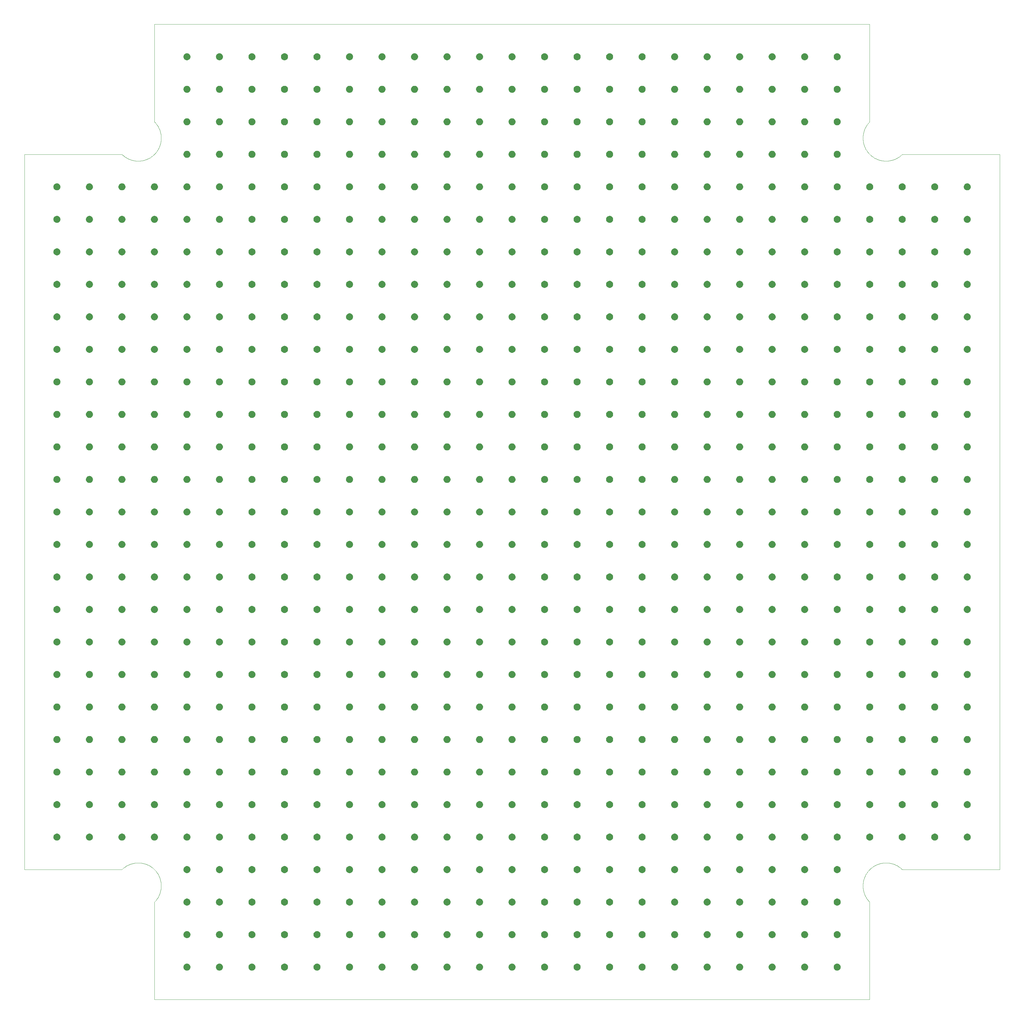
<source format=gts>
G75*
%MOIN*%
%OFA0B0*%
%FSLAX25Y25*%
%IPPOS*%
%LPD*%
%AMOC8*
5,1,8,0,0,1.08239X$1,22.5*
%
%ADD10C,0.00000*%
%ADD11C,0.00500*%
D10*
X0198650Y0159280D02*
X0199127Y0159769D01*
X0199592Y0160269D01*
X0200045Y0160781D01*
X0200485Y0161304D01*
X0200912Y0161838D01*
X0201325Y0162381D01*
X0201726Y0162935D01*
X0202112Y0163498D01*
X0202485Y0164071D01*
X0202843Y0164653D01*
X0203187Y0165243D01*
X0203517Y0165842D01*
X0203831Y0166448D01*
X0204131Y0167062D01*
X0204416Y0167683D01*
X0204685Y0168311D01*
X0204939Y0168946D01*
X0205177Y0169586D01*
X0205399Y0170232D01*
X0205605Y0170884D01*
X0205796Y0171540D01*
X0205970Y0172201D01*
X0206128Y0172865D01*
X0206269Y0173534D01*
X0206394Y0174206D01*
X0206503Y0174880D01*
X0206595Y0175557D01*
X0206670Y0176236D01*
X0206729Y0176917D01*
X0206770Y0177599D01*
X0206796Y0178282D01*
X0206804Y0178965D01*
X0206796Y0179648D01*
X0206770Y0180331D01*
X0206729Y0181013D01*
X0206670Y0181694D01*
X0206595Y0182373D01*
X0206503Y0183050D01*
X0206394Y0183724D01*
X0206269Y0184396D01*
X0206128Y0185065D01*
X0205970Y0185729D01*
X0205796Y0186390D01*
X0205605Y0187046D01*
X0205399Y0187698D01*
X0205177Y0188344D01*
X0204939Y0188984D01*
X0204685Y0189619D01*
X0204416Y0190247D01*
X0204131Y0190868D01*
X0203831Y0191482D01*
X0203517Y0192088D01*
X0203187Y0192687D01*
X0202843Y0193277D01*
X0202485Y0193859D01*
X0202112Y0194432D01*
X0201726Y0194995D01*
X0201325Y0195549D01*
X0200912Y0196092D01*
X0200485Y0196626D01*
X0200045Y0197149D01*
X0199592Y0197661D01*
X0199127Y0198161D01*
X0198650Y0198650D01*
X0198161Y0199127D01*
X0197661Y0199592D01*
X0197149Y0200045D01*
X0196626Y0200485D01*
X0196092Y0200912D01*
X0195549Y0201325D01*
X0194995Y0201726D01*
X0194432Y0202112D01*
X0193859Y0202485D01*
X0193277Y0202843D01*
X0192687Y0203187D01*
X0192088Y0203517D01*
X0191482Y0203831D01*
X0190868Y0204131D01*
X0190247Y0204416D01*
X0189619Y0204685D01*
X0188984Y0204939D01*
X0188344Y0205177D01*
X0187698Y0205399D01*
X0187046Y0205605D01*
X0186390Y0205796D01*
X0185729Y0205970D01*
X0185065Y0206128D01*
X0184396Y0206269D01*
X0183724Y0206394D01*
X0183050Y0206503D01*
X0182373Y0206595D01*
X0181694Y0206670D01*
X0181013Y0206729D01*
X0180331Y0206770D01*
X0179648Y0206796D01*
X0178965Y0206804D01*
X0178282Y0206796D01*
X0177599Y0206770D01*
X0176917Y0206729D01*
X0176236Y0206670D01*
X0175557Y0206595D01*
X0174880Y0206503D01*
X0174206Y0206394D01*
X0173534Y0206269D01*
X0172865Y0206128D01*
X0172201Y0205970D01*
X0171540Y0205796D01*
X0170884Y0205605D01*
X0170232Y0205399D01*
X0169586Y0205177D01*
X0168946Y0204939D01*
X0168311Y0204685D01*
X0167683Y0204416D01*
X0167062Y0204131D01*
X0166448Y0203831D01*
X0165842Y0203517D01*
X0165243Y0203187D01*
X0164653Y0202843D01*
X0164071Y0202485D01*
X0163498Y0202112D01*
X0162935Y0201726D01*
X0162381Y0201325D01*
X0161838Y0200912D01*
X0161304Y0200485D01*
X0160781Y0200045D01*
X0160269Y0199592D01*
X0159769Y0199127D01*
X0159280Y0198650D01*
X0041170Y0198650D01*
X0041170Y1064792D01*
X0159280Y1064792D01*
X0159765Y1064318D01*
X0160262Y1063857D01*
X0160769Y1063407D01*
X0161288Y1062971D01*
X0161817Y1062547D01*
X0162356Y1062135D01*
X0162905Y1061738D01*
X0163463Y1061353D01*
X0164031Y1060983D01*
X0164607Y1060626D01*
X0165193Y1060283D01*
X0165786Y1059955D01*
X0166387Y1059642D01*
X0166995Y1059343D01*
X0167611Y1059059D01*
X0168233Y1058790D01*
X0168862Y1058536D01*
X0169497Y1058298D01*
X0170137Y1058075D01*
X0170782Y1057868D01*
X0171433Y1057676D01*
X0172088Y1057501D01*
X0172747Y1057341D01*
X0173409Y1057198D01*
X0174075Y1057071D01*
X0174744Y1056960D01*
X0175415Y1056865D01*
X0176089Y1056787D01*
X0176764Y1056725D01*
X0177440Y1056680D01*
X0178118Y1056651D01*
X0178796Y1056639D01*
X0179473Y1056643D01*
X0180151Y1056663D01*
X0180828Y1056700D01*
X0181504Y1056754D01*
X0182178Y1056824D01*
X0182851Y1056911D01*
X0183521Y1057013D01*
X0184188Y1057132D01*
X0184852Y1057268D01*
X0185513Y1057419D01*
X0186170Y1057587D01*
X0186823Y1057770D01*
X0187471Y1057969D01*
X0188114Y1058184D01*
X0188751Y1058415D01*
X0189383Y1058661D01*
X0190009Y1058922D01*
X0190628Y1059199D01*
X0191240Y1059490D01*
X0191845Y1059797D01*
X0192442Y1060118D01*
X0193031Y1060453D01*
X0193612Y1060803D01*
X0194184Y1061166D01*
X0194747Y1061544D01*
X0195301Y1061935D01*
X0195845Y1062339D01*
X0196379Y1062757D01*
X0196903Y1063187D01*
X0197416Y1063631D01*
X0197918Y1064086D01*
X0198409Y1064554D01*
X0198888Y1065033D01*
X0199356Y1065524D01*
X0199811Y1066026D01*
X0200255Y1066539D01*
X0200685Y1067063D01*
X0201103Y1067597D01*
X0201507Y1068141D01*
X0201898Y1068695D01*
X0202276Y1069258D01*
X0202639Y1069830D01*
X0202989Y1070411D01*
X0203324Y1071000D01*
X0203645Y1071597D01*
X0203952Y1072202D01*
X0204243Y1072814D01*
X0204520Y1073433D01*
X0204781Y1074059D01*
X0205027Y1074691D01*
X0205258Y1075328D01*
X0205473Y1075971D01*
X0205672Y1076619D01*
X0205855Y1077272D01*
X0206023Y1077929D01*
X0206174Y1078590D01*
X0206310Y1079254D01*
X0206429Y1079921D01*
X0206531Y1080591D01*
X0206618Y1081264D01*
X0206688Y1081938D01*
X0206742Y1082614D01*
X0206779Y1083291D01*
X0206799Y1083969D01*
X0206803Y1084646D01*
X0206791Y1085324D01*
X0206762Y1086002D01*
X0206717Y1086678D01*
X0206655Y1087353D01*
X0206577Y1088027D01*
X0206482Y1088698D01*
X0206371Y1089367D01*
X0206244Y1090033D01*
X0206101Y1090695D01*
X0205941Y1091354D01*
X0205766Y1092009D01*
X0205574Y1092660D01*
X0205367Y1093305D01*
X0205144Y1093945D01*
X0204906Y1094580D01*
X0204652Y1095209D01*
X0204383Y1095831D01*
X0204099Y1096447D01*
X0203800Y1097055D01*
X0203487Y1097656D01*
X0203159Y1098249D01*
X0202816Y1098835D01*
X0202459Y1099411D01*
X0202089Y1099979D01*
X0201704Y1100537D01*
X0201307Y1101086D01*
X0200895Y1101625D01*
X0200471Y1102154D01*
X0200035Y1102673D01*
X0199585Y1103180D01*
X0199124Y1103677D01*
X0198650Y1104162D01*
X0198650Y1222272D01*
X1064792Y1222272D01*
X1064792Y1104162D01*
X1064318Y1103677D01*
X1063857Y1103180D01*
X1063407Y1102673D01*
X1062971Y1102154D01*
X1062547Y1101625D01*
X1062135Y1101086D01*
X1061738Y1100537D01*
X1061353Y1099979D01*
X1060983Y1099411D01*
X1060626Y1098835D01*
X1060283Y1098249D01*
X1059955Y1097656D01*
X1059642Y1097055D01*
X1059343Y1096447D01*
X1059059Y1095831D01*
X1058790Y1095209D01*
X1058536Y1094580D01*
X1058298Y1093945D01*
X1058075Y1093305D01*
X1057868Y1092660D01*
X1057676Y1092009D01*
X1057501Y1091354D01*
X1057341Y1090695D01*
X1057198Y1090033D01*
X1057071Y1089367D01*
X1056960Y1088698D01*
X1056865Y1088027D01*
X1056787Y1087353D01*
X1056725Y1086678D01*
X1056680Y1086002D01*
X1056651Y1085324D01*
X1056639Y1084646D01*
X1056643Y1083969D01*
X1056663Y1083291D01*
X1056700Y1082614D01*
X1056754Y1081938D01*
X1056824Y1081264D01*
X1056911Y1080591D01*
X1057013Y1079921D01*
X1057132Y1079254D01*
X1057268Y1078590D01*
X1057419Y1077929D01*
X1057587Y1077272D01*
X1057770Y1076619D01*
X1057969Y1075971D01*
X1058184Y1075328D01*
X1058415Y1074691D01*
X1058661Y1074059D01*
X1058922Y1073433D01*
X1059199Y1072814D01*
X1059490Y1072202D01*
X1059797Y1071597D01*
X1060118Y1071000D01*
X1060453Y1070411D01*
X1060803Y1069830D01*
X1061166Y1069258D01*
X1061544Y1068695D01*
X1061935Y1068141D01*
X1062339Y1067597D01*
X1062757Y1067063D01*
X1063187Y1066539D01*
X1063631Y1066026D01*
X1064086Y1065524D01*
X1064554Y1065033D01*
X1065033Y1064554D01*
X1065524Y1064086D01*
X1066026Y1063631D01*
X1066539Y1063187D01*
X1067063Y1062757D01*
X1067597Y1062339D01*
X1068141Y1061935D01*
X1068695Y1061544D01*
X1069258Y1061166D01*
X1069830Y1060803D01*
X1070411Y1060453D01*
X1071000Y1060118D01*
X1071597Y1059797D01*
X1072202Y1059490D01*
X1072814Y1059199D01*
X1073433Y1058922D01*
X1074059Y1058661D01*
X1074691Y1058415D01*
X1075328Y1058184D01*
X1075971Y1057969D01*
X1076619Y1057770D01*
X1077272Y1057587D01*
X1077929Y1057419D01*
X1078590Y1057268D01*
X1079254Y1057132D01*
X1079921Y1057013D01*
X1080591Y1056911D01*
X1081264Y1056824D01*
X1081938Y1056754D01*
X1082614Y1056700D01*
X1083291Y1056663D01*
X1083969Y1056643D01*
X1084646Y1056639D01*
X1085324Y1056651D01*
X1086002Y1056680D01*
X1086678Y1056725D01*
X1087353Y1056787D01*
X1088027Y1056865D01*
X1088698Y1056960D01*
X1089367Y1057071D01*
X1090033Y1057198D01*
X1090695Y1057341D01*
X1091354Y1057501D01*
X1092009Y1057676D01*
X1092660Y1057868D01*
X1093305Y1058075D01*
X1093945Y1058298D01*
X1094580Y1058536D01*
X1095209Y1058790D01*
X1095831Y1059059D01*
X1096447Y1059343D01*
X1097055Y1059642D01*
X1097656Y1059955D01*
X1098249Y1060283D01*
X1098835Y1060626D01*
X1099411Y1060983D01*
X1099979Y1061353D01*
X1100537Y1061738D01*
X1101086Y1062135D01*
X1101625Y1062547D01*
X1102154Y1062971D01*
X1102673Y1063407D01*
X1103180Y1063857D01*
X1103677Y1064318D01*
X1104162Y1064792D01*
X1222272Y1064792D01*
X1222272Y0198650D01*
X1104162Y0198650D01*
X1103677Y0199124D01*
X1103180Y0199585D01*
X1102673Y0200035D01*
X1102154Y0200471D01*
X1101625Y0200895D01*
X1101086Y0201307D01*
X1100537Y0201704D01*
X1099979Y0202089D01*
X1099411Y0202459D01*
X1098835Y0202816D01*
X1098249Y0203159D01*
X1097656Y0203487D01*
X1097055Y0203800D01*
X1096447Y0204099D01*
X1095831Y0204383D01*
X1095209Y0204652D01*
X1094580Y0204906D01*
X1093945Y0205144D01*
X1093305Y0205367D01*
X1092660Y0205574D01*
X1092009Y0205766D01*
X1091354Y0205941D01*
X1090695Y0206101D01*
X1090033Y0206244D01*
X1089367Y0206371D01*
X1088698Y0206482D01*
X1088027Y0206577D01*
X1087353Y0206655D01*
X1086678Y0206717D01*
X1086002Y0206762D01*
X1085324Y0206791D01*
X1084646Y0206803D01*
X1083969Y0206799D01*
X1083291Y0206779D01*
X1082614Y0206742D01*
X1081938Y0206688D01*
X1081264Y0206618D01*
X1080591Y0206531D01*
X1079921Y0206429D01*
X1079254Y0206310D01*
X1078590Y0206174D01*
X1077929Y0206023D01*
X1077272Y0205855D01*
X1076619Y0205672D01*
X1075971Y0205473D01*
X1075328Y0205258D01*
X1074691Y0205027D01*
X1074059Y0204781D01*
X1073433Y0204520D01*
X1072814Y0204243D01*
X1072202Y0203952D01*
X1071597Y0203645D01*
X1071000Y0203324D01*
X1070411Y0202989D01*
X1069830Y0202639D01*
X1069258Y0202276D01*
X1068695Y0201898D01*
X1068141Y0201507D01*
X1067597Y0201103D01*
X1067063Y0200685D01*
X1066539Y0200255D01*
X1066026Y0199811D01*
X1065524Y0199356D01*
X1065033Y0198888D01*
X1064554Y0198409D01*
X1064086Y0197918D01*
X1063631Y0197416D01*
X1063187Y0196903D01*
X1062757Y0196379D01*
X1062339Y0195845D01*
X1061935Y0195301D01*
X1061544Y0194747D01*
X1061166Y0194184D01*
X1060803Y0193612D01*
X1060453Y0193031D01*
X1060118Y0192442D01*
X1059797Y0191845D01*
X1059490Y0191240D01*
X1059199Y0190628D01*
X1058922Y0190009D01*
X1058661Y0189383D01*
X1058415Y0188751D01*
X1058184Y0188114D01*
X1057969Y0187471D01*
X1057770Y0186823D01*
X1057587Y0186170D01*
X1057419Y0185513D01*
X1057268Y0184852D01*
X1057132Y0184188D01*
X1057013Y0183521D01*
X1056911Y0182851D01*
X1056824Y0182178D01*
X1056754Y0181504D01*
X1056700Y0180828D01*
X1056663Y0180151D01*
X1056643Y0179473D01*
X1056639Y0178796D01*
X1056651Y0178118D01*
X1056680Y0177440D01*
X1056725Y0176764D01*
X1056787Y0176089D01*
X1056865Y0175415D01*
X1056960Y0174744D01*
X1057071Y0174075D01*
X1057198Y0173409D01*
X1057341Y0172747D01*
X1057501Y0172088D01*
X1057676Y0171433D01*
X1057868Y0170782D01*
X1058075Y0170137D01*
X1058298Y0169497D01*
X1058536Y0168862D01*
X1058790Y0168233D01*
X1059059Y0167611D01*
X1059343Y0166995D01*
X1059642Y0166387D01*
X1059955Y0165786D01*
X1060283Y0165193D01*
X1060626Y0164607D01*
X1060983Y0164031D01*
X1061353Y0163463D01*
X1061738Y0162905D01*
X1062135Y0162356D01*
X1062547Y0161817D01*
X1062971Y0161288D01*
X1063407Y0160769D01*
X1063857Y0160262D01*
X1064318Y0159765D01*
X1064792Y0159280D01*
X1064792Y0041170D01*
X0198650Y0041170D01*
X0198650Y0159280D01*
D11*
X0234083Y0159280D02*
X0234143Y0159964D01*
X0234321Y0160627D01*
X0234611Y0161249D01*
X0235005Y0161811D01*
X0235490Y0162296D01*
X0236052Y0162690D01*
X0236674Y0162980D01*
X0237337Y0163158D01*
X0238020Y0163217D01*
X0238704Y0163158D01*
X0239367Y0162980D01*
X0239989Y0162690D01*
X0240551Y0162296D01*
X0241036Y0161811D01*
X0241430Y0161249D01*
X0241720Y0160627D01*
X0241898Y0159964D01*
X0241957Y0159280D01*
X0241898Y0158597D01*
X0241720Y0157934D01*
X0241430Y0157312D01*
X0241036Y0156750D01*
X0240551Y0156264D01*
X0239989Y0155871D01*
X0239367Y0155581D01*
X0238704Y0155403D01*
X0238020Y0155343D01*
X0237337Y0155403D01*
X0236674Y0155581D01*
X0236052Y0155871D01*
X0235490Y0156264D01*
X0235005Y0156750D01*
X0234611Y0157312D01*
X0234321Y0157934D01*
X0234143Y0158597D01*
X0234083Y0159280D01*
X0234096Y0159133D02*
X0241945Y0159133D01*
X0241927Y0159631D02*
X0234114Y0159631D01*
X0234188Y0160130D02*
X0241853Y0160130D01*
X0241719Y0160628D02*
X0234321Y0160628D01*
X0234554Y0161127D02*
X0241487Y0161127D01*
X0241167Y0161625D02*
X0234874Y0161625D01*
X0235317Y0162124D02*
X0240724Y0162124D01*
X0240086Y0162622D02*
X0235955Y0162622D01*
X0237199Y0163121D02*
X0238842Y0163121D01*
X0241901Y0158634D02*
X0234140Y0158634D01*
X0234267Y0158136D02*
X0241774Y0158136D01*
X0241582Y0157637D02*
X0234459Y0157637D01*
X0234732Y0157138D02*
X0241309Y0157138D01*
X0240927Y0156640D02*
X0235114Y0156640D01*
X0235665Y0156141D02*
X0240376Y0156141D01*
X0239500Y0155643D02*
X0236541Y0155643D01*
X0238020Y0123847D02*
X0237337Y0123787D01*
X0236674Y0123610D01*
X0236052Y0123320D01*
X0235490Y0122926D01*
X0235005Y0122441D01*
X0234611Y0121879D01*
X0234321Y0121257D01*
X0234143Y0120594D01*
X0234083Y0119910D01*
X0234143Y0119227D01*
X0234321Y0118564D01*
X0234611Y0117942D01*
X0235005Y0117380D01*
X0235490Y0116894D01*
X0236052Y0116501D01*
X0236674Y0116211D01*
X0237337Y0116033D01*
X0238020Y0115973D01*
X0238704Y0116033D01*
X0239367Y0116211D01*
X0239989Y0116501D01*
X0240551Y0116894D01*
X0241036Y0117380D01*
X0241430Y0117942D01*
X0241720Y0118564D01*
X0241898Y0119227D01*
X0241957Y0119910D01*
X0241898Y0120594D01*
X0241720Y0121257D01*
X0241430Y0121879D01*
X0241036Y0122441D01*
X0240551Y0122926D01*
X0239989Y0123320D01*
X0239367Y0123610D01*
X0238704Y0123787D01*
X0238020Y0123847D01*
X0237153Y0123738D02*
X0238888Y0123738D01*
X0240103Y0123240D02*
X0235938Y0123240D01*
X0235305Y0122741D02*
X0240736Y0122741D01*
X0241175Y0122243D02*
X0234866Y0122243D01*
X0234548Y0121744D02*
X0241493Y0121744D01*
X0241723Y0121246D02*
X0234318Y0121246D01*
X0234184Y0120747D02*
X0241857Y0120747D01*
X0241928Y0120249D02*
X0234113Y0120249D01*
X0234097Y0119750D02*
X0241943Y0119750D01*
X0241900Y0119252D02*
X0234141Y0119252D01*
X0234270Y0118753D02*
X0241771Y0118753D01*
X0241576Y0118255D02*
X0234465Y0118255D01*
X0234741Y0117756D02*
X0241300Y0117756D01*
X0240914Y0117258D02*
X0235127Y0117258D01*
X0235683Y0116759D02*
X0240358Y0116759D01*
X0239474Y0116261D02*
X0236567Y0116261D01*
X0238020Y0084477D02*
X0237337Y0084417D01*
X0236674Y0084240D01*
X0236052Y0083950D01*
X0235490Y0083556D01*
X0235005Y0083071D01*
X0234611Y0082509D01*
X0234321Y0081887D01*
X0234143Y0081224D01*
X0234083Y0080540D01*
X0234143Y0079857D01*
X0234321Y0079194D01*
X0234611Y0078572D01*
X0235005Y0078009D01*
X0235490Y0077524D01*
X0236052Y0077131D01*
X0236674Y0076841D01*
X0237337Y0076663D01*
X0238020Y0076603D01*
X0238704Y0076663D01*
X0239367Y0076841D01*
X0239989Y0077131D01*
X0240551Y0077524D01*
X0241036Y0078009D01*
X0241430Y0078572D01*
X0241720Y0079194D01*
X0241898Y0079857D01*
X0241957Y0080540D01*
X0241898Y0081224D01*
X0241720Y0081887D01*
X0241430Y0082509D01*
X0241036Y0083071D01*
X0240551Y0083556D01*
X0239989Y0083950D01*
X0239367Y0084240D01*
X0238704Y0084417D01*
X0238020Y0084477D01*
X0237107Y0084356D02*
X0238934Y0084356D01*
X0240121Y0083857D02*
X0235920Y0083857D01*
X0235293Y0083359D02*
X0240748Y0083359D01*
X0241184Y0082860D02*
X0234857Y0082860D01*
X0234542Y0082362D02*
X0241499Y0082362D01*
X0241726Y0081863D02*
X0234315Y0081863D01*
X0234181Y0081365D02*
X0241860Y0081365D01*
X0241929Y0080866D02*
X0234112Y0080866D01*
X0234099Y0080368D02*
X0241942Y0080368D01*
X0241899Y0079869D02*
X0234142Y0079869D01*
X0234273Y0079371D02*
X0241767Y0079371D01*
X0241570Y0078872D02*
X0234471Y0078872D01*
X0234750Y0078374D02*
X0241291Y0078374D01*
X0240902Y0077875D02*
X0235139Y0077875D01*
X0235701Y0077377D02*
X0240340Y0077377D01*
X0239448Y0076878D02*
X0236593Y0076878D01*
X0273512Y0079869D02*
X0281269Y0079869D01*
X0281268Y0079857D02*
X0281328Y0080540D01*
X0281268Y0081224D01*
X0281090Y0081887D01*
X0280800Y0082509D01*
X0280406Y0083071D01*
X0279921Y0083556D01*
X0279359Y0083950D01*
X0278737Y0084240D01*
X0278074Y0084417D01*
X0277391Y0084477D01*
X0276707Y0084417D01*
X0276044Y0084240D01*
X0275422Y0083950D01*
X0274860Y0083556D01*
X0274375Y0083071D01*
X0273981Y0082509D01*
X0273691Y0081887D01*
X0273513Y0081224D01*
X0273454Y0080540D01*
X0273513Y0079857D01*
X0273691Y0079194D01*
X0273981Y0078572D01*
X0274375Y0078009D01*
X0274860Y0077524D01*
X0275422Y0077131D01*
X0276044Y0076841D01*
X0276707Y0076663D01*
X0277391Y0076603D01*
X0278074Y0076663D01*
X0278737Y0076841D01*
X0279359Y0077131D01*
X0279921Y0077524D01*
X0280406Y0078009D01*
X0280800Y0078572D01*
X0281090Y0079194D01*
X0281268Y0079857D01*
X0281138Y0079371D02*
X0273644Y0079371D01*
X0273841Y0078872D02*
X0280940Y0078872D01*
X0280661Y0078374D02*
X0274120Y0078374D01*
X0274509Y0077875D02*
X0280272Y0077875D01*
X0279710Y0077377D02*
X0275071Y0077377D01*
X0275963Y0076878D02*
X0278818Y0076878D01*
X0281312Y0080368D02*
X0273469Y0080368D01*
X0273482Y0080866D02*
X0281299Y0080866D01*
X0281230Y0081365D02*
X0273551Y0081365D01*
X0273685Y0081863D02*
X0281096Y0081863D01*
X0280869Y0082362D02*
X0273913Y0082362D01*
X0274227Y0082860D02*
X0280554Y0082860D01*
X0280118Y0083359D02*
X0274663Y0083359D01*
X0275290Y0083857D02*
X0279491Y0083857D01*
X0278304Y0084356D02*
X0276477Y0084356D01*
X0277391Y0115973D02*
X0278074Y0116033D01*
X0278737Y0116211D01*
X0279359Y0116501D01*
X0279921Y0116894D01*
X0280406Y0117380D01*
X0280800Y0117942D01*
X0281090Y0118564D01*
X0281268Y0119227D01*
X0281328Y0119910D01*
X0281268Y0120594D01*
X0281090Y0121257D01*
X0280800Y0121879D01*
X0280406Y0122441D01*
X0279921Y0122926D01*
X0279359Y0123320D01*
X0278737Y0123610D01*
X0278074Y0123787D01*
X0277391Y0123847D01*
X0276707Y0123787D01*
X0276044Y0123610D01*
X0275422Y0123320D01*
X0274860Y0122926D01*
X0274375Y0122441D01*
X0273981Y0121879D01*
X0273691Y0121257D01*
X0273513Y0120594D01*
X0273454Y0119910D01*
X0273513Y0119227D01*
X0273691Y0118564D01*
X0273981Y0117942D01*
X0274375Y0117380D01*
X0274860Y0116894D01*
X0275422Y0116501D01*
X0276044Y0116211D01*
X0276707Y0116033D01*
X0277391Y0115973D01*
X0278844Y0116261D02*
X0275937Y0116261D01*
X0275053Y0116759D02*
X0279728Y0116759D01*
X0280284Y0117258D02*
X0274497Y0117258D01*
X0274111Y0117756D02*
X0280670Y0117756D01*
X0280946Y0118255D02*
X0273835Y0118255D01*
X0273640Y0118753D02*
X0281141Y0118753D01*
X0281270Y0119252D02*
X0273511Y0119252D01*
X0273468Y0119750D02*
X0281314Y0119750D01*
X0281298Y0120249D02*
X0273483Y0120249D01*
X0273554Y0120747D02*
X0281227Y0120747D01*
X0281093Y0121246D02*
X0273688Y0121246D01*
X0273918Y0121744D02*
X0280863Y0121744D01*
X0280545Y0122243D02*
X0274236Y0122243D01*
X0274675Y0122741D02*
X0280106Y0122741D01*
X0279473Y0123240D02*
X0275308Y0123240D01*
X0276523Y0123738D02*
X0278258Y0123738D01*
X0312883Y0120594D02*
X0312824Y0119910D01*
X0312883Y0119227D01*
X0313061Y0118564D01*
X0313351Y0117942D01*
X0313745Y0117380D01*
X0314230Y0116894D01*
X0314792Y0116501D01*
X0315414Y0116211D01*
X0316077Y0116033D01*
X0316761Y0115973D01*
X0317444Y0116033D01*
X0318107Y0116211D01*
X0318729Y0116501D01*
X0319291Y0116894D01*
X0319777Y0117380D01*
X0320170Y0117942D01*
X0320460Y0118564D01*
X0320638Y0119227D01*
X0320698Y0119910D01*
X0320638Y0120594D01*
X0320460Y0121257D01*
X0320170Y0121879D01*
X0319777Y0122441D01*
X0319291Y0122926D01*
X0318729Y0123320D01*
X0318107Y0123610D01*
X0317444Y0123787D01*
X0316761Y0123847D01*
X0316077Y0123787D01*
X0315414Y0123610D01*
X0314792Y0123320D01*
X0314230Y0122926D01*
X0313745Y0122441D01*
X0313351Y0121879D01*
X0313061Y0121257D01*
X0312883Y0120594D01*
X0312925Y0120747D02*
X0320597Y0120747D01*
X0320668Y0120249D02*
X0312853Y0120249D01*
X0312838Y0119750D02*
X0320684Y0119750D01*
X0320640Y0119252D02*
X0312881Y0119252D01*
X0313010Y0118753D02*
X0320511Y0118753D01*
X0320316Y0118255D02*
X0313205Y0118255D01*
X0313481Y0117756D02*
X0320040Y0117756D01*
X0319655Y0117258D02*
X0313867Y0117258D01*
X0314423Y0116759D02*
X0319098Y0116759D01*
X0318214Y0116261D02*
X0315307Y0116261D01*
X0313058Y0121246D02*
X0320463Y0121246D01*
X0320233Y0121744D02*
X0313288Y0121744D01*
X0313606Y0122243D02*
X0319915Y0122243D01*
X0319476Y0122741D02*
X0314045Y0122741D01*
X0314678Y0123240D02*
X0318843Y0123240D01*
X0317628Y0123738D02*
X0315893Y0123738D01*
X0352254Y0120594D02*
X0352194Y0119910D01*
X0352254Y0119227D01*
X0352431Y0118564D01*
X0352721Y0117942D01*
X0353115Y0117380D01*
X0353600Y0116894D01*
X0354162Y0116501D01*
X0354784Y0116211D01*
X0355447Y0116033D01*
X0356131Y0115973D01*
X0356814Y0116033D01*
X0357477Y0116211D01*
X0358099Y0116501D01*
X0358661Y0116894D01*
X0359147Y0117380D01*
X0359540Y0117942D01*
X0359830Y0118564D01*
X0360008Y0119227D01*
X0360068Y0119910D01*
X0360008Y0120594D01*
X0359830Y0121257D01*
X0359540Y0121879D01*
X0359147Y0122441D01*
X0358661Y0122926D01*
X0358099Y0123320D01*
X0357477Y0123610D01*
X0356814Y0123787D01*
X0356131Y0123847D01*
X0355447Y0123787D01*
X0354784Y0123610D01*
X0354162Y0123320D01*
X0353600Y0122926D01*
X0353115Y0122441D01*
X0352721Y0121879D01*
X0352431Y0121257D01*
X0352254Y0120594D01*
X0352295Y0120747D02*
X0359967Y0120747D01*
X0360038Y0120249D02*
X0352223Y0120249D01*
X0352208Y0119750D02*
X0360054Y0119750D01*
X0360010Y0119252D02*
X0352251Y0119252D01*
X0352380Y0118753D02*
X0359881Y0118753D01*
X0359686Y0118255D02*
X0352575Y0118255D01*
X0352851Y0117756D02*
X0359410Y0117756D01*
X0359025Y0117258D02*
X0353237Y0117258D01*
X0353793Y0116759D02*
X0358468Y0116759D01*
X0357584Y0116261D02*
X0354677Y0116261D01*
X0352428Y0121246D02*
X0359833Y0121246D01*
X0359603Y0121744D02*
X0352658Y0121744D01*
X0352976Y0122243D02*
X0359285Y0122243D01*
X0358846Y0122741D02*
X0353415Y0122741D01*
X0354048Y0123240D02*
X0358214Y0123240D01*
X0356998Y0123738D02*
X0355263Y0123738D01*
X0391624Y0120594D02*
X0391564Y0119910D01*
X0391624Y0119227D01*
X0391801Y0118564D01*
X0392091Y0117942D01*
X0392485Y0117380D01*
X0392970Y0116894D01*
X0393532Y0116501D01*
X0394154Y0116211D01*
X0394817Y0116033D01*
X0395501Y0115973D01*
X0396184Y0116033D01*
X0396847Y0116211D01*
X0397469Y0116501D01*
X0398031Y0116894D01*
X0398517Y0117380D01*
X0398910Y0117942D01*
X0399200Y0118564D01*
X0399378Y0119227D01*
X0399438Y0119910D01*
X0399378Y0120594D01*
X0399200Y0121257D01*
X0398910Y0121879D01*
X0398517Y0122441D01*
X0398031Y0122926D01*
X0397469Y0123320D01*
X0396847Y0123610D01*
X0396184Y0123787D01*
X0395501Y0123847D01*
X0394817Y0123787D01*
X0394154Y0123610D01*
X0393532Y0123320D01*
X0392970Y0122926D01*
X0392485Y0122441D01*
X0392091Y0121879D01*
X0391801Y0121257D01*
X0391624Y0120594D01*
X0391665Y0120747D02*
X0399337Y0120747D01*
X0399408Y0120249D02*
X0391593Y0120249D01*
X0391578Y0119750D02*
X0399424Y0119750D01*
X0399380Y0119252D02*
X0391621Y0119252D01*
X0391750Y0118753D02*
X0399251Y0118753D01*
X0399056Y0118255D02*
X0391945Y0118255D01*
X0392221Y0117756D02*
X0398780Y0117756D01*
X0398395Y0117258D02*
X0392607Y0117258D01*
X0393163Y0116759D02*
X0397838Y0116759D01*
X0396954Y0116261D02*
X0394047Y0116261D01*
X0391798Y0121246D02*
X0399203Y0121246D01*
X0398973Y0121744D02*
X0392028Y0121744D01*
X0392346Y0122243D02*
X0398655Y0122243D01*
X0398216Y0122741D02*
X0392785Y0122741D01*
X0393418Y0123240D02*
X0397584Y0123240D01*
X0396368Y0123738D02*
X0394634Y0123738D01*
X0395501Y0155343D02*
X0396184Y0155403D01*
X0396847Y0155581D01*
X0397469Y0155871D01*
X0398031Y0156264D01*
X0398517Y0156750D01*
X0398910Y0157312D01*
X0399200Y0157934D01*
X0399378Y0158597D01*
X0399438Y0159280D01*
X0399378Y0159964D01*
X0399200Y0160627D01*
X0398910Y0161249D01*
X0398517Y0161811D01*
X0398031Y0162296D01*
X0397469Y0162690D01*
X0396847Y0162980D01*
X0396184Y0163158D01*
X0395501Y0163217D01*
X0394817Y0163158D01*
X0394154Y0162980D01*
X0393532Y0162690D01*
X0392970Y0162296D01*
X0392485Y0161811D01*
X0392091Y0161249D01*
X0391801Y0160627D01*
X0391624Y0159964D01*
X0391564Y0159280D01*
X0391624Y0158597D01*
X0391801Y0157934D01*
X0392091Y0157312D01*
X0392485Y0156750D01*
X0392970Y0156264D01*
X0393532Y0155871D01*
X0394154Y0155581D01*
X0394817Y0155403D01*
X0395501Y0155343D01*
X0394021Y0155643D02*
X0396981Y0155643D01*
X0397856Y0156141D02*
X0393146Y0156141D01*
X0392595Y0156640D02*
X0398407Y0156640D01*
X0398789Y0157138D02*
X0392213Y0157138D01*
X0391940Y0157637D02*
X0399062Y0157637D01*
X0399254Y0158136D02*
X0391747Y0158136D01*
X0391620Y0158634D02*
X0399381Y0158634D01*
X0399425Y0159133D02*
X0391577Y0159133D01*
X0391594Y0159631D02*
X0399407Y0159631D01*
X0399334Y0160130D02*
X0391668Y0160130D01*
X0391802Y0160628D02*
X0399200Y0160628D01*
X0398967Y0161127D02*
X0392034Y0161127D01*
X0392355Y0161625D02*
X0398647Y0161625D01*
X0398204Y0162124D02*
X0392797Y0162124D01*
X0393436Y0162622D02*
X0397566Y0162622D01*
X0396322Y0163121D02*
X0394679Y0163121D01*
X0395501Y0194713D02*
X0396184Y0194773D01*
X0396847Y0194951D01*
X0397469Y0195241D01*
X0398031Y0195634D01*
X0398517Y0196120D01*
X0398910Y0196682D01*
X0399200Y0197304D01*
X0399378Y0197967D01*
X0399438Y0198650D01*
X0399378Y0199334D01*
X0399200Y0199997D01*
X0398910Y0200619D01*
X0398517Y0201181D01*
X0398031Y0201666D01*
X0397469Y0202060D01*
X0396847Y0202350D01*
X0396184Y0202528D01*
X0395501Y0202587D01*
X0394817Y0202528D01*
X0394154Y0202350D01*
X0393532Y0202060D01*
X0392970Y0201666D01*
X0392485Y0201181D01*
X0392091Y0200619D01*
X0391801Y0199997D01*
X0391624Y0199334D01*
X0391564Y0198650D01*
X0391624Y0197967D01*
X0391801Y0197304D01*
X0392091Y0196682D01*
X0392485Y0196120D01*
X0392970Y0195634D01*
X0393532Y0195241D01*
X0394154Y0194951D01*
X0394817Y0194773D01*
X0395501Y0194713D01*
X0397007Y0195025D02*
X0393994Y0195025D01*
X0393128Y0195524D02*
X0397873Y0195524D01*
X0398419Y0196022D02*
X0392582Y0196022D01*
X0392204Y0196521D02*
X0398798Y0196521D01*
X0399068Y0197019D02*
X0391934Y0197019D01*
X0391744Y0197518D02*
X0399258Y0197518D01*
X0399382Y0198016D02*
X0391619Y0198016D01*
X0391576Y0198515D02*
X0399426Y0198515D01*
X0399406Y0199013D02*
X0391596Y0199013D01*
X0391671Y0199512D02*
X0399330Y0199512D01*
X0399194Y0200010D02*
X0391808Y0200010D01*
X0392040Y0200509D02*
X0398962Y0200509D01*
X0398638Y0201007D02*
X0392363Y0201007D01*
X0392810Y0201506D02*
X0398192Y0201506D01*
X0397548Y0202005D02*
X0393453Y0202005D01*
X0394725Y0202503D02*
X0396276Y0202503D01*
X0395501Y0234083D02*
X0396184Y0234143D01*
X0396847Y0234321D01*
X0397469Y0234611D01*
X0398031Y0235005D01*
X0398517Y0235490D01*
X0398910Y0236052D01*
X0399200Y0236674D01*
X0399378Y0237337D01*
X0399438Y0238020D01*
X0399378Y0238704D01*
X0399200Y0239367D01*
X0398910Y0239989D01*
X0398517Y0240551D01*
X0398031Y0241036D01*
X0397469Y0241430D01*
X0396847Y0241720D01*
X0396184Y0241898D01*
X0395501Y0241957D01*
X0394817Y0241898D01*
X0394154Y0241720D01*
X0393532Y0241430D01*
X0392970Y0241036D01*
X0392485Y0240551D01*
X0392091Y0239989D01*
X0391801Y0239367D01*
X0391624Y0238704D01*
X0391564Y0238020D01*
X0391624Y0237337D01*
X0391801Y0236674D01*
X0392091Y0236052D01*
X0392485Y0235490D01*
X0392970Y0235005D01*
X0393532Y0234611D01*
X0394154Y0234321D01*
X0394817Y0234143D01*
X0395501Y0234083D01*
X0393968Y0234408D02*
X0397034Y0234408D01*
X0397891Y0234906D02*
X0393111Y0234906D01*
X0392570Y0235405D02*
X0398432Y0235405D01*
X0398806Y0235903D02*
X0392195Y0235903D01*
X0391928Y0236402D02*
X0399073Y0236402D01*
X0399261Y0236900D02*
X0391741Y0236900D01*
X0391618Y0237399D02*
X0399383Y0237399D01*
X0399427Y0237897D02*
X0391575Y0237897D01*
X0391597Y0238396D02*
X0399405Y0238396D01*
X0399327Y0238894D02*
X0391675Y0238894D01*
X0391813Y0239393D02*
X0399188Y0239393D01*
X0398956Y0239891D02*
X0392046Y0239891D01*
X0392372Y0240390D02*
X0398630Y0240390D01*
X0398179Y0240888D02*
X0392822Y0240888D01*
X0393471Y0241387D02*
X0397531Y0241387D01*
X0396230Y0241885D02*
X0394771Y0241885D01*
X0395501Y0273454D02*
X0396184Y0273513D01*
X0396847Y0273691D01*
X0397469Y0273981D01*
X0398031Y0274375D01*
X0398517Y0274860D01*
X0398910Y0275422D01*
X0399200Y0276044D01*
X0399378Y0276707D01*
X0399438Y0277391D01*
X0399378Y0278074D01*
X0399200Y0278737D01*
X0398910Y0279359D01*
X0398517Y0279921D01*
X0398031Y0280406D01*
X0397469Y0280800D01*
X0396847Y0281090D01*
X0396184Y0281268D01*
X0394818Y0281268D01*
X0394817Y0281268D02*
X0394154Y0281090D01*
X0393532Y0280800D01*
X0392970Y0280406D01*
X0392485Y0279921D01*
X0392091Y0279359D01*
X0391801Y0278737D01*
X0391624Y0278074D01*
X0391564Y0277391D01*
X0391624Y0276707D01*
X0391801Y0276044D01*
X0392091Y0275422D01*
X0392485Y0274860D01*
X0392970Y0274375D01*
X0393532Y0273981D01*
X0394154Y0273691D01*
X0394817Y0273513D01*
X0395501Y0273454D01*
X0393942Y0273790D02*
X0397060Y0273790D01*
X0397909Y0274289D02*
X0393093Y0274289D01*
X0392558Y0274787D02*
X0398444Y0274787D01*
X0398815Y0275286D02*
X0392187Y0275286D01*
X0391922Y0275784D02*
X0399079Y0275784D01*
X0399264Y0276283D02*
X0391737Y0276283D01*
X0391617Y0276781D02*
X0399384Y0276781D01*
X0399428Y0277280D02*
X0391573Y0277280D01*
X0391598Y0277778D02*
X0399404Y0277778D01*
X0399324Y0278277D02*
X0391678Y0278277D01*
X0391819Y0278775D02*
X0399183Y0278775D01*
X0398950Y0279274D02*
X0392051Y0279274D01*
X0392381Y0279772D02*
X0398621Y0279772D01*
X0398167Y0280271D02*
X0392834Y0280271D01*
X0393488Y0280769D02*
X0397513Y0280769D01*
X0396184Y0281268D02*
X0395501Y0281328D01*
X0394817Y0281268D01*
X0395501Y0312824D02*
X0396184Y0312883D01*
X0396847Y0313061D01*
X0397469Y0313351D01*
X0398031Y0313745D01*
X0398517Y0314230D01*
X0398910Y0314792D01*
X0399200Y0315414D01*
X0399378Y0316077D01*
X0399438Y0316761D01*
X0399378Y0317444D01*
X0399200Y0318107D01*
X0398910Y0318729D01*
X0398517Y0319291D01*
X0398031Y0319777D01*
X0397469Y0320170D01*
X0396847Y0320460D01*
X0396184Y0320638D01*
X0395501Y0320698D01*
X0394817Y0320638D01*
X0394154Y0320460D01*
X0393532Y0320170D01*
X0392970Y0319777D01*
X0392485Y0319291D01*
X0392091Y0318729D01*
X0391801Y0318107D01*
X0391624Y0317444D01*
X0391564Y0316761D01*
X0391624Y0316077D01*
X0391801Y0315414D01*
X0392091Y0314792D01*
X0392485Y0314230D01*
X0392970Y0313745D01*
X0393532Y0313351D01*
X0394154Y0313061D01*
X0394817Y0312883D01*
X0395501Y0312824D01*
X0397086Y0313173D02*
X0393915Y0313173D01*
X0393075Y0313671D02*
X0397926Y0313671D01*
X0398456Y0314170D02*
X0392545Y0314170D01*
X0392178Y0314668D02*
X0398823Y0314668D01*
X0399085Y0315167D02*
X0391917Y0315167D01*
X0391734Y0315665D02*
X0399268Y0315665D01*
X0399386Y0316164D02*
X0391616Y0316164D01*
X0391572Y0316662D02*
X0399429Y0316662D01*
X0399403Y0317161D02*
X0391599Y0317161D01*
X0391681Y0317659D02*
X0399320Y0317659D01*
X0399177Y0318158D02*
X0391825Y0318158D01*
X0392057Y0318656D02*
X0398944Y0318656D01*
X0398612Y0319155D02*
X0392389Y0319155D01*
X0392847Y0319653D02*
X0398155Y0319653D01*
X0397496Y0320152D02*
X0393506Y0320152D01*
X0394959Y0320650D02*
X0396043Y0320650D01*
X0395501Y0352194D02*
X0396184Y0352254D01*
X0396847Y0352431D01*
X0397469Y0352721D01*
X0398031Y0353115D01*
X0398517Y0353600D01*
X0398910Y0354162D01*
X0399200Y0354784D01*
X0399378Y0355447D01*
X0399438Y0356131D01*
X0399378Y0356814D01*
X0399200Y0357477D01*
X0398910Y0358099D01*
X0398517Y0358661D01*
X0398031Y0359147D01*
X0397469Y0359540D01*
X0396847Y0359830D01*
X0396184Y0360008D01*
X0395501Y0360068D01*
X0394817Y0360008D01*
X0394154Y0359830D01*
X0393532Y0359540D01*
X0392970Y0359147D01*
X0392485Y0358661D01*
X0392091Y0358099D01*
X0391801Y0357477D01*
X0391624Y0356814D01*
X0391564Y0356131D01*
X0391624Y0355447D01*
X0391801Y0354784D01*
X0392091Y0354162D01*
X0392485Y0353600D01*
X0392970Y0353115D01*
X0393532Y0352721D01*
X0394154Y0352431D01*
X0394817Y0352254D01*
X0395501Y0352194D01*
X0393889Y0352555D02*
X0397113Y0352555D01*
X0397944Y0353053D02*
X0393058Y0353053D01*
X0392533Y0353552D02*
X0398469Y0353552D01*
X0398832Y0354050D02*
X0392169Y0354050D01*
X0391911Y0354549D02*
X0399091Y0354549D01*
X0399271Y0355047D02*
X0391731Y0355047D01*
X0391615Y0355546D02*
X0399387Y0355546D01*
X0399430Y0356045D02*
X0391571Y0356045D01*
X0391600Y0356543D02*
X0399402Y0356543D01*
X0399317Y0357042D02*
X0391684Y0357042D01*
X0391830Y0357540D02*
X0399171Y0357540D01*
X0398939Y0358039D02*
X0392063Y0358039D01*
X0392398Y0358537D02*
X0398604Y0358537D01*
X0398143Y0359036D02*
X0392859Y0359036D01*
X0393523Y0359534D02*
X0397478Y0359534D01*
X0395902Y0360033D02*
X0395099Y0360033D01*
X0395501Y0391564D02*
X0396184Y0391624D01*
X0396847Y0391801D01*
X0397469Y0392091D01*
X0398031Y0392485D01*
X0398517Y0392970D01*
X0398910Y0393532D01*
X0399200Y0394154D01*
X0399378Y0394817D01*
X0399438Y0395501D01*
X0399378Y0396184D01*
X0399200Y0396847D01*
X0398910Y0397469D01*
X0398517Y0398031D01*
X0398031Y0398517D01*
X0397469Y0398910D01*
X0396847Y0399200D01*
X0396184Y0399378D01*
X0395501Y0399438D01*
X0394817Y0399378D01*
X0394154Y0399200D01*
X0393532Y0398910D01*
X0392970Y0398517D01*
X0392485Y0398031D01*
X0392091Y0397469D01*
X0391801Y0396847D01*
X0391624Y0396184D01*
X0391564Y0395501D01*
X0391624Y0394817D01*
X0391801Y0394154D01*
X0392091Y0393532D01*
X0392485Y0392970D01*
X0392970Y0392485D01*
X0393532Y0392091D01*
X0394154Y0391801D01*
X0394817Y0391624D01*
X0395501Y0391564D01*
X0397139Y0391937D02*
X0393862Y0391937D01*
X0393040Y0392436D02*
X0397961Y0392436D01*
X0398481Y0392934D02*
X0392521Y0392934D01*
X0392161Y0393433D02*
X0398841Y0393433D01*
X0399096Y0393931D02*
X0391905Y0393931D01*
X0391727Y0394430D02*
X0399274Y0394430D01*
X0399388Y0394928D02*
X0391614Y0394928D01*
X0391570Y0395427D02*
X0399431Y0395427D01*
X0399401Y0395925D02*
X0391601Y0395925D01*
X0391688Y0396424D02*
X0399314Y0396424D01*
X0399165Y0396922D02*
X0391836Y0396922D01*
X0392069Y0397421D02*
X0398933Y0397421D01*
X0398595Y0397919D02*
X0392406Y0397919D01*
X0392871Y0398418D02*
X0398130Y0398418D01*
X0397456Y0398916D02*
X0393545Y0398916D01*
X0395240Y0399415D02*
X0395761Y0399415D01*
X0395501Y0430934D02*
X0396184Y0430994D01*
X0396847Y0431171D01*
X0397469Y0431461D01*
X0398031Y0431855D01*
X0398517Y0432340D01*
X0398910Y0432902D01*
X0399200Y0433524D01*
X0399378Y0434187D01*
X0399438Y0434871D01*
X0399378Y0435555D01*
X0399200Y0436217D01*
X0398910Y0436839D01*
X0398517Y0437402D01*
X0398031Y0437887D01*
X0397469Y0438280D01*
X0396847Y0438570D01*
X0396184Y0438748D01*
X0395501Y0438808D01*
X0394817Y0438748D01*
X0394154Y0438570D01*
X0393532Y0438280D01*
X0392970Y0437887D01*
X0392485Y0437402D01*
X0392091Y0436839D01*
X0391801Y0436217D01*
X0391624Y0435555D01*
X0391564Y0434871D01*
X0391624Y0434187D01*
X0391801Y0433524D01*
X0392091Y0432902D01*
X0392485Y0432340D01*
X0392970Y0431855D01*
X0393532Y0431461D01*
X0394154Y0431171D01*
X0394817Y0430994D01*
X0395501Y0430934D01*
X0393836Y0431320D02*
X0397166Y0431320D01*
X0397979Y0431818D02*
X0393023Y0431818D01*
X0392508Y0432317D02*
X0398493Y0432317D01*
X0398849Y0432815D02*
X0392152Y0432815D01*
X0391899Y0433314D02*
X0399102Y0433314D01*
X0399278Y0433812D02*
X0391724Y0433812D01*
X0391613Y0434311D02*
X0399389Y0434311D01*
X0399432Y0434809D02*
X0391569Y0434809D01*
X0391602Y0435308D02*
X0399400Y0435308D01*
X0399311Y0435806D02*
X0391691Y0435806D01*
X0391842Y0436305D02*
X0399160Y0436305D01*
X0398927Y0436803D02*
X0392074Y0436803D01*
X0392415Y0437302D02*
X0398587Y0437302D01*
X0398118Y0437800D02*
X0392884Y0437800D01*
X0393572Y0438299D02*
X0397430Y0438299D01*
X0395621Y0438797D02*
X0395381Y0438797D01*
X0395501Y0470304D02*
X0396184Y0470364D01*
X0396847Y0470541D01*
X0397469Y0470831D01*
X0398031Y0471225D01*
X0398517Y0471710D01*
X0398910Y0472272D01*
X0399200Y0472894D01*
X0399378Y0473557D01*
X0399438Y0474241D01*
X0399378Y0474925D01*
X0399200Y0475587D01*
X0398910Y0476209D01*
X0398517Y0476772D01*
X0398031Y0477257D01*
X0397469Y0477650D01*
X0396847Y0477941D01*
X0396184Y0478118D01*
X0395501Y0478178D01*
X0394817Y0478118D01*
X0394154Y0477941D01*
X0393532Y0477650D01*
X0392970Y0477257D01*
X0392485Y0476772D01*
X0392091Y0476209D01*
X0391801Y0475587D01*
X0391624Y0474925D01*
X0391564Y0474241D01*
X0391624Y0473557D01*
X0391801Y0472894D01*
X0392091Y0472272D01*
X0392485Y0471710D01*
X0392970Y0471225D01*
X0393532Y0470831D01*
X0394154Y0470541D01*
X0394817Y0470364D01*
X0395501Y0470304D01*
X0393810Y0470702D02*
X0397192Y0470702D01*
X0397997Y0471201D02*
X0393005Y0471201D01*
X0392496Y0471699D02*
X0398506Y0471699D01*
X0398858Y0472198D02*
X0392144Y0472198D01*
X0391894Y0472696D02*
X0399108Y0472696D01*
X0399281Y0473195D02*
X0391721Y0473195D01*
X0391612Y0473693D02*
X0399390Y0473693D01*
X0399433Y0474192D02*
X0391568Y0474192D01*
X0391603Y0474690D02*
X0399398Y0474690D01*
X0399307Y0475189D02*
X0391694Y0475189D01*
X0391848Y0475687D02*
X0399154Y0475687D01*
X0398921Y0476186D02*
X0392080Y0476186D01*
X0392424Y0476684D02*
X0398578Y0476684D01*
X0398106Y0477183D02*
X0392896Y0477183D01*
X0393598Y0477681D02*
X0397403Y0477681D01*
X0395501Y0509674D02*
X0396184Y0509734D01*
X0396847Y0509911D01*
X0397469Y0510201D01*
X0398031Y0510595D01*
X0398517Y0511080D01*
X0398910Y0511643D01*
X0399200Y0512264D01*
X0399378Y0512927D01*
X0399438Y0513611D01*
X0399378Y0514295D01*
X0399200Y0514958D01*
X0398910Y0515580D01*
X0398517Y0516142D01*
X0398031Y0516627D01*
X0397469Y0517021D01*
X0396847Y0517311D01*
X0396184Y0517488D01*
X0395501Y0517548D01*
X0394817Y0517488D01*
X0394154Y0517311D01*
X0393532Y0517021D01*
X0392970Y0516627D01*
X0392485Y0516142D01*
X0392091Y0515580D01*
X0391801Y0514958D01*
X0391624Y0514295D01*
X0391564Y0513611D01*
X0391624Y0512927D01*
X0391801Y0512264D01*
X0392091Y0511643D01*
X0392485Y0511080D01*
X0392970Y0510595D01*
X0393532Y0510201D01*
X0394154Y0509911D01*
X0394817Y0509734D01*
X0395501Y0509674D01*
X0397218Y0510084D02*
X0393783Y0510084D01*
X0392987Y0510583D02*
X0398014Y0510583D01*
X0398518Y0511082D02*
X0392484Y0511082D01*
X0392135Y0511580D02*
X0398867Y0511580D01*
X0399114Y0512079D02*
X0391888Y0512079D01*
X0391717Y0512577D02*
X0399284Y0512577D01*
X0399391Y0513076D02*
X0391611Y0513076D01*
X0391567Y0513574D02*
X0399435Y0513574D01*
X0399397Y0514073D02*
X0391604Y0514073D01*
X0391698Y0514571D02*
X0399304Y0514571D01*
X0399148Y0515070D02*
X0391853Y0515070D01*
X0392086Y0515568D02*
X0398916Y0515568D01*
X0398569Y0516067D02*
X0392432Y0516067D01*
X0392908Y0516565D02*
X0398093Y0516565D01*
X0397377Y0517064D02*
X0393625Y0517064D01*
X0395501Y0549044D02*
X0396184Y0549104D01*
X0396847Y0549282D01*
X0397469Y0549572D01*
X0398031Y0549965D01*
X0398517Y0550450D01*
X0398910Y0551013D01*
X0399200Y0551635D01*
X0399378Y0552297D01*
X0399438Y0552981D01*
X0399378Y0553665D01*
X0399200Y0554328D01*
X0398910Y0554950D01*
X0398517Y0555512D01*
X0398031Y0555997D01*
X0397469Y0556391D01*
X0396847Y0556681D01*
X0396184Y0556858D01*
X0395501Y0556918D01*
X0394817Y0556858D01*
X0394154Y0556681D01*
X0393532Y0556391D01*
X0392970Y0555997D01*
X0392485Y0555512D01*
X0392091Y0554950D01*
X0391801Y0554328D01*
X0391624Y0553665D01*
X0391564Y0552981D01*
X0391624Y0552297D01*
X0391801Y0551635D01*
X0392091Y0551013D01*
X0392485Y0550450D01*
X0392970Y0549965D01*
X0393532Y0549572D01*
X0394154Y0549282D01*
X0394817Y0549104D01*
X0395501Y0549044D01*
X0393757Y0549467D02*
X0397245Y0549467D01*
X0398032Y0549965D02*
X0392970Y0549965D01*
X0392475Y0550464D02*
X0398526Y0550464D01*
X0398875Y0550962D02*
X0392126Y0550962D01*
X0391882Y0551461D02*
X0399119Y0551461D01*
X0399287Y0551959D02*
X0391714Y0551959D01*
X0391610Y0552458D02*
X0399392Y0552458D01*
X0399436Y0552956D02*
X0391566Y0552956D01*
X0391605Y0553455D02*
X0399396Y0553455D01*
X0399301Y0553953D02*
X0391701Y0553953D01*
X0391859Y0554452D02*
X0399142Y0554452D01*
X0398910Y0554951D02*
X0392092Y0554951D01*
X0392441Y0555449D02*
X0398561Y0555449D01*
X0398081Y0555948D02*
X0392921Y0555948D01*
X0393651Y0556446D02*
X0397350Y0556446D01*
X0395501Y0588414D02*
X0396184Y0588474D01*
X0396847Y0588652D01*
X0397469Y0588942D01*
X0398031Y0589335D01*
X0398517Y0589821D01*
X0398910Y0590383D01*
X0399200Y0591005D01*
X0399378Y0591668D01*
X0399438Y0592351D01*
X0399378Y0593035D01*
X0399200Y0593698D01*
X0398910Y0594320D01*
X0398517Y0594882D01*
X0398031Y0595367D01*
X0397469Y0595761D01*
X0396847Y0596051D01*
X0396184Y0596228D01*
X0395501Y0596288D01*
X0394817Y0596228D01*
X0394154Y0596051D01*
X0393532Y0595761D01*
X0392970Y0595367D01*
X0392485Y0594882D01*
X0392091Y0594320D01*
X0391801Y0593698D01*
X0391624Y0593035D01*
X0391564Y0592351D01*
X0391624Y0591668D01*
X0391801Y0591005D01*
X0392091Y0590383D01*
X0392485Y0589821D01*
X0392970Y0589335D01*
X0393532Y0588942D01*
X0394154Y0588652D01*
X0394817Y0588474D01*
X0395501Y0588414D01*
X0397271Y0588849D02*
X0393730Y0588849D01*
X0392958Y0589348D02*
X0398044Y0589348D01*
X0398535Y0589846D02*
X0392467Y0589846D01*
X0392118Y0590345D02*
X0398884Y0590345D01*
X0399125Y0590843D02*
X0391876Y0590843D01*
X0391711Y0591342D02*
X0399291Y0591342D01*
X0399393Y0591840D02*
X0391608Y0591840D01*
X0391565Y0592339D02*
X0399437Y0592339D01*
X0399395Y0592837D02*
X0391606Y0592837D01*
X0391704Y0593336D02*
X0399297Y0593336D01*
X0399137Y0593834D02*
X0391865Y0593834D01*
X0392101Y0594333D02*
X0398901Y0594333D01*
X0398552Y0594831D02*
X0392450Y0594831D01*
X0392933Y0595330D02*
X0398069Y0595330D01*
X0397324Y0595828D02*
X0393678Y0595828D01*
X0395501Y0627784D02*
X0396184Y0627844D01*
X0396847Y0628022D01*
X0397469Y0628312D01*
X0398031Y0628705D01*
X0398517Y0629191D01*
X0398910Y0629753D01*
X0399200Y0630375D01*
X0399378Y0631038D01*
X0399438Y0631721D01*
X0391564Y0631721D01*
X0391624Y0631038D01*
X0391801Y0630375D01*
X0392091Y0629753D01*
X0392485Y0629191D01*
X0392970Y0628705D01*
X0393532Y0628312D01*
X0394154Y0628022D01*
X0394817Y0627844D01*
X0395501Y0627784D01*
X0393704Y0628232D02*
X0397298Y0628232D01*
X0398056Y0628730D02*
X0392945Y0628730D01*
X0392458Y0629229D02*
X0398543Y0629229D01*
X0398892Y0629727D02*
X0392109Y0629727D01*
X0391871Y0630226D02*
X0399131Y0630226D01*
X0399294Y0630724D02*
X0391708Y0630724D01*
X0391607Y0631223D02*
X0399394Y0631223D01*
X0399438Y0631721D02*
X0399378Y0632405D01*
X0399200Y0633068D01*
X0398910Y0633690D01*
X0398517Y0634252D01*
X0398031Y0634737D01*
X0397469Y0635131D01*
X0396847Y0635421D01*
X0396184Y0635598D01*
X0395501Y0635658D01*
X0394817Y0635598D01*
X0394154Y0635421D01*
X0393532Y0635131D01*
X0392970Y0634737D01*
X0392485Y0634252D01*
X0392091Y0633690D01*
X0391801Y0633068D01*
X0391624Y0632405D01*
X0391564Y0631721D01*
X0391607Y0632220D02*
X0399394Y0632220D01*
X0399294Y0632718D02*
X0391708Y0632718D01*
X0391871Y0633217D02*
X0399131Y0633217D01*
X0398892Y0633715D02*
X0392109Y0633715D01*
X0392458Y0634214D02*
X0398543Y0634214D01*
X0398056Y0634712D02*
X0392945Y0634712D01*
X0393704Y0635211D02*
X0397298Y0635211D01*
X0395501Y0667154D02*
X0396184Y0667214D01*
X0396847Y0667392D01*
X0397469Y0667682D01*
X0398031Y0668075D01*
X0398517Y0668561D01*
X0398910Y0669123D01*
X0399200Y0669745D01*
X0399378Y0670408D01*
X0399438Y0671091D01*
X0399378Y0671775D01*
X0399200Y0672438D01*
X0398910Y0673060D01*
X0398517Y0673622D01*
X0398031Y0674107D01*
X0397469Y0674501D01*
X0396847Y0674791D01*
X0396184Y0674969D01*
X0395501Y0675028D01*
X0394817Y0674969D01*
X0394154Y0674791D01*
X0393532Y0674501D01*
X0392970Y0674107D01*
X0392485Y0673622D01*
X0392091Y0673060D01*
X0391801Y0672438D01*
X0391624Y0671775D01*
X0391564Y0671091D01*
X0391624Y0670408D01*
X0391801Y0669745D01*
X0392091Y0669123D01*
X0392485Y0668561D01*
X0392970Y0668075D01*
X0393532Y0667682D01*
X0394154Y0667392D01*
X0394817Y0667214D01*
X0395501Y0667154D01*
X0397324Y0667614D02*
X0393677Y0667614D01*
X0392933Y0668113D02*
X0398069Y0668113D01*
X0398552Y0668611D02*
X0392450Y0668611D01*
X0392100Y0669110D02*
X0398901Y0669110D01*
X0399137Y0669608D02*
X0391865Y0669608D01*
X0391704Y0670107D02*
X0399297Y0670107D01*
X0399395Y0670605D02*
X0391606Y0670605D01*
X0391565Y0671104D02*
X0399437Y0671104D01*
X0399393Y0671602D02*
X0391608Y0671602D01*
X0391711Y0672101D02*
X0399291Y0672101D01*
X0399125Y0672599D02*
X0391876Y0672599D01*
X0392118Y0673098D02*
X0398884Y0673098D01*
X0398535Y0673596D02*
X0392467Y0673596D01*
X0392958Y0674095D02*
X0398044Y0674095D01*
X0397271Y0674593D02*
X0393730Y0674593D01*
X0395501Y0706524D02*
X0396184Y0706584D01*
X0396847Y0706762D01*
X0397469Y0707052D01*
X0398031Y0707445D01*
X0398517Y0707931D01*
X0398910Y0708493D01*
X0399200Y0709115D01*
X0399378Y0709778D01*
X0399438Y0710461D01*
X0399378Y0711145D01*
X0399200Y0711808D01*
X0398910Y0712430D01*
X0398517Y0712992D01*
X0398031Y0713477D01*
X0397469Y0713871D01*
X0396847Y0714161D01*
X0396184Y0714339D01*
X0395501Y0714398D01*
X0394817Y0714339D01*
X0394154Y0714161D01*
X0393532Y0713871D01*
X0392970Y0713477D01*
X0398032Y0713477D01*
X0398526Y0712979D02*
X0392475Y0712979D01*
X0392485Y0712992D02*
X0392091Y0712430D01*
X0391801Y0711808D01*
X0391624Y0711145D01*
X0391564Y0710461D01*
X0391624Y0709778D01*
X0391801Y0709115D01*
X0392091Y0708493D01*
X0392485Y0707931D01*
X0392970Y0707445D01*
X0393532Y0707052D01*
X0394154Y0706762D01*
X0394817Y0706584D01*
X0395501Y0706524D01*
X0397350Y0706996D02*
X0393651Y0706996D01*
X0392921Y0707495D02*
X0398081Y0707495D01*
X0398561Y0707993D02*
X0392441Y0707993D01*
X0392092Y0708492D02*
X0398910Y0708492D01*
X0399142Y0708991D02*
X0391859Y0708991D01*
X0391701Y0709489D02*
X0399301Y0709489D01*
X0399396Y0709988D02*
X0391605Y0709988D01*
X0391566Y0710486D02*
X0399436Y0710486D01*
X0399392Y0710985D02*
X0391610Y0710985D01*
X0391714Y0711483D02*
X0399287Y0711483D01*
X0399119Y0711982D02*
X0391882Y0711982D01*
X0392126Y0712480D02*
X0398875Y0712480D01*
X0397245Y0713976D02*
X0393757Y0713976D01*
X0392970Y0713477D02*
X0392485Y0712992D01*
X0360068Y0710461D02*
X0360008Y0711145D01*
X0359830Y0711808D01*
X0359540Y0712430D01*
X0359147Y0712992D01*
X0358661Y0713477D01*
X0358099Y0713871D01*
X0357477Y0714161D01*
X0356814Y0714339D01*
X0356131Y0714398D01*
X0355447Y0714339D01*
X0354784Y0714161D01*
X0354162Y0713871D01*
X0353600Y0713477D01*
X0358662Y0713477D01*
X0359156Y0712979D02*
X0353105Y0712979D01*
X0353115Y0712992D02*
X0352721Y0712430D01*
X0352431Y0711808D01*
X0352254Y0711145D01*
X0352194Y0710461D01*
X0352254Y0709778D01*
X0352431Y0709115D01*
X0352721Y0708493D01*
X0353115Y0707931D01*
X0353600Y0707445D01*
X0354162Y0707052D01*
X0354784Y0706762D01*
X0355447Y0706584D01*
X0356131Y0706524D01*
X0356814Y0706584D01*
X0357477Y0706762D01*
X0358099Y0707052D01*
X0358661Y0707445D01*
X0359147Y0707931D01*
X0359540Y0708493D01*
X0359830Y0709115D01*
X0360008Y0709778D01*
X0360068Y0710461D01*
X0360066Y0710486D02*
X0352196Y0710486D01*
X0352235Y0709988D02*
X0360026Y0709988D01*
X0359931Y0709489D02*
X0352331Y0709489D01*
X0352489Y0708991D02*
X0359772Y0708991D01*
X0359540Y0708492D02*
X0352722Y0708492D01*
X0353071Y0707993D02*
X0359191Y0707993D01*
X0358711Y0707495D02*
X0353551Y0707495D01*
X0354281Y0706996D02*
X0357980Y0706996D01*
X0360022Y0710985D02*
X0352239Y0710985D01*
X0352344Y0711483D02*
X0359917Y0711483D01*
X0359749Y0711982D02*
X0352512Y0711982D01*
X0352756Y0712480D02*
X0359505Y0712480D01*
X0357875Y0713976D02*
X0354387Y0713976D01*
X0353600Y0713477D02*
X0353115Y0712992D01*
X0320698Y0710461D02*
X0320638Y0711145D01*
X0320460Y0711808D01*
X0320170Y0712430D01*
X0319777Y0712992D01*
X0319291Y0713477D01*
X0318729Y0713871D01*
X0318107Y0714161D01*
X0317444Y0714339D01*
X0316761Y0714398D01*
X0316077Y0714339D01*
X0315414Y0714161D01*
X0314792Y0713871D01*
X0314230Y0713477D01*
X0319292Y0713477D01*
X0319786Y0712979D02*
X0313735Y0712979D01*
X0313745Y0712992D02*
X0313351Y0712430D01*
X0313061Y0711808D01*
X0312883Y0711145D01*
X0312824Y0710461D01*
X0312883Y0709778D01*
X0313061Y0709115D01*
X0313351Y0708493D01*
X0313745Y0707931D01*
X0314230Y0707445D01*
X0314792Y0707052D01*
X0315414Y0706762D01*
X0316077Y0706584D01*
X0316761Y0706524D01*
X0317444Y0706584D01*
X0318107Y0706762D01*
X0318729Y0707052D01*
X0319291Y0707445D01*
X0319777Y0707931D01*
X0320170Y0708493D01*
X0320460Y0709115D01*
X0320638Y0709778D01*
X0320698Y0710461D01*
X0320695Y0710486D02*
X0312826Y0710486D01*
X0312865Y0709988D02*
X0320656Y0709988D01*
X0320560Y0709489D02*
X0312961Y0709489D01*
X0313119Y0708991D02*
X0320402Y0708991D01*
X0320170Y0708492D02*
X0313352Y0708492D01*
X0313701Y0707993D02*
X0319820Y0707993D01*
X0319341Y0707495D02*
X0314180Y0707495D01*
X0314911Y0706996D02*
X0318610Y0706996D01*
X0320652Y0710985D02*
X0312869Y0710985D01*
X0312974Y0711483D02*
X0320547Y0711483D01*
X0320379Y0711982D02*
X0313142Y0711982D01*
X0313386Y0712480D02*
X0320135Y0712480D01*
X0318505Y0713976D02*
X0315017Y0713976D01*
X0314230Y0713477D02*
X0313745Y0712992D01*
X0281328Y0710461D02*
X0281268Y0711145D01*
X0281090Y0711808D01*
X0280800Y0712430D01*
X0280406Y0712992D01*
X0279921Y0713477D01*
X0279359Y0713871D01*
X0278737Y0714161D01*
X0278074Y0714339D01*
X0277391Y0714398D01*
X0276707Y0714339D01*
X0276044Y0714161D01*
X0275422Y0713871D01*
X0274860Y0713477D01*
X0279921Y0713477D01*
X0280416Y0712979D02*
X0274365Y0712979D01*
X0274375Y0712992D02*
X0273981Y0712430D01*
X0273691Y0711808D01*
X0273513Y0711145D01*
X0273454Y0710461D01*
X0273513Y0709778D01*
X0273691Y0709115D01*
X0273981Y0708493D01*
X0274375Y0707931D01*
X0274860Y0707445D01*
X0275422Y0707052D01*
X0276044Y0706762D01*
X0276707Y0706584D01*
X0277391Y0706524D01*
X0278074Y0706584D01*
X0278737Y0706762D01*
X0279359Y0707052D01*
X0279921Y0707445D01*
X0280406Y0707931D01*
X0280800Y0708493D01*
X0281090Y0709115D01*
X0281268Y0709778D01*
X0281328Y0710461D01*
X0281325Y0710486D02*
X0273456Y0710486D01*
X0273495Y0709988D02*
X0281286Y0709988D01*
X0281190Y0709489D02*
X0273591Y0709489D01*
X0273749Y0708991D02*
X0281032Y0708991D01*
X0280799Y0708492D02*
X0273982Y0708492D01*
X0274331Y0707993D02*
X0280450Y0707993D01*
X0279971Y0707495D02*
X0274810Y0707495D01*
X0275541Y0706996D02*
X0279240Y0706996D01*
X0281282Y0710985D02*
X0273499Y0710985D01*
X0273604Y0711483D02*
X0281177Y0711483D01*
X0281009Y0711982D02*
X0273772Y0711982D01*
X0274016Y0712480D02*
X0280765Y0712480D01*
X0279135Y0713976D02*
X0275647Y0713976D01*
X0274860Y0713477D02*
X0274375Y0712992D01*
X0241957Y0710461D02*
X0241898Y0711145D01*
X0241720Y0711808D01*
X0241430Y0712430D01*
X0241036Y0712992D01*
X0240551Y0713477D01*
X0239989Y0713871D01*
X0239367Y0714161D01*
X0238704Y0714339D01*
X0238020Y0714398D01*
X0237337Y0714339D01*
X0236674Y0714161D01*
X0236052Y0713871D01*
X0235490Y0713477D01*
X0235005Y0712992D01*
X0234611Y0712430D01*
X0234321Y0711808D01*
X0234143Y0711145D01*
X0234083Y0710461D01*
X0234143Y0709778D01*
X0234321Y0709115D01*
X0234611Y0708493D01*
X0235005Y0707931D01*
X0235490Y0707445D01*
X0236052Y0707052D01*
X0236674Y0706762D01*
X0237337Y0706584D01*
X0238020Y0706524D01*
X0238704Y0706584D01*
X0239367Y0706762D01*
X0239989Y0707052D01*
X0240551Y0707445D01*
X0241036Y0707931D01*
X0241430Y0708493D01*
X0241720Y0709115D01*
X0241898Y0709778D01*
X0241957Y0710461D01*
X0241955Y0710486D02*
X0234086Y0710486D01*
X0234125Y0709988D02*
X0241916Y0709988D01*
X0241820Y0709489D02*
X0234221Y0709489D01*
X0234379Y0708991D02*
X0241662Y0708991D01*
X0241429Y0708492D02*
X0234612Y0708492D01*
X0234961Y0707993D02*
X0241080Y0707993D01*
X0240601Y0707495D02*
X0235440Y0707495D01*
X0236171Y0706996D02*
X0239870Y0706996D01*
X0241912Y0710985D02*
X0234129Y0710985D01*
X0234234Y0711483D02*
X0241807Y0711483D01*
X0241639Y0711982D02*
X0234402Y0711982D01*
X0234646Y0712480D02*
X0241395Y0712480D01*
X0241046Y0712979D02*
X0234995Y0712979D01*
X0235490Y0713477D02*
X0240551Y0713477D01*
X0239765Y0713976D02*
X0236276Y0713976D01*
X0202542Y0710985D02*
X0194759Y0710985D01*
X0194773Y0711145D02*
X0194713Y0710461D01*
X0194773Y0709778D01*
X0194951Y0709115D01*
X0195241Y0708493D01*
X0195634Y0707931D01*
X0196120Y0707445D01*
X0196682Y0707052D01*
X0197304Y0706762D01*
X0197967Y0706584D01*
X0198650Y0706524D01*
X0199334Y0706584D01*
X0199997Y0706762D01*
X0200619Y0707052D01*
X0201181Y0707445D01*
X0201666Y0707931D01*
X0202060Y0708493D01*
X0202350Y0709115D01*
X0202528Y0709778D01*
X0202587Y0710461D01*
X0202528Y0711145D01*
X0202350Y0711808D01*
X0202060Y0712430D01*
X0201666Y0712992D01*
X0201181Y0713477D01*
X0196120Y0713477D01*
X0195634Y0712992D01*
X0195241Y0712430D01*
X0194951Y0711808D01*
X0194773Y0711145D01*
X0194864Y0711483D02*
X0202437Y0711483D01*
X0202269Y0711982D02*
X0195032Y0711982D01*
X0195276Y0712480D02*
X0202025Y0712480D01*
X0201676Y0712979D02*
X0195625Y0712979D01*
X0196120Y0713477D02*
X0196682Y0713871D01*
X0197304Y0714161D01*
X0197967Y0714339D01*
X0198650Y0714398D01*
X0199334Y0714339D01*
X0199997Y0714161D01*
X0200619Y0713871D01*
X0201181Y0713477D01*
X0200394Y0713976D02*
X0196906Y0713976D01*
X0194716Y0710486D02*
X0202585Y0710486D01*
X0202546Y0709988D02*
X0194755Y0709988D01*
X0194851Y0709489D02*
X0202450Y0709489D01*
X0202292Y0708991D02*
X0195009Y0708991D01*
X0195241Y0708492D02*
X0202059Y0708492D01*
X0201710Y0707993D02*
X0195591Y0707993D01*
X0196070Y0707495D02*
X0201231Y0707495D01*
X0200500Y0706996D02*
X0196801Y0706996D01*
X0198650Y0675028D02*
X0199334Y0674969D01*
X0199997Y0674791D01*
X0200619Y0674501D01*
X0201181Y0674107D01*
X0201666Y0673622D01*
X0202060Y0673060D01*
X0202350Y0672438D01*
X0202528Y0671775D01*
X0202587Y0671091D01*
X0202528Y0670408D01*
X0202350Y0669745D01*
X0202060Y0669123D01*
X0201666Y0668561D01*
X0201181Y0668075D01*
X0200619Y0667682D01*
X0199997Y0667392D01*
X0199334Y0667214D01*
X0198650Y0667154D01*
X0197967Y0667214D01*
X0197304Y0667392D01*
X0196682Y0667682D01*
X0196120Y0668075D01*
X0195634Y0668561D01*
X0195241Y0669123D01*
X0194951Y0669745D01*
X0194773Y0670408D01*
X0194713Y0671091D01*
X0194773Y0671775D01*
X0194951Y0672438D01*
X0195241Y0673060D01*
X0195634Y0673622D01*
X0196120Y0674107D01*
X0196682Y0674501D01*
X0197304Y0674791D01*
X0197967Y0674969D01*
X0198650Y0675028D01*
X0196880Y0674593D02*
X0200421Y0674593D01*
X0201194Y0674095D02*
X0196107Y0674095D01*
X0195616Y0673596D02*
X0201684Y0673596D01*
X0202033Y0673098D02*
X0195267Y0673098D01*
X0195026Y0672599D02*
X0202275Y0672599D01*
X0202440Y0672101D02*
X0194860Y0672101D01*
X0194758Y0671602D02*
X0202543Y0671602D01*
X0202586Y0671104D02*
X0194714Y0671104D01*
X0194756Y0670605D02*
X0202545Y0670605D01*
X0202447Y0670107D02*
X0194854Y0670107D01*
X0195015Y0669608D02*
X0202286Y0669608D01*
X0202051Y0669110D02*
X0195250Y0669110D01*
X0195599Y0668611D02*
X0201702Y0668611D01*
X0201218Y0668113D02*
X0196083Y0668113D01*
X0196827Y0667614D02*
X0200474Y0667614D01*
X0198650Y0635658D02*
X0199334Y0635598D01*
X0199997Y0635421D01*
X0200619Y0635131D01*
X0201181Y0634737D01*
X0201666Y0634252D01*
X0202060Y0633690D01*
X0202350Y0633068D01*
X0202528Y0632405D01*
X0202587Y0631721D01*
X0202528Y0631038D01*
X0202350Y0630375D01*
X0202060Y0629753D01*
X0201666Y0629191D01*
X0201181Y0628705D01*
X0200619Y0628312D01*
X0199997Y0628022D01*
X0199334Y0627844D01*
X0198650Y0627784D01*
X0197967Y0627844D01*
X0197304Y0628022D01*
X0196682Y0628312D01*
X0196120Y0628705D01*
X0195634Y0629191D01*
X0195241Y0629753D01*
X0194951Y0630375D01*
X0194773Y0631038D01*
X0194713Y0631721D01*
X0202587Y0631721D01*
X0202544Y0631223D02*
X0194757Y0631223D01*
X0194713Y0631721D02*
X0194773Y0632405D01*
X0194951Y0633068D01*
X0195241Y0633690D01*
X0195634Y0634252D01*
X0196120Y0634737D01*
X0196682Y0635131D01*
X0197304Y0635421D01*
X0197967Y0635598D01*
X0198650Y0635658D01*
X0196854Y0635211D02*
X0200447Y0635211D01*
X0201206Y0634712D02*
X0196095Y0634712D01*
X0195608Y0634214D02*
X0201693Y0634214D01*
X0202042Y0633715D02*
X0195259Y0633715D01*
X0195020Y0633217D02*
X0202280Y0633217D01*
X0202444Y0632718D02*
X0194857Y0632718D01*
X0194757Y0632220D02*
X0202544Y0632220D01*
X0202444Y0630724D02*
X0194857Y0630724D01*
X0195020Y0630226D02*
X0202280Y0630226D01*
X0202042Y0629727D02*
X0195259Y0629727D01*
X0195608Y0629229D02*
X0201693Y0629229D01*
X0201206Y0628730D02*
X0196095Y0628730D01*
X0196854Y0628232D02*
X0200447Y0628232D01*
X0198650Y0596288D02*
X0199334Y0596228D01*
X0199997Y0596051D01*
X0200619Y0595761D01*
X0201181Y0595367D01*
X0201666Y0594882D01*
X0202060Y0594320D01*
X0202350Y0593698D01*
X0202528Y0593035D01*
X0202587Y0592351D01*
X0202528Y0591668D01*
X0202350Y0591005D01*
X0202060Y0590383D01*
X0201666Y0589821D01*
X0201181Y0589335D01*
X0200619Y0588942D01*
X0199997Y0588652D01*
X0199334Y0588474D01*
X0198650Y0588414D01*
X0197967Y0588474D01*
X0197304Y0588652D01*
X0196682Y0588942D01*
X0196120Y0589335D01*
X0195634Y0589821D01*
X0195241Y0590383D01*
X0194951Y0591005D01*
X0194773Y0591668D01*
X0194713Y0592351D01*
X0194773Y0593035D01*
X0194951Y0593698D01*
X0195241Y0594320D01*
X0195634Y0594882D01*
X0196120Y0595367D01*
X0196682Y0595761D01*
X0197304Y0596051D01*
X0197967Y0596228D01*
X0198650Y0596288D01*
X0196827Y0595828D02*
X0200474Y0595828D01*
X0201218Y0595330D02*
X0196083Y0595330D01*
X0195599Y0594831D02*
X0201702Y0594831D01*
X0202051Y0594333D02*
X0195250Y0594333D01*
X0195015Y0593834D02*
X0202286Y0593834D01*
X0202447Y0593336D02*
X0194854Y0593336D01*
X0194756Y0592837D02*
X0202545Y0592837D01*
X0202586Y0592339D02*
X0194714Y0592339D01*
X0194758Y0591840D02*
X0202543Y0591840D01*
X0202440Y0591342D02*
X0194860Y0591342D01*
X0195026Y0590843D02*
X0202275Y0590843D01*
X0202033Y0590345D02*
X0195267Y0590345D01*
X0195616Y0589846D02*
X0201684Y0589846D01*
X0201194Y0589348D02*
X0196107Y0589348D01*
X0196880Y0588849D02*
X0200421Y0588849D01*
X0198650Y0556918D02*
X0199334Y0556858D01*
X0199997Y0556681D01*
X0200619Y0556391D01*
X0201181Y0555997D01*
X0201666Y0555512D01*
X0202060Y0554950D01*
X0202350Y0554328D01*
X0202528Y0553665D01*
X0202587Y0552981D01*
X0202528Y0552297D01*
X0202350Y0551635D01*
X0202060Y0551013D01*
X0201666Y0550450D01*
X0201181Y0549965D01*
X0200619Y0549572D01*
X0199997Y0549282D01*
X0199334Y0549104D01*
X0198650Y0549044D01*
X0197967Y0549104D01*
X0197304Y0549282D01*
X0196682Y0549572D01*
X0196120Y0549965D01*
X0195634Y0550450D01*
X0195241Y0551013D01*
X0194951Y0551635D01*
X0194773Y0552297D01*
X0194713Y0552981D01*
X0194773Y0553665D01*
X0194951Y0554328D01*
X0195241Y0554950D01*
X0195634Y0555512D01*
X0196120Y0555997D01*
X0196682Y0556391D01*
X0197304Y0556681D01*
X0197967Y0556858D01*
X0198650Y0556918D01*
X0196801Y0556446D02*
X0200500Y0556446D01*
X0201231Y0555948D02*
X0196070Y0555948D01*
X0195591Y0555449D02*
X0201710Y0555449D01*
X0202059Y0554951D02*
X0195241Y0554951D01*
X0195009Y0554452D02*
X0202292Y0554452D01*
X0202450Y0553953D02*
X0194851Y0553953D01*
X0194755Y0553455D02*
X0202546Y0553455D01*
X0202585Y0552956D02*
X0194716Y0552956D01*
X0194759Y0552458D02*
X0202542Y0552458D01*
X0202437Y0551959D02*
X0194864Y0551959D01*
X0195032Y0551461D02*
X0202269Y0551461D01*
X0202025Y0550962D02*
X0195276Y0550962D01*
X0195625Y0550464D02*
X0201676Y0550464D01*
X0201181Y0549965D02*
X0196120Y0549965D01*
X0196906Y0549467D02*
X0200394Y0549467D01*
X0198650Y0517548D02*
X0199334Y0517488D01*
X0199997Y0517311D01*
X0200619Y0517021D01*
X0201181Y0516627D01*
X0201666Y0516142D01*
X0202060Y0515580D01*
X0202350Y0514958D01*
X0202528Y0514295D01*
X0202587Y0513611D01*
X0202528Y0512927D01*
X0202350Y0512264D01*
X0202060Y0511643D01*
X0201666Y0511080D01*
X0201181Y0510595D01*
X0200619Y0510201D01*
X0199997Y0509911D01*
X0199334Y0509734D01*
X0198650Y0509674D01*
X0197967Y0509734D01*
X0197304Y0509911D01*
X0196682Y0510201D01*
X0196120Y0510595D01*
X0195634Y0511080D01*
X0195241Y0511643D01*
X0194951Y0512264D01*
X0194773Y0512927D01*
X0194713Y0513611D01*
X0194773Y0514295D01*
X0194951Y0514958D01*
X0195241Y0515580D01*
X0195634Y0516142D01*
X0196120Y0516627D01*
X0196682Y0517021D01*
X0197304Y0517311D01*
X0197967Y0517488D01*
X0198650Y0517548D01*
X0196774Y0517064D02*
X0200527Y0517064D01*
X0201243Y0516565D02*
X0196058Y0516565D01*
X0195582Y0516067D02*
X0201719Y0516067D01*
X0202065Y0515568D02*
X0195236Y0515568D01*
X0195003Y0515070D02*
X0202298Y0515070D01*
X0202454Y0514571D02*
X0194847Y0514571D01*
X0194754Y0514073D02*
X0202547Y0514073D01*
X0202584Y0513574D02*
X0194717Y0513574D01*
X0194760Y0513076D02*
X0202541Y0513076D01*
X0202434Y0512577D02*
X0194867Y0512577D01*
X0195038Y0512079D02*
X0202263Y0512079D01*
X0202016Y0511580D02*
X0195285Y0511580D01*
X0195634Y0511082D02*
X0201667Y0511082D01*
X0201164Y0510583D02*
X0196137Y0510583D01*
X0196933Y0510084D02*
X0200368Y0510084D01*
X0198650Y0478178D02*
X0199334Y0478118D01*
X0199997Y0477941D01*
X0200619Y0477650D01*
X0201181Y0477257D01*
X0201666Y0476772D01*
X0202060Y0476209D01*
X0202350Y0475587D01*
X0202528Y0474925D01*
X0202587Y0474241D01*
X0202528Y0473557D01*
X0202350Y0472894D01*
X0202060Y0472272D01*
X0201666Y0471710D01*
X0201181Y0471225D01*
X0200619Y0470831D01*
X0199997Y0470541D01*
X0199334Y0470364D01*
X0198650Y0470304D01*
X0197967Y0470364D01*
X0197304Y0470541D01*
X0196682Y0470831D01*
X0196120Y0471225D01*
X0195634Y0471710D01*
X0195241Y0472272D01*
X0194951Y0472894D01*
X0194773Y0473557D01*
X0194713Y0474241D01*
X0194773Y0474925D01*
X0194951Y0475587D01*
X0195241Y0476209D01*
X0195634Y0476772D01*
X0196120Y0477257D01*
X0196682Y0477650D01*
X0197304Y0477941D01*
X0197967Y0478118D01*
X0198650Y0478178D01*
X0196748Y0477681D02*
X0200553Y0477681D01*
X0201255Y0477183D02*
X0196046Y0477183D01*
X0195573Y0476684D02*
X0201727Y0476684D01*
X0202071Y0476186D02*
X0195230Y0476186D01*
X0194997Y0475687D02*
X0202303Y0475687D01*
X0202457Y0475189D02*
X0194844Y0475189D01*
X0194753Y0474690D02*
X0202548Y0474690D01*
X0202583Y0474192D02*
X0194718Y0474192D01*
X0194761Y0473693D02*
X0202539Y0473693D01*
X0202430Y0473195D02*
X0194870Y0473195D01*
X0195043Y0472696D02*
X0202258Y0472696D01*
X0202008Y0472198D02*
X0195293Y0472198D01*
X0195646Y0471699D02*
X0201655Y0471699D01*
X0201146Y0471201D02*
X0196155Y0471201D01*
X0196959Y0470702D02*
X0200342Y0470702D01*
X0198650Y0438808D02*
X0199334Y0438748D01*
X0199997Y0438570D01*
X0200619Y0438280D01*
X0201181Y0437887D01*
X0201666Y0437402D01*
X0202060Y0436839D01*
X0202350Y0436217D01*
X0202528Y0435555D01*
X0202587Y0434871D01*
X0202528Y0434187D01*
X0202350Y0433524D01*
X0202060Y0432902D01*
X0201666Y0432340D01*
X0201181Y0431855D01*
X0200619Y0431461D01*
X0199997Y0431171D01*
X0199334Y0430994D01*
X0198650Y0430934D01*
X0197967Y0430994D01*
X0197304Y0431171D01*
X0196682Y0431461D01*
X0196120Y0431855D01*
X0195634Y0432340D01*
X0195241Y0432902D01*
X0194951Y0433524D01*
X0194773Y0434187D01*
X0194713Y0434871D01*
X0194773Y0435555D01*
X0194951Y0436217D01*
X0195241Y0436839D01*
X0195634Y0437402D01*
X0196120Y0437887D01*
X0196682Y0438280D01*
X0197304Y0438570D01*
X0197967Y0438748D01*
X0198650Y0438808D01*
X0198530Y0438797D02*
X0198770Y0438797D01*
X0200579Y0438299D02*
X0196721Y0438299D01*
X0196033Y0437800D02*
X0201267Y0437800D01*
X0201736Y0437302D02*
X0195565Y0437302D01*
X0195224Y0436803D02*
X0202077Y0436803D01*
X0202309Y0436305D02*
X0194992Y0436305D01*
X0194841Y0435806D02*
X0202460Y0435806D01*
X0202549Y0435308D02*
X0194752Y0435308D01*
X0194719Y0434809D02*
X0202582Y0434809D01*
X0202538Y0434311D02*
X0194762Y0434311D01*
X0194874Y0433812D02*
X0202427Y0433812D01*
X0202252Y0433314D02*
X0195049Y0433314D01*
X0195302Y0432815D02*
X0201999Y0432815D01*
X0201643Y0432317D02*
X0195658Y0432317D01*
X0196172Y0431818D02*
X0201129Y0431818D01*
X0200315Y0431320D02*
X0196986Y0431320D01*
X0198650Y0399438D02*
X0199334Y0399378D01*
X0199997Y0399200D01*
X0200619Y0398910D01*
X0201181Y0398517D01*
X0201666Y0398031D01*
X0202060Y0397469D01*
X0202350Y0396847D01*
X0202528Y0396184D01*
X0202587Y0395501D01*
X0202528Y0394817D01*
X0202350Y0394154D01*
X0202060Y0393532D01*
X0201666Y0392970D01*
X0201181Y0392485D01*
X0200619Y0392091D01*
X0199997Y0391801D01*
X0199334Y0391624D01*
X0198650Y0391564D01*
X0197967Y0391624D01*
X0197304Y0391801D01*
X0196682Y0392091D01*
X0196120Y0392485D01*
X0195634Y0392970D01*
X0195241Y0393532D01*
X0194951Y0394154D01*
X0194773Y0394817D01*
X0194713Y0395501D01*
X0194773Y0396184D01*
X0194951Y0396847D01*
X0195241Y0397469D01*
X0195634Y0398031D01*
X0196120Y0398517D01*
X0196682Y0398910D01*
X0197304Y0399200D01*
X0197967Y0399378D01*
X0198650Y0399438D01*
X0198390Y0399415D02*
X0198911Y0399415D01*
X0200606Y0398916D02*
X0196695Y0398916D01*
X0196021Y0398418D02*
X0201280Y0398418D01*
X0201745Y0397919D02*
X0195556Y0397919D01*
X0195218Y0397421D02*
X0202082Y0397421D01*
X0202315Y0396922D02*
X0194986Y0396922D01*
X0194837Y0396424D02*
X0202463Y0396424D01*
X0202550Y0395925D02*
X0194751Y0395925D01*
X0194720Y0395427D02*
X0202581Y0395427D01*
X0202537Y0394928D02*
X0194763Y0394928D01*
X0194877Y0394430D02*
X0202424Y0394430D01*
X0202246Y0393931D02*
X0195055Y0393931D01*
X0195310Y0393433D02*
X0201990Y0393433D01*
X0201631Y0392934D02*
X0195670Y0392934D01*
X0196190Y0392436D02*
X0201111Y0392436D01*
X0200289Y0391937D02*
X0197012Y0391937D01*
X0198650Y0360068D02*
X0199334Y0360008D01*
X0199997Y0359830D01*
X0200619Y0359540D01*
X0201181Y0359147D01*
X0201666Y0358661D01*
X0202060Y0358099D01*
X0202350Y0357477D01*
X0202528Y0356814D01*
X0202587Y0356131D01*
X0202528Y0355447D01*
X0202350Y0354784D01*
X0202060Y0354162D01*
X0201666Y0353600D01*
X0201181Y0353115D01*
X0200619Y0352721D01*
X0199997Y0352431D01*
X0199334Y0352254D01*
X0198650Y0352194D01*
X0197967Y0352254D01*
X0197304Y0352431D01*
X0196682Y0352721D01*
X0196120Y0353115D01*
X0195634Y0353600D01*
X0195241Y0354162D01*
X0194951Y0354784D01*
X0194773Y0355447D01*
X0194713Y0356131D01*
X0194773Y0356814D01*
X0194951Y0357477D01*
X0195241Y0358099D01*
X0195634Y0358661D01*
X0196120Y0359147D01*
X0196682Y0359540D01*
X0197304Y0359830D01*
X0197967Y0360008D01*
X0198650Y0360068D01*
X0198249Y0360033D02*
X0199052Y0360033D01*
X0200628Y0359534D02*
X0196673Y0359534D01*
X0196009Y0359036D02*
X0201292Y0359036D01*
X0201753Y0358537D02*
X0195547Y0358537D01*
X0195213Y0358039D02*
X0202088Y0358039D01*
X0202321Y0357540D02*
X0194980Y0357540D01*
X0194834Y0357042D02*
X0202467Y0357042D01*
X0202551Y0356543D02*
X0194749Y0356543D01*
X0194721Y0356045D02*
X0202580Y0356045D01*
X0202536Y0355546D02*
X0194765Y0355546D01*
X0194880Y0355047D02*
X0202421Y0355047D01*
X0202240Y0354549D02*
X0195060Y0354549D01*
X0195319Y0354050D02*
X0201982Y0354050D01*
X0201618Y0353552D02*
X0195683Y0353552D01*
X0196207Y0353053D02*
X0201093Y0353053D01*
X0200262Y0352555D02*
X0197038Y0352555D01*
X0198650Y0320698D02*
X0199334Y0320638D01*
X0199997Y0320460D01*
X0200619Y0320170D01*
X0201181Y0319777D01*
X0201666Y0319291D01*
X0202060Y0318729D01*
X0202350Y0318107D01*
X0202528Y0317444D01*
X0202587Y0316761D01*
X0202528Y0316077D01*
X0202350Y0315414D01*
X0202060Y0314792D01*
X0201666Y0314230D01*
X0201181Y0313745D01*
X0200619Y0313351D01*
X0199997Y0313061D01*
X0199334Y0312883D01*
X0198650Y0312824D01*
X0197967Y0312883D01*
X0197304Y0313061D01*
X0196682Y0313351D01*
X0196120Y0313745D01*
X0195634Y0314230D01*
X0195241Y0314792D01*
X0194951Y0315414D01*
X0194773Y0316077D01*
X0194713Y0316761D01*
X0194773Y0317444D01*
X0194951Y0318107D01*
X0195241Y0318729D01*
X0195634Y0319291D01*
X0196120Y0319777D01*
X0196682Y0320170D01*
X0197304Y0320460D01*
X0197967Y0320638D01*
X0198650Y0320698D01*
X0198108Y0320650D02*
X0199193Y0320650D01*
X0200645Y0320152D02*
X0196655Y0320152D01*
X0195996Y0319653D02*
X0201304Y0319653D01*
X0201762Y0319155D02*
X0195539Y0319155D01*
X0195207Y0318656D02*
X0202094Y0318656D01*
X0202326Y0318158D02*
X0194974Y0318158D01*
X0194831Y0317659D02*
X0202470Y0317659D01*
X0202552Y0317161D02*
X0194748Y0317161D01*
X0194722Y0316662D02*
X0202579Y0316662D01*
X0202535Y0316164D02*
X0194766Y0316164D01*
X0194884Y0315665D02*
X0202417Y0315665D01*
X0202235Y0315167D02*
X0195066Y0315167D01*
X0195328Y0314668D02*
X0201973Y0314668D01*
X0201606Y0314170D02*
X0195695Y0314170D01*
X0196225Y0313671D02*
X0201076Y0313671D01*
X0200236Y0313173D02*
X0197065Y0313173D01*
X0198650Y0281328D02*
X0199334Y0281268D01*
X0199997Y0281090D01*
X0200619Y0280800D01*
X0201181Y0280406D01*
X0201666Y0279921D01*
X0202060Y0279359D01*
X0202350Y0278737D01*
X0202528Y0278074D01*
X0202587Y0277391D01*
X0202528Y0276707D01*
X0202350Y0276044D01*
X0202060Y0275422D01*
X0201666Y0274860D01*
X0201181Y0274375D01*
X0200619Y0273981D01*
X0199997Y0273691D01*
X0199334Y0273513D01*
X0198650Y0273454D01*
X0197967Y0273513D01*
X0197304Y0273691D01*
X0196682Y0273981D01*
X0196120Y0274375D01*
X0195634Y0274860D01*
X0195241Y0275422D01*
X0194951Y0276044D01*
X0194773Y0276707D01*
X0194713Y0277391D01*
X0194773Y0278074D01*
X0194951Y0278737D01*
X0195241Y0279359D01*
X0195634Y0279921D01*
X0196120Y0280406D01*
X0196682Y0280800D01*
X0197304Y0281090D01*
X0197967Y0281268D01*
X0198650Y0281328D01*
X0197967Y0281268D02*
X0199333Y0281268D01*
X0200663Y0280769D02*
X0196638Y0280769D01*
X0195984Y0280271D02*
X0201317Y0280271D01*
X0201771Y0279772D02*
X0195530Y0279772D01*
X0195201Y0279274D02*
X0202100Y0279274D01*
X0202332Y0278775D02*
X0194969Y0278775D01*
X0194827Y0278277D02*
X0202473Y0278277D01*
X0202553Y0277778D02*
X0194747Y0277778D01*
X0194723Y0277280D02*
X0202578Y0277280D01*
X0202534Y0276781D02*
X0194767Y0276781D01*
X0194887Y0276283D02*
X0202414Y0276283D01*
X0202229Y0275784D02*
X0195072Y0275784D01*
X0195336Y0275286D02*
X0201964Y0275286D01*
X0201594Y0274787D02*
X0195707Y0274787D01*
X0196243Y0274289D02*
X0201058Y0274289D01*
X0200210Y0273790D02*
X0197091Y0273790D01*
X0198650Y0241957D02*
X0197967Y0241898D01*
X0197304Y0241720D01*
X0196682Y0241430D01*
X0196120Y0241036D01*
X0195634Y0240551D01*
X0195241Y0239989D01*
X0194951Y0239367D01*
X0194773Y0238704D01*
X0194713Y0238020D01*
X0194773Y0237337D01*
X0194951Y0236674D01*
X0195241Y0236052D01*
X0195634Y0235490D01*
X0196120Y0235005D01*
X0196682Y0234611D01*
X0197304Y0234321D01*
X0197967Y0234143D01*
X0198650Y0234083D01*
X0199334Y0234143D01*
X0199997Y0234321D01*
X0200619Y0234611D01*
X0201181Y0235005D01*
X0201666Y0235490D01*
X0202060Y0236052D01*
X0202350Y0236674D01*
X0202528Y0237337D01*
X0202587Y0238020D01*
X0202528Y0238704D01*
X0202350Y0239367D01*
X0202060Y0239989D01*
X0201666Y0240551D01*
X0201181Y0241036D01*
X0200619Y0241430D01*
X0199997Y0241720D01*
X0199334Y0241898D01*
X0198650Y0241957D01*
X0197921Y0241885D02*
X0199380Y0241885D01*
X0200680Y0241387D02*
X0196620Y0241387D01*
X0195972Y0240888D02*
X0201329Y0240888D01*
X0201779Y0240390D02*
X0195522Y0240390D01*
X0195195Y0239891D02*
X0202105Y0239891D01*
X0202338Y0239393D02*
X0194963Y0239393D01*
X0194824Y0238894D02*
X0202477Y0238894D01*
X0202555Y0238396D02*
X0194746Y0238396D01*
X0194724Y0237897D02*
X0202577Y0237897D01*
X0202533Y0237399D02*
X0194768Y0237399D01*
X0194890Y0236900D02*
X0202411Y0236900D01*
X0202223Y0236402D02*
X0195078Y0236402D01*
X0195345Y0235903D02*
X0201956Y0235903D01*
X0201581Y0235405D02*
X0195720Y0235405D01*
X0196260Y0234906D02*
X0201041Y0234906D01*
X0200183Y0234408D02*
X0197118Y0234408D01*
X0163163Y0237399D02*
X0155398Y0237399D01*
X0155403Y0237337D02*
X0155581Y0236674D01*
X0155871Y0236052D01*
X0156264Y0235490D01*
X0156750Y0235005D01*
X0157312Y0234611D01*
X0157934Y0234321D01*
X0158597Y0234143D01*
X0159280Y0234083D01*
X0159964Y0234143D01*
X0160627Y0234321D01*
X0161249Y0234611D01*
X0161811Y0235005D01*
X0162296Y0235490D01*
X0162690Y0236052D01*
X0162980Y0236674D01*
X0163158Y0237337D01*
X0163217Y0238020D01*
X0163158Y0238704D01*
X0162980Y0239367D01*
X0162690Y0239989D01*
X0162296Y0240551D01*
X0161811Y0241036D01*
X0161249Y0241430D01*
X0160627Y0241720D01*
X0159964Y0241898D01*
X0159280Y0241957D01*
X0158597Y0241898D01*
X0157934Y0241720D01*
X0157312Y0241430D01*
X0156750Y0241036D01*
X0156264Y0240551D01*
X0155871Y0239989D01*
X0155581Y0239367D01*
X0155403Y0238704D01*
X0155343Y0238020D01*
X0155403Y0237337D01*
X0155520Y0236900D02*
X0163041Y0236900D01*
X0162853Y0236402D02*
X0155708Y0236402D01*
X0155975Y0235903D02*
X0162586Y0235903D01*
X0162211Y0235405D02*
X0156349Y0235405D01*
X0156890Y0234906D02*
X0161671Y0234906D01*
X0160813Y0234408D02*
X0157748Y0234408D01*
X0155354Y0237897D02*
X0163207Y0237897D01*
X0163184Y0238396D02*
X0155376Y0238396D01*
X0155454Y0238894D02*
X0163107Y0238894D01*
X0162968Y0239393D02*
X0155593Y0239393D01*
X0155825Y0239891D02*
X0162735Y0239891D01*
X0162409Y0240390D02*
X0156151Y0240390D01*
X0156602Y0240888D02*
X0161959Y0240888D01*
X0161310Y0241387D02*
X0157250Y0241387D01*
X0158551Y0241885D02*
X0160010Y0241885D01*
X0159280Y0273454D02*
X0159964Y0273513D01*
X0160627Y0273691D01*
X0161249Y0273981D01*
X0161811Y0274375D01*
X0162296Y0274860D01*
X0162690Y0275422D01*
X0162980Y0276044D01*
X0163158Y0276707D01*
X0163217Y0277391D01*
X0163158Y0278074D01*
X0162980Y0278737D01*
X0162690Y0279359D01*
X0162296Y0279921D01*
X0161811Y0280406D01*
X0161249Y0280800D01*
X0160627Y0281090D01*
X0159964Y0281268D01*
X0159280Y0281328D01*
X0158597Y0281268D01*
X0159963Y0281268D01*
X0158597Y0281268D02*
X0157934Y0281090D01*
X0157312Y0280800D01*
X0156750Y0280406D01*
X0156264Y0279921D01*
X0155871Y0279359D01*
X0155581Y0278737D01*
X0155403Y0278074D01*
X0155343Y0277391D01*
X0155403Y0276707D01*
X0155581Y0276044D01*
X0155871Y0275422D01*
X0156264Y0274860D01*
X0156750Y0274375D01*
X0157312Y0273981D01*
X0157934Y0273691D01*
X0158597Y0273513D01*
X0159280Y0273454D01*
X0157721Y0273790D02*
X0160839Y0273790D01*
X0161688Y0274289D02*
X0156872Y0274289D01*
X0156337Y0274787D02*
X0162223Y0274787D01*
X0162594Y0275286D02*
X0155966Y0275286D01*
X0155702Y0275784D02*
X0162859Y0275784D01*
X0163044Y0276283D02*
X0155517Y0276283D01*
X0155397Y0276781D02*
X0163164Y0276781D01*
X0163208Y0277280D02*
X0155353Y0277280D01*
X0155377Y0277778D02*
X0163183Y0277778D01*
X0163103Y0278277D02*
X0155457Y0278277D01*
X0155599Y0278775D02*
X0162962Y0278775D01*
X0162730Y0279274D02*
X0155831Y0279274D01*
X0156160Y0279772D02*
X0162401Y0279772D01*
X0161947Y0280271D02*
X0156614Y0280271D01*
X0157268Y0280769D02*
X0161293Y0280769D01*
X0159280Y0312824D02*
X0159964Y0312883D01*
X0160627Y0313061D01*
X0161249Y0313351D01*
X0161811Y0313745D01*
X0162296Y0314230D01*
X0162690Y0314792D01*
X0162980Y0315414D01*
X0163158Y0316077D01*
X0163217Y0316761D01*
X0163158Y0317444D01*
X0162980Y0318107D01*
X0162690Y0318729D01*
X0162296Y0319291D01*
X0161811Y0319777D01*
X0161249Y0320170D01*
X0160627Y0320460D01*
X0159964Y0320638D01*
X0159280Y0320698D01*
X0158597Y0320638D01*
X0157934Y0320460D01*
X0157312Y0320170D01*
X0156750Y0319777D01*
X0156264Y0319291D01*
X0155871Y0318729D01*
X0155581Y0318107D01*
X0155403Y0317444D01*
X0155343Y0316761D01*
X0155403Y0316077D01*
X0155581Y0315414D01*
X0155871Y0314792D01*
X0156264Y0314230D01*
X0156750Y0313745D01*
X0157312Y0313351D01*
X0157934Y0313061D01*
X0158597Y0312883D01*
X0159280Y0312824D01*
X0157695Y0313173D02*
X0160866Y0313173D01*
X0161706Y0313671D02*
X0156855Y0313671D01*
X0156325Y0314170D02*
X0162236Y0314170D01*
X0162603Y0314668D02*
X0155958Y0314668D01*
X0155696Y0315167D02*
X0162864Y0315167D01*
X0163047Y0315665D02*
X0155513Y0315665D01*
X0155396Y0316164D02*
X0163165Y0316164D01*
X0163209Y0316662D02*
X0155352Y0316662D01*
X0155378Y0317161D02*
X0163182Y0317161D01*
X0163100Y0317659D02*
X0155461Y0317659D01*
X0155604Y0318158D02*
X0162956Y0318158D01*
X0162724Y0318656D02*
X0155837Y0318656D01*
X0156169Y0319155D02*
X0162392Y0319155D01*
X0161934Y0319653D02*
X0156626Y0319653D01*
X0157285Y0320152D02*
X0161275Y0320152D01*
X0159823Y0320650D02*
X0158738Y0320650D01*
X0159280Y0352194D02*
X0159964Y0352254D01*
X0160627Y0352431D01*
X0161249Y0352721D01*
X0161811Y0353115D01*
X0162296Y0353600D01*
X0162690Y0354162D01*
X0162980Y0354784D01*
X0163158Y0355447D01*
X0163217Y0356131D01*
X0163158Y0356814D01*
X0162980Y0357477D01*
X0162690Y0358099D01*
X0162296Y0358661D01*
X0161811Y0359147D01*
X0161249Y0359540D01*
X0160627Y0359830D01*
X0159964Y0360008D01*
X0159280Y0360068D01*
X0158597Y0360008D01*
X0157934Y0359830D01*
X0157312Y0359540D01*
X0156750Y0359147D01*
X0156264Y0358661D01*
X0155871Y0358099D01*
X0155581Y0357477D01*
X0155403Y0356814D01*
X0155343Y0356131D01*
X0155403Y0355447D01*
X0155581Y0354784D01*
X0155871Y0354162D01*
X0156264Y0353600D01*
X0156750Y0353115D01*
X0157312Y0352721D01*
X0157934Y0352431D01*
X0158597Y0352254D01*
X0159280Y0352194D01*
X0157668Y0352555D02*
X0160892Y0352555D01*
X0161723Y0353053D02*
X0156837Y0353053D01*
X0156313Y0353552D02*
X0162248Y0353552D01*
X0162612Y0354050D02*
X0155949Y0354050D01*
X0155690Y0354549D02*
X0162870Y0354549D01*
X0163050Y0355047D02*
X0155510Y0355047D01*
X0155394Y0355546D02*
X0163166Y0355546D01*
X0163210Y0356045D02*
X0155351Y0356045D01*
X0155379Y0356543D02*
X0163181Y0356543D01*
X0163097Y0357042D02*
X0155464Y0357042D01*
X0155610Y0357540D02*
X0162951Y0357540D01*
X0162718Y0358039D02*
X0155842Y0358039D01*
X0156177Y0358537D02*
X0162383Y0358537D01*
X0161922Y0359036D02*
X0156639Y0359036D01*
X0157303Y0359534D02*
X0161258Y0359534D01*
X0159682Y0360033D02*
X0158879Y0360033D01*
X0159280Y0391564D02*
X0159964Y0391624D01*
X0160627Y0391801D01*
X0161249Y0392091D01*
X0161811Y0392485D01*
X0162296Y0392970D01*
X0162690Y0393532D01*
X0162980Y0394154D01*
X0163158Y0394817D01*
X0163217Y0395501D01*
X0163158Y0396184D01*
X0162980Y0396847D01*
X0162690Y0397469D01*
X0162296Y0398031D01*
X0161811Y0398517D01*
X0161249Y0398910D01*
X0160627Y0399200D01*
X0159964Y0399378D01*
X0159280Y0399438D01*
X0158597Y0399378D01*
X0157934Y0399200D01*
X0157312Y0398910D01*
X0156750Y0398517D01*
X0156264Y0398031D01*
X0155871Y0397469D01*
X0155581Y0396847D01*
X0155403Y0396184D01*
X0155343Y0395501D01*
X0155403Y0394817D01*
X0155581Y0394154D01*
X0155871Y0393532D01*
X0156264Y0392970D01*
X0156750Y0392485D01*
X0157312Y0392091D01*
X0157934Y0391801D01*
X0158597Y0391624D01*
X0159280Y0391564D01*
X0157642Y0391937D02*
X0160919Y0391937D01*
X0161741Y0392436D02*
X0156820Y0392436D01*
X0156300Y0392934D02*
X0162260Y0392934D01*
X0162620Y0393433D02*
X0155940Y0393433D01*
X0155685Y0393931D02*
X0162876Y0393931D01*
X0163054Y0394430D02*
X0155507Y0394430D01*
X0155393Y0394928D02*
X0163167Y0394928D01*
X0163211Y0395427D02*
X0155350Y0395427D01*
X0155380Y0395925D02*
X0163180Y0395925D01*
X0163093Y0396424D02*
X0155467Y0396424D01*
X0155616Y0396922D02*
X0162945Y0396922D01*
X0162712Y0397421D02*
X0155848Y0397421D01*
X0156186Y0397919D02*
X0162375Y0397919D01*
X0161910Y0398418D02*
X0156651Y0398418D01*
X0157325Y0398916D02*
X0161236Y0398916D01*
X0159541Y0399415D02*
X0159020Y0399415D01*
X0159280Y0430934D02*
X0159964Y0430994D01*
X0160627Y0431171D01*
X0161249Y0431461D01*
X0161811Y0431855D01*
X0162296Y0432340D01*
X0162690Y0432902D01*
X0162980Y0433524D01*
X0163158Y0434187D01*
X0163217Y0434871D01*
X0163158Y0435555D01*
X0162980Y0436217D01*
X0162690Y0436839D01*
X0162296Y0437402D01*
X0161811Y0437887D01*
X0161249Y0438280D01*
X0160627Y0438570D01*
X0159964Y0438748D01*
X0159280Y0438808D01*
X0158597Y0438748D01*
X0157934Y0438570D01*
X0157312Y0438280D01*
X0156750Y0437887D01*
X0156264Y0437402D01*
X0155871Y0436839D01*
X0155581Y0436217D01*
X0155403Y0435555D01*
X0155343Y0434871D01*
X0155403Y0434187D01*
X0155581Y0433524D01*
X0155871Y0432902D01*
X0156264Y0432340D01*
X0156750Y0431855D01*
X0157312Y0431461D01*
X0157934Y0431171D01*
X0158597Y0430994D01*
X0159280Y0430934D01*
X0157615Y0431320D02*
X0160945Y0431320D01*
X0161759Y0431818D02*
X0156802Y0431818D01*
X0156288Y0432317D02*
X0162273Y0432317D01*
X0162629Y0432815D02*
X0155932Y0432815D01*
X0155679Y0433314D02*
X0162882Y0433314D01*
X0163057Y0433812D02*
X0155504Y0433812D01*
X0155392Y0434311D02*
X0163168Y0434311D01*
X0163212Y0434809D02*
X0155349Y0434809D01*
X0155382Y0435308D02*
X0163179Y0435308D01*
X0163090Y0435806D02*
X0155471Y0435806D01*
X0155622Y0436305D02*
X0162939Y0436305D01*
X0162707Y0436803D02*
X0155854Y0436803D01*
X0156195Y0437302D02*
X0162366Y0437302D01*
X0161897Y0437800D02*
X0156663Y0437800D01*
X0157351Y0438299D02*
X0161209Y0438299D01*
X0159400Y0438797D02*
X0159160Y0438797D01*
X0159280Y0470304D02*
X0159964Y0470364D01*
X0160627Y0470541D01*
X0161249Y0470831D01*
X0161811Y0471225D01*
X0162296Y0471710D01*
X0162690Y0472272D01*
X0162980Y0472894D01*
X0163158Y0473557D01*
X0163217Y0474241D01*
X0163158Y0474925D01*
X0162980Y0475587D01*
X0162690Y0476209D01*
X0162296Y0476772D01*
X0161811Y0477257D01*
X0161249Y0477650D01*
X0160627Y0477941D01*
X0159964Y0478118D01*
X0159280Y0478178D01*
X0158597Y0478118D01*
X0157934Y0477941D01*
X0157312Y0477650D01*
X0156750Y0477257D01*
X0156264Y0476772D01*
X0155871Y0476209D01*
X0155581Y0475587D01*
X0155403Y0474925D01*
X0155343Y0474241D01*
X0155403Y0473557D01*
X0155581Y0472894D01*
X0155871Y0472272D01*
X0156264Y0471710D01*
X0156750Y0471225D01*
X0157312Y0470831D01*
X0157934Y0470541D01*
X0158597Y0470364D01*
X0159280Y0470304D01*
X0157589Y0470702D02*
X0160972Y0470702D01*
X0161776Y0471201D02*
X0156785Y0471201D01*
X0156276Y0471699D02*
X0162285Y0471699D01*
X0162637Y0472198D02*
X0155923Y0472198D01*
X0155673Y0472696D02*
X0162887Y0472696D01*
X0163060Y0473195D02*
X0155500Y0473195D01*
X0155391Y0473693D02*
X0163169Y0473693D01*
X0163213Y0474192D02*
X0155348Y0474192D01*
X0155383Y0474690D02*
X0163178Y0474690D01*
X0163087Y0475189D02*
X0155474Y0475189D01*
X0155627Y0475687D02*
X0162933Y0475687D01*
X0162701Y0476186D02*
X0155860Y0476186D01*
X0156203Y0476684D02*
X0162357Y0476684D01*
X0161885Y0477183D02*
X0156676Y0477183D01*
X0157378Y0477681D02*
X0161183Y0477681D01*
X0159280Y0509674D02*
X0159964Y0509734D01*
X0160627Y0509911D01*
X0161249Y0510201D01*
X0161811Y0510595D01*
X0162296Y0511080D01*
X0162690Y0511643D01*
X0162980Y0512264D01*
X0163158Y0512927D01*
X0163217Y0513611D01*
X0163158Y0514295D01*
X0162980Y0514958D01*
X0162690Y0515580D01*
X0162296Y0516142D01*
X0161811Y0516627D01*
X0161249Y0517021D01*
X0160627Y0517311D01*
X0159964Y0517488D01*
X0159280Y0517548D01*
X0158597Y0517488D01*
X0157934Y0517311D01*
X0157312Y0517021D01*
X0156750Y0516627D01*
X0156264Y0516142D01*
X0155871Y0515580D01*
X0155581Y0514958D01*
X0155403Y0514295D01*
X0155343Y0513611D01*
X0155403Y0512927D01*
X0155581Y0512264D01*
X0155871Y0511643D01*
X0156264Y0511080D01*
X0156750Y0510595D01*
X0157312Y0510201D01*
X0157934Y0509911D01*
X0158597Y0509734D01*
X0159280Y0509674D01*
X0157563Y0510084D02*
X0160998Y0510084D01*
X0161794Y0510583D02*
X0156767Y0510583D01*
X0156264Y0511082D02*
X0162297Y0511082D01*
X0162646Y0511580D02*
X0155915Y0511580D01*
X0155667Y0512079D02*
X0162893Y0512079D01*
X0163064Y0512577D02*
X0155497Y0512577D01*
X0155390Y0513076D02*
X0163170Y0513076D01*
X0163214Y0513574D02*
X0155347Y0513574D01*
X0155384Y0514073D02*
X0163177Y0514073D01*
X0163083Y0514571D02*
X0155477Y0514571D01*
X0155633Y0515070D02*
X0162928Y0515070D01*
X0162695Y0515568D02*
X0155865Y0515568D01*
X0156212Y0516067D02*
X0162349Y0516067D01*
X0161873Y0516565D02*
X0156688Y0516565D01*
X0157404Y0517064D02*
X0161156Y0517064D01*
X0159280Y0549044D02*
X0159964Y0549104D01*
X0160627Y0549282D01*
X0161249Y0549572D01*
X0161811Y0549965D01*
X0162296Y0550450D01*
X0162690Y0551013D01*
X0162980Y0551635D01*
X0163158Y0552297D01*
X0163217Y0552981D01*
X0163158Y0553665D01*
X0162980Y0554328D01*
X0162690Y0554950D01*
X0162296Y0555512D01*
X0161811Y0555997D01*
X0161249Y0556391D01*
X0160627Y0556681D01*
X0159964Y0556858D01*
X0159280Y0556918D01*
X0158597Y0556858D01*
X0157934Y0556681D01*
X0157312Y0556391D01*
X0156750Y0555997D01*
X0156264Y0555512D01*
X0155871Y0554950D01*
X0155581Y0554328D01*
X0155403Y0553665D01*
X0155343Y0552981D01*
X0155403Y0552297D01*
X0155581Y0551635D01*
X0155871Y0551013D01*
X0156264Y0550450D01*
X0156750Y0549965D01*
X0157312Y0549572D01*
X0157934Y0549282D01*
X0158597Y0549104D01*
X0159280Y0549044D01*
X0157536Y0549467D02*
X0161024Y0549467D01*
X0161811Y0549965D02*
X0156749Y0549965D01*
X0156255Y0550464D02*
X0162306Y0550464D01*
X0162655Y0550962D02*
X0155906Y0550962D01*
X0155662Y0551461D02*
X0162899Y0551461D01*
X0163067Y0551959D02*
X0155494Y0551959D01*
X0155389Y0552458D02*
X0163172Y0552458D01*
X0163215Y0552956D02*
X0155345Y0552956D01*
X0155385Y0553455D02*
X0163176Y0553455D01*
X0163080Y0553953D02*
X0155480Y0553953D01*
X0155639Y0554452D02*
X0162922Y0554452D01*
X0162689Y0554951D02*
X0155871Y0554951D01*
X0156220Y0555449D02*
X0162340Y0555449D01*
X0161860Y0555948D02*
X0156700Y0555948D01*
X0157431Y0556446D02*
X0161130Y0556446D01*
X0159280Y0588414D02*
X0159964Y0588474D01*
X0160627Y0588652D01*
X0161249Y0588942D01*
X0161811Y0589335D01*
X0162296Y0589821D01*
X0162690Y0590383D01*
X0162980Y0591005D01*
X0163158Y0591668D01*
X0163217Y0592351D01*
X0163158Y0593035D01*
X0162980Y0593698D01*
X0162690Y0594320D01*
X0162296Y0594882D01*
X0161811Y0595367D01*
X0161249Y0595761D01*
X0160627Y0596051D01*
X0159964Y0596228D01*
X0159280Y0596288D01*
X0158597Y0596228D01*
X0157934Y0596051D01*
X0157312Y0595761D01*
X0156750Y0595367D01*
X0156264Y0594882D01*
X0155871Y0594320D01*
X0155581Y0593698D01*
X0155403Y0593035D01*
X0155343Y0592351D01*
X0155403Y0591668D01*
X0155581Y0591005D01*
X0155871Y0590383D01*
X0156264Y0589821D01*
X0156750Y0589335D01*
X0157312Y0588942D01*
X0157934Y0588652D01*
X0158597Y0588474D01*
X0159280Y0588414D01*
X0157510Y0588849D02*
X0161051Y0588849D01*
X0161824Y0589348D02*
X0156737Y0589348D01*
X0156246Y0589846D02*
X0162314Y0589846D01*
X0162663Y0590345D02*
X0155897Y0590345D01*
X0155656Y0590843D02*
X0162905Y0590843D01*
X0163070Y0591342D02*
X0155490Y0591342D01*
X0155388Y0591840D02*
X0163173Y0591840D01*
X0163216Y0592339D02*
X0155344Y0592339D01*
X0155386Y0592837D02*
X0163175Y0592837D01*
X0163077Y0593336D02*
X0155484Y0593336D01*
X0155644Y0593834D02*
X0162916Y0593834D01*
X0162681Y0594333D02*
X0155880Y0594333D01*
X0156229Y0594831D02*
X0162332Y0594831D01*
X0161848Y0595330D02*
X0156712Y0595330D01*
X0157457Y0595828D02*
X0161104Y0595828D01*
X0159280Y0627784D02*
X0159964Y0627844D01*
X0160627Y0628022D01*
X0161249Y0628312D01*
X0161811Y0628705D01*
X0162296Y0629191D01*
X0162690Y0629753D01*
X0162980Y0630375D01*
X0163158Y0631038D01*
X0163217Y0631721D01*
X0155343Y0631721D01*
X0155403Y0631038D01*
X0155581Y0630375D01*
X0155871Y0629753D01*
X0156264Y0629191D01*
X0156750Y0628705D01*
X0157312Y0628312D01*
X0157934Y0628022D01*
X0158597Y0627844D01*
X0159280Y0627784D01*
X0157483Y0628232D02*
X0161077Y0628232D01*
X0161836Y0628730D02*
X0156725Y0628730D01*
X0156238Y0629229D02*
X0162323Y0629229D01*
X0162672Y0629727D02*
X0155889Y0629727D01*
X0155650Y0630226D02*
X0162910Y0630226D01*
X0163074Y0630724D02*
X0155487Y0630724D01*
X0155387Y0631223D02*
X0163174Y0631223D01*
X0163217Y0631721D02*
X0163158Y0632405D01*
X0162980Y0633068D01*
X0162690Y0633690D01*
X0162296Y0634252D01*
X0161811Y0634737D01*
X0161249Y0635131D01*
X0160627Y0635421D01*
X0159964Y0635598D01*
X0159280Y0635658D01*
X0158597Y0635598D01*
X0157934Y0635421D01*
X0157312Y0635131D01*
X0156750Y0634737D01*
X0156264Y0634252D01*
X0155871Y0633690D01*
X0155581Y0633068D01*
X0155403Y0632405D01*
X0155343Y0631721D01*
X0155387Y0632220D02*
X0163174Y0632220D01*
X0163074Y0632718D02*
X0155487Y0632718D01*
X0155650Y0633217D02*
X0162910Y0633217D01*
X0162672Y0633715D02*
X0155889Y0633715D01*
X0156238Y0634214D02*
X0162323Y0634214D01*
X0161836Y0634712D02*
X0156725Y0634712D01*
X0157483Y0635211D02*
X0161077Y0635211D01*
X0159280Y0667154D02*
X0159964Y0667214D01*
X0160627Y0667392D01*
X0161249Y0667682D01*
X0161811Y0668075D01*
X0162296Y0668561D01*
X0162690Y0669123D01*
X0162980Y0669745D01*
X0163158Y0670408D01*
X0163217Y0671091D01*
X0163158Y0671775D01*
X0162980Y0672438D01*
X0162690Y0673060D01*
X0162296Y0673622D01*
X0161811Y0674107D01*
X0161249Y0674501D01*
X0160627Y0674791D01*
X0159964Y0674969D01*
X0159280Y0675028D01*
X0158597Y0674969D01*
X0157934Y0674791D01*
X0157312Y0674501D01*
X0156750Y0674107D01*
X0156264Y0673622D01*
X0155871Y0673060D01*
X0155581Y0672438D01*
X0155403Y0671775D01*
X0155343Y0671091D01*
X0155403Y0670408D01*
X0155581Y0669745D01*
X0155871Y0669123D01*
X0156264Y0668561D01*
X0156750Y0668075D01*
X0157312Y0667682D01*
X0157934Y0667392D01*
X0158597Y0667214D01*
X0159280Y0667154D01*
X0157457Y0667614D02*
X0161104Y0667614D01*
X0161848Y0668113D02*
X0156712Y0668113D01*
X0156229Y0668611D02*
X0162332Y0668611D01*
X0162681Y0669110D02*
X0155880Y0669110D01*
X0155644Y0669608D02*
X0162916Y0669608D01*
X0163077Y0670107D02*
X0155484Y0670107D01*
X0155386Y0670605D02*
X0163175Y0670605D01*
X0163216Y0671104D02*
X0155344Y0671104D01*
X0155388Y0671602D02*
X0163173Y0671602D01*
X0163070Y0672101D02*
X0155490Y0672101D01*
X0155656Y0672599D02*
X0162905Y0672599D01*
X0162663Y0673098D02*
X0155897Y0673098D01*
X0156246Y0673596D02*
X0162314Y0673596D01*
X0161824Y0674095D02*
X0156737Y0674095D01*
X0157510Y0674593D02*
X0161051Y0674593D01*
X0159280Y0706524D02*
X0159964Y0706584D01*
X0160627Y0706762D01*
X0161249Y0707052D01*
X0161811Y0707445D01*
X0162296Y0707931D01*
X0162690Y0708493D01*
X0162980Y0709115D01*
X0163158Y0709778D01*
X0163217Y0710461D01*
X0163158Y0711145D01*
X0162980Y0711808D01*
X0162690Y0712430D01*
X0162296Y0712992D01*
X0161811Y0713477D01*
X0156749Y0713477D01*
X0156750Y0713477D02*
X0156264Y0712992D01*
X0155871Y0712430D01*
X0155581Y0711808D01*
X0155403Y0711145D01*
X0155343Y0710461D01*
X0155403Y0709778D01*
X0155581Y0709115D01*
X0155871Y0708493D01*
X0156264Y0707931D01*
X0156750Y0707445D01*
X0157312Y0707052D01*
X0157934Y0706762D01*
X0158597Y0706584D01*
X0159280Y0706524D01*
X0157431Y0706996D02*
X0161130Y0706996D01*
X0161860Y0707495D02*
X0156700Y0707495D01*
X0156220Y0707993D02*
X0162340Y0707993D01*
X0162689Y0708492D02*
X0155871Y0708492D01*
X0155639Y0708991D02*
X0162922Y0708991D01*
X0163080Y0709489D02*
X0155480Y0709489D01*
X0155385Y0709988D02*
X0163176Y0709988D01*
X0163215Y0710486D02*
X0155345Y0710486D01*
X0155389Y0710985D02*
X0163172Y0710985D01*
X0163067Y0711483D02*
X0155494Y0711483D01*
X0155662Y0711982D02*
X0162899Y0711982D01*
X0162655Y0712480D02*
X0155906Y0712480D01*
X0156255Y0712979D02*
X0162306Y0712979D01*
X0161811Y0713477D02*
X0161249Y0713871D01*
X0160627Y0714161D01*
X0159964Y0714339D01*
X0159280Y0714398D01*
X0158597Y0714339D01*
X0157934Y0714161D01*
X0157312Y0713871D01*
X0156750Y0713477D01*
X0157536Y0713976D02*
X0161024Y0713976D01*
X0159280Y0745894D02*
X0159964Y0745954D01*
X0160627Y0746132D01*
X0161249Y0746422D01*
X0161811Y0746816D01*
X0162296Y0747301D01*
X0162690Y0747863D01*
X0162980Y0748485D01*
X0163158Y0749148D01*
X0163217Y0749831D01*
X0163158Y0750515D01*
X0162980Y0751178D01*
X0162690Y0751800D01*
X0162296Y0752362D01*
X0161811Y0752847D01*
X0161249Y0753241D01*
X0160627Y0753531D01*
X0159964Y0753709D01*
X0159280Y0753769D01*
X0158597Y0753709D01*
X0157934Y0753531D01*
X0157312Y0753241D01*
X0156750Y0752847D01*
X0156264Y0752362D01*
X0155871Y0751800D01*
X0155581Y0751178D01*
X0155403Y0750515D01*
X0155343Y0749831D01*
X0155403Y0749148D01*
X0155581Y0748485D01*
X0155871Y0747863D01*
X0156264Y0747301D01*
X0156750Y0746816D01*
X0157312Y0746422D01*
X0157934Y0746132D01*
X0158597Y0745954D01*
X0159280Y0745894D01*
X0157404Y0746379D02*
X0161156Y0746379D01*
X0161873Y0746877D02*
X0156688Y0746877D01*
X0156212Y0747376D02*
X0162349Y0747376D01*
X0162695Y0747874D02*
X0155865Y0747874D01*
X0155633Y0748373D02*
X0162928Y0748373D01*
X0163083Y0748871D02*
X0155477Y0748871D01*
X0155384Y0749370D02*
X0163177Y0749370D01*
X0163214Y0749868D02*
X0155347Y0749868D01*
X0155390Y0750367D02*
X0163170Y0750367D01*
X0163064Y0750865D02*
X0155497Y0750865D01*
X0155667Y0751364D02*
X0162893Y0751364D01*
X0162646Y0751862D02*
X0155915Y0751862D01*
X0156264Y0752361D02*
X0162297Y0752361D01*
X0161794Y0752860D02*
X0156767Y0752860D01*
X0157563Y0753358D02*
X0160998Y0753358D01*
X0159280Y0785265D02*
X0159964Y0785324D01*
X0160627Y0785502D01*
X0161249Y0785792D01*
X0161811Y0786186D01*
X0162296Y0786671D01*
X0162690Y0787233D01*
X0162980Y0787855D01*
X0163158Y0788518D01*
X0163217Y0789202D01*
X0163158Y0789885D01*
X0162980Y0790548D01*
X0162690Y0791170D01*
X0162296Y0791732D01*
X0161811Y0792217D01*
X0161249Y0792611D01*
X0160627Y0792901D01*
X0159964Y0793079D01*
X0159280Y0793139D01*
X0158597Y0793079D01*
X0157934Y0792901D01*
X0157312Y0792611D01*
X0156750Y0792217D01*
X0156264Y0791732D01*
X0155871Y0791170D01*
X0155581Y0790548D01*
X0155403Y0789885D01*
X0155343Y0789202D01*
X0155403Y0788518D01*
X0155581Y0787855D01*
X0155871Y0787233D01*
X0156264Y0786671D01*
X0156750Y0786186D01*
X0157312Y0785792D01*
X0157934Y0785502D01*
X0158597Y0785324D01*
X0159280Y0785265D01*
X0157378Y0785761D02*
X0161183Y0785761D01*
X0161885Y0786260D02*
X0156676Y0786260D01*
X0156203Y0786758D02*
X0162357Y0786758D01*
X0162701Y0787257D02*
X0155860Y0787257D01*
X0155627Y0787755D02*
X0162933Y0787755D01*
X0163087Y0788254D02*
X0155474Y0788254D01*
X0155383Y0788752D02*
X0163178Y0788752D01*
X0163213Y0789251D02*
X0155348Y0789251D01*
X0155391Y0789749D02*
X0163169Y0789749D01*
X0163060Y0790248D02*
X0155500Y0790248D01*
X0155673Y0790746D02*
X0162887Y0790746D01*
X0162637Y0791245D02*
X0155923Y0791245D01*
X0156276Y0791743D02*
X0162285Y0791743D01*
X0161776Y0792242D02*
X0156785Y0792242D01*
X0157589Y0792740D02*
X0160972Y0792740D01*
X0159280Y0824635D02*
X0159964Y0824694D01*
X0160627Y0824872D01*
X0161249Y0825162D01*
X0161811Y0825556D01*
X0162296Y0826041D01*
X0162690Y0826603D01*
X0162980Y0827225D01*
X0163158Y0827888D01*
X0163217Y0828572D01*
X0163158Y0829255D01*
X0162980Y0829918D01*
X0162690Y0830540D01*
X0162296Y0831102D01*
X0161811Y0831588D01*
X0161249Y0831981D01*
X0160627Y0832271D01*
X0159964Y0832449D01*
X0159280Y0832509D01*
X0158597Y0832449D01*
X0157934Y0832271D01*
X0157312Y0831981D01*
X0156750Y0831588D01*
X0156264Y0831102D01*
X0155871Y0830540D01*
X0155581Y0829918D01*
X0155403Y0829255D01*
X0155343Y0828572D01*
X0155403Y0827888D01*
X0155581Y0827225D01*
X0155871Y0826603D01*
X0156264Y0826041D01*
X0156750Y0825556D01*
X0157312Y0825162D01*
X0157934Y0824872D01*
X0158597Y0824694D01*
X0159280Y0824635D01*
X0159160Y0824645D02*
X0159400Y0824645D01*
X0161209Y0825144D02*
X0157351Y0825144D01*
X0156663Y0825642D02*
X0161897Y0825642D01*
X0162366Y0826141D02*
X0156195Y0826141D01*
X0155854Y0826639D02*
X0162707Y0826639D01*
X0162939Y0827138D02*
X0155621Y0827138D01*
X0155471Y0827636D02*
X0163090Y0827636D01*
X0163179Y0828135D02*
X0155382Y0828135D01*
X0155349Y0828633D02*
X0163212Y0828633D01*
X0163168Y0829132D02*
X0155392Y0829132D01*
X0155504Y0829630D02*
X0163057Y0829630D01*
X0162882Y0830129D02*
X0155679Y0830129D01*
X0155932Y0830627D02*
X0162629Y0830627D01*
X0162273Y0831126D02*
X0156288Y0831126D01*
X0156802Y0831624D02*
X0161759Y0831624D01*
X0160945Y0832123D02*
X0157615Y0832123D01*
X0159280Y0864005D02*
X0159964Y0864065D01*
X0160627Y0864242D01*
X0161249Y0864532D01*
X0161811Y0864926D01*
X0162296Y0865411D01*
X0162690Y0865973D01*
X0162980Y0866595D01*
X0163158Y0867258D01*
X0163217Y0867942D01*
X0163158Y0868625D01*
X0162980Y0869288D01*
X0162690Y0869910D01*
X0162296Y0870472D01*
X0161811Y0870958D01*
X0161249Y0871351D01*
X0160627Y0871641D01*
X0159964Y0871819D01*
X0159280Y0871879D01*
X0158597Y0871819D01*
X0157934Y0871641D01*
X0157312Y0871351D01*
X0156750Y0870958D01*
X0156264Y0870472D01*
X0155871Y0869910D01*
X0155581Y0869288D01*
X0155403Y0868625D01*
X0155343Y0867942D01*
X0155403Y0867258D01*
X0155581Y0866595D01*
X0155871Y0865973D01*
X0156264Y0865411D01*
X0156750Y0864926D01*
X0157312Y0864532D01*
X0157934Y0864242D01*
X0158597Y0864065D01*
X0159280Y0864005D01*
X0159020Y0864028D02*
X0159541Y0864028D01*
X0161236Y0864526D02*
X0157325Y0864526D01*
X0156651Y0865025D02*
X0161910Y0865025D01*
X0162375Y0865523D02*
X0156186Y0865523D01*
X0155848Y0866022D02*
X0162712Y0866022D01*
X0162945Y0866520D02*
X0155616Y0866520D01*
X0155467Y0867019D02*
X0163093Y0867019D01*
X0163180Y0867517D02*
X0155380Y0867517D01*
X0155350Y0868016D02*
X0163211Y0868016D01*
X0163167Y0868514D02*
X0155393Y0868514D01*
X0155507Y0869013D02*
X0163054Y0869013D01*
X0162876Y0869511D02*
X0155685Y0869511D01*
X0155940Y0870010D02*
X0162620Y0870010D01*
X0162260Y0870508D02*
X0156300Y0870508D01*
X0156820Y0871007D02*
X0161741Y0871007D01*
X0160919Y0871505D02*
X0157642Y0871505D01*
X0159280Y0903375D02*
X0159964Y0903435D01*
X0160627Y0903612D01*
X0161249Y0903902D01*
X0161811Y0904296D01*
X0162296Y0904781D01*
X0162690Y0905343D01*
X0162980Y0905965D01*
X0163158Y0906628D01*
X0163217Y0907312D01*
X0163158Y0907995D01*
X0162980Y0908658D01*
X0162690Y0909280D01*
X0162296Y0909842D01*
X0161811Y0910328D01*
X0161249Y0910721D01*
X0160627Y0911011D01*
X0159964Y0911189D01*
X0159280Y0911249D01*
X0158597Y0911189D01*
X0157934Y0911011D01*
X0157312Y0910721D01*
X0156750Y0910328D01*
X0156264Y0909842D01*
X0155871Y0909280D01*
X0155581Y0908658D01*
X0155403Y0907995D01*
X0155343Y0907312D01*
X0155403Y0906628D01*
X0155581Y0905965D01*
X0155871Y0905343D01*
X0156264Y0904781D01*
X0156750Y0904296D01*
X0157312Y0903902D01*
X0157934Y0903612D01*
X0158597Y0903435D01*
X0159280Y0903375D01*
X0158879Y0903410D02*
X0159682Y0903410D01*
X0161258Y0903908D02*
X0157303Y0903908D01*
X0156639Y0904407D02*
X0161922Y0904407D01*
X0162383Y0904905D02*
X0156177Y0904905D01*
X0155842Y0905404D02*
X0162718Y0905404D01*
X0162951Y0905902D02*
X0155610Y0905902D01*
X0155464Y0906401D02*
X0163097Y0906401D01*
X0163181Y0906900D02*
X0155379Y0906900D01*
X0155351Y0907398D02*
X0163210Y0907398D01*
X0163166Y0907897D02*
X0155394Y0907897D01*
X0155510Y0908395D02*
X0163050Y0908395D01*
X0162870Y0908894D02*
X0155690Y0908894D01*
X0155949Y0909392D02*
X0162612Y0909392D01*
X0162248Y0909891D02*
X0156313Y0909891D01*
X0156837Y0910389D02*
X0161723Y0910389D01*
X0160892Y0910888D02*
X0157668Y0910888D01*
X0159280Y0942745D02*
X0159964Y0942805D01*
X0160627Y0942982D01*
X0161249Y0943272D01*
X0161811Y0943666D01*
X0162296Y0944151D01*
X0162690Y0944713D01*
X0162980Y0945335D01*
X0163158Y0945998D01*
X0163217Y0946682D01*
X0163158Y0947366D01*
X0162980Y0948028D01*
X0162690Y0948650D01*
X0162296Y0949213D01*
X0161811Y0949698D01*
X0161249Y0950091D01*
X0160627Y0950381D01*
X0159964Y0950559D01*
X0159280Y0950619D01*
X0158597Y0950559D01*
X0157934Y0950381D01*
X0157312Y0950091D01*
X0156750Y0949698D01*
X0156264Y0949213D01*
X0155871Y0948650D01*
X0155581Y0948028D01*
X0155403Y0947366D01*
X0155343Y0946682D01*
X0155403Y0945998D01*
X0155581Y0945335D01*
X0155871Y0944713D01*
X0156264Y0944151D01*
X0156750Y0943666D01*
X0157312Y0943272D01*
X0157934Y0942982D01*
X0158597Y0942805D01*
X0159280Y0942745D01*
X0158738Y0942792D02*
X0159823Y0942792D01*
X0161275Y0943291D02*
X0157285Y0943291D01*
X0156626Y0943789D02*
X0161934Y0943789D01*
X0162392Y0944288D02*
X0156169Y0944288D01*
X0155837Y0944786D02*
X0162724Y0944786D01*
X0162956Y0945285D02*
X0155604Y0945285D01*
X0155461Y0945783D02*
X0163100Y0945783D01*
X0163182Y0946282D02*
X0155378Y0946282D01*
X0155352Y0946780D02*
X0163209Y0946780D01*
X0163165Y0947279D02*
X0155396Y0947279D01*
X0155513Y0947777D02*
X0163047Y0947777D01*
X0162864Y0948276D02*
X0155696Y0948276D01*
X0155958Y0948774D02*
X0162603Y0948774D01*
X0162236Y0949273D02*
X0156325Y0949273D01*
X0156855Y0949771D02*
X0161706Y0949771D01*
X0160866Y0950270D02*
X0157695Y0950270D01*
X0159280Y0982115D02*
X0159964Y0982175D01*
X0160627Y0982352D01*
X0161249Y0982642D01*
X0161811Y0983036D01*
X0162296Y0983521D01*
X0162690Y0984083D01*
X0162980Y0984705D01*
X0163158Y0985368D01*
X0163217Y0986052D01*
X0163158Y0986736D01*
X0162980Y0987398D01*
X0162690Y0988020D01*
X0162296Y0988583D01*
X0161811Y0989068D01*
X0161249Y0989462D01*
X0160627Y0989752D01*
X0159964Y0989929D01*
X0159280Y0989989D01*
X0158597Y0989929D01*
X0157934Y0989752D01*
X0157312Y0989462D01*
X0156750Y0989068D01*
X0156264Y0988583D01*
X0155871Y0988020D01*
X0155581Y0987398D01*
X0155403Y0986736D01*
X0155343Y0986052D01*
X0155403Y0985368D01*
X0155581Y0984705D01*
X0155871Y0984083D01*
X0156264Y0983521D01*
X0156750Y0983036D01*
X0157312Y0982642D01*
X0157934Y0982352D01*
X0158597Y0982175D01*
X0159280Y0982115D01*
X0158597Y0982175D02*
X0159963Y0982175D01*
X0161293Y0982673D02*
X0157268Y0982673D01*
X0156614Y0983172D02*
X0161947Y0983172D01*
X0162401Y0983670D02*
X0156160Y0983670D01*
X0155831Y0984169D02*
X0162730Y0984169D01*
X0162962Y0984667D02*
X0155599Y0984667D01*
X0155457Y0985166D02*
X0163103Y0985166D01*
X0163183Y0985664D02*
X0155377Y0985664D01*
X0155353Y0986163D02*
X0163208Y0986163D01*
X0163164Y0986661D02*
X0155397Y0986661D01*
X0155517Y0987160D02*
X0163044Y0987160D01*
X0162859Y0987658D02*
X0155702Y0987658D01*
X0155966Y0988157D02*
X0162594Y0988157D01*
X0162223Y0988655D02*
X0156337Y0988655D01*
X0156872Y0989154D02*
X0161688Y0989154D01*
X0160840Y0989652D02*
X0157721Y0989652D01*
X0159280Y1021485D02*
X0159964Y1021545D01*
X0160627Y1021722D01*
X0161249Y1022012D01*
X0161811Y1022406D01*
X0162296Y1022891D01*
X0162690Y1023454D01*
X0162980Y1024076D01*
X0163158Y1024738D01*
X0163217Y1025422D01*
X0163158Y1026106D01*
X0162980Y1026769D01*
X0162690Y1027391D01*
X0162296Y1027953D01*
X0161811Y1028438D01*
X0161249Y1028832D01*
X0160627Y1029122D01*
X0159964Y1029299D01*
X0159280Y1029359D01*
X0158597Y1029299D01*
X0157934Y1029122D01*
X0157312Y1028832D01*
X0156750Y1028438D01*
X0156264Y1027953D01*
X0155871Y1027391D01*
X0155581Y1026769D01*
X0155403Y1026106D01*
X0155343Y1025422D01*
X0155403Y1024738D01*
X0155581Y1024076D01*
X0155871Y1023454D01*
X0156264Y1022891D01*
X0156750Y1022406D01*
X0157312Y1022012D01*
X0157934Y1021722D01*
X0158597Y1021545D01*
X0159280Y1021485D01*
X0158551Y1021557D02*
X0160010Y1021557D01*
X0161310Y1022056D02*
X0157250Y1022056D01*
X0156602Y1022554D02*
X0161959Y1022554D01*
X0162409Y1023053D02*
X0156151Y1023053D01*
X0155825Y1023551D02*
X0162735Y1023551D01*
X0162968Y1024050D02*
X0155593Y1024050D01*
X0155454Y1024548D02*
X0163107Y1024548D01*
X0163184Y1025047D02*
X0155376Y1025047D01*
X0155354Y1025545D02*
X0163207Y1025545D01*
X0163163Y1026044D02*
X0155398Y1026044D01*
X0155520Y1026542D02*
X0163041Y1026542D01*
X0162853Y1027041D02*
X0155708Y1027041D01*
X0155975Y1027539D02*
X0162586Y1027539D01*
X0162211Y1028038D02*
X0156349Y1028038D01*
X0156890Y1028536D02*
X0161671Y1028536D01*
X0160813Y1029035D02*
X0157748Y1029035D01*
X0123793Y1026044D02*
X0116028Y1026044D01*
X0116033Y1026106D02*
X0115973Y1025422D01*
X0116033Y1024738D01*
X0116211Y1024076D01*
X0116501Y1023454D01*
X0116894Y1022891D01*
X0117380Y1022406D01*
X0117942Y1022012D01*
X0118564Y1021722D01*
X0119227Y1021545D01*
X0119910Y1021485D01*
X0120594Y1021545D01*
X0121257Y1021722D01*
X0121879Y1022012D01*
X0122441Y1022406D01*
X0122926Y1022891D01*
X0123320Y1023454D01*
X0123610Y1024076D01*
X0123787Y1024738D01*
X0123847Y1025422D01*
X0123787Y1026106D01*
X0123610Y1026769D01*
X0123320Y1027391D01*
X0122926Y1027953D01*
X0122441Y1028438D01*
X0121879Y1028832D01*
X0121257Y1029122D01*
X0120594Y1029299D01*
X0119910Y1029359D01*
X0119227Y1029299D01*
X0118564Y1029122D01*
X0117942Y1028832D01*
X0117380Y1028438D01*
X0116894Y1027953D01*
X0116501Y1027391D01*
X0116211Y1026769D01*
X0116033Y1026106D01*
X0116150Y1026542D02*
X0123670Y1026542D01*
X0123483Y1027041D02*
X0116338Y1027041D01*
X0116605Y1027539D02*
X0123216Y1027539D01*
X0122841Y1028038D02*
X0116979Y1028038D01*
X0117520Y1028536D02*
X0122301Y1028536D01*
X0121443Y1029035D02*
X0118377Y1029035D01*
X0115984Y1025545D02*
X0123836Y1025545D01*
X0123814Y1025047D02*
X0116006Y1025047D01*
X0116084Y1024548D02*
X0123736Y1024548D01*
X0123598Y1024050D02*
X0116223Y1024050D01*
X0116455Y1023551D02*
X0123365Y1023551D01*
X0123039Y1023053D02*
X0116781Y1023053D01*
X0117232Y1022554D02*
X0122589Y1022554D01*
X0121940Y1022056D02*
X0117880Y1022056D01*
X0119181Y1021557D02*
X0120640Y1021557D01*
X0119910Y0989989D02*
X0120594Y0989929D01*
X0121257Y0989752D01*
X0121879Y0989462D01*
X0122441Y0989068D01*
X0122926Y0988583D01*
X0123320Y0988020D01*
X0123610Y0987398D01*
X0123787Y0986736D01*
X0123847Y0986052D01*
X0123787Y0985368D01*
X0123610Y0984705D01*
X0123320Y0984083D01*
X0122926Y0983521D01*
X0122441Y0983036D01*
X0121879Y0982642D01*
X0121257Y0982352D01*
X0120594Y0982175D01*
X0119910Y0982115D01*
X0119227Y0982175D01*
X0120593Y0982175D01*
X0119227Y0982175D02*
X0118564Y0982352D01*
X0117942Y0982642D01*
X0117380Y0983036D01*
X0116894Y0983521D01*
X0116501Y0984083D01*
X0116211Y0984705D01*
X0116033Y0985368D01*
X0115973Y0986052D01*
X0116033Y0986736D01*
X0116211Y0987398D01*
X0116501Y0988020D01*
X0116894Y0988583D01*
X0117380Y0989068D01*
X0117942Y0989462D01*
X0118564Y0989752D01*
X0119227Y0989929D01*
X0119910Y0989989D01*
X0118351Y0989652D02*
X0121469Y0989652D01*
X0122318Y0989154D02*
X0117502Y0989154D01*
X0116967Y0988655D02*
X0122853Y0988655D01*
X0123224Y0988157D02*
X0116596Y0988157D01*
X0116332Y0987658D02*
X0123489Y0987658D01*
X0123674Y0987160D02*
X0116147Y0987160D01*
X0116027Y0986661D02*
X0123794Y0986661D01*
X0123838Y0986163D02*
X0115983Y0986163D01*
X0116007Y0985664D02*
X0123813Y0985664D01*
X0123733Y0985166D02*
X0116087Y0985166D01*
X0116228Y0984667D02*
X0123592Y0984667D01*
X0123360Y0984169D02*
X0116461Y0984169D01*
X0116790Y0983670D02*
X0123030Y0983670D01*
X0122577Y0983172D02*
X0117244Y0983172D01*
X0117898Y0982673D02*
X0121923Y0982673D01*
X0119910Y0950619D02*
X0120594Y0950559D01*
X0121257Y0950381D01*
X0121879Y0950091D01*
X0122441Y0949698D01*
X0122926Y0949213D01*
X0123320Y0948650D01*
X0123610Y0948028D01*
X0123787Y0947366D01*
X0123847Y0946682D01*
X0123787Y0945998D01*
X0123610Y0945335D01*
X0123320Y0944713D01*
X0122926Y0944151D01*
X0122441Y0943666D01*
X0121879Y0943272D01*
X0121257Y0942982D01*
X0120594Y0942805D01*
X0119910Y0942745D01*
X0119227Y0942805D01*
X0118564Y0942982D01*
X0117942Y0943272D01*
X0117380Y0943666D01*
X0116894Y0944151D01*
X0116501Y0944713D01*
X0116211Y0945335D01*
X0116033Y0945998D01*
X0115973Y0946682D01*
X0116033Y0947366D01*
X0116211Y0948028D01*
X0116501Y0948650D01*
X0116894Y0949213D01*
X0117380Y0949698D01*
X0117942Y0950091D01*
X0118564Y0950381D01*
X0119227Y0950559D01*
X0119910Y0950619D01*
X0118325Y0950270D02*
X0121496Y0950270D01*
X0122336Y0949771D02*
X0117485Y0949771D01*
X0116955Y0949273D02*
X0122866Y0949273D01*
X0123233Y0948774D02*
X0116588Y0948774D01*
X0116326Y0948276D02*
X0123494Y0948276D01*
X0123677Y0947777D02*
X0116143Y0947777D01*
X0116025Y0947279D02*
X0123795Y0947279D01*
X0123839Y0946780D02*
X0115982Y0946780D01*
X0116008Y0946282D02*
X0123812Y0946282D01*
X0123730Y0945783D02*
X0116091Y0945783D01*
X0116234Y0945285D02*
X0123586Y0945285D01*
X0123354Y0944786D02*
X0116467Y0944786D01*
X0116799Y0944288D02*
X0123022Y0944288D01*
X0122564Y0943789D02*
X0117256Y0943789D01*
X0117915Y0943291D02*
X0121905Y0943291D01*
X0120452Y0942792D02*
X0119368Y0942792D01*
X0119910Y0911249D02*
X0120594Y0911189D01*
X0121257Y0911011D01*
X0121879Y0910721D01*
X0122441Y0910328D01*
X0122926Y0909842D01*
X0123320Y0909280D01*
X0123610Y0908658D01*
X0123787Y0907995D01*
X0123847Y0907312D01*
X0123787Y0906628D01*
X0123610Y0905965D01*
X0123320Y0905343D01*
X0122926Y0904781D01*
X0122441Y0904296D01*
X0121879Y0903902D01*
X0121257Y0903612D01*
X0120594Y0903435D01*
X0119910Y0903375D01*
X0119227Y0903435D01*
X0118564Y0903612D01*
X0117942Y0903902D01*
X0117380Y0904296D01*
X0116894Y0904781D01*
X0116501Y0905343D01*
X0116211Y0905965D01*
X0116033Y0906628D01*
X0115973Y0907312D01*
X0116033Y0907995D01*
X0116211Y0908658D01*
X0116501Y0909280D01*
X0116894Y0909842D01*
X0117380Y0910328D01*
X0117942Y0910721D01*
X0118564Y0911011D01*
X0119227Y0911189D01*
X0119910Y0911249D01*
X0118298Y0910888D02*
X0121522Y0910888D01*
X0122353Y0910389D02*
X0117467Y0910389D01*
X0116942Y0909891D02*
X0122878Y0909891D01*
X0123242Y0909392D02*
X0116579Y0909392D01*
X0116320Y0908894D02*
X0123500Y0908894D01*
X0123680Y0908395D02*
X0116140Y0908395D01*
X0116024Y0907897D02*
X0123796Y0907897D01*
X0123840Y0907398D02*
X0115981Y0907398D01*
X0116009Y0906900D02*
X0123811Y0906900D01*
X0123727Y0906401D02*
X0116094Y0906401D01*
X0116240Y0905902D02*
X0123581Y0905902D01*
X0123348Y0905404D02*
X0116472Y0905404D01*
X0116807Y0904905D02*
X0123013Y0904905D01*
X0122552Y0904407D02*
X0117269Y0904407D01*
X0117933Y0903908D02*
X0121888Y0903908D01*
X0120312Y0903410D02*
X0119509Y0903410D01*
X0119910Y0871879D02*
X0120594Y0871819D01*
X0121257Y0871641D01*
X0121879Y0871351D01*
X0122441Y0870958D01*
X0122926Y0870472D01*
X0123320Y0869910D01*
X0123610Y0869288D01*
X0123787Y0868625D01*
X0123847Y0867942D01*
X0123787Y0867258D01*
X0123610Y0866595D01*
X0123320Y0865973D01*
X0122926Y0865411D01*
X0122441Y0864926D01*
X0121879Y0864532D01*
X0121257Y0864242D01*
X0120594Y0864065D01*
X0119910Y0864005D01*
X0119227Y0864065D01*
X0118564Y0864242D01*
X0117942Y0864532D01*
X0117380Y0864926D01*
X0116894Y0865411D01*
X0116501Y0865973D01*
X0116211Y0866595D01*
X0116033Y0867258D01*
X0115973Y0867942D01*
X0116033Y0868625D01*
X0116211Y0869288D01*
X0116501Y0869910D01*
X0116894Y0870472D01*
X0117380Y0870958D01*
X0117942Y0871351D01*
X0118564Y0871641D01*
X0119227Y0871819D01*
X0119910Y0871879D01*
X0118272Y0871505D02*
X0121549Y0871505D01*
X0122371Y0871007D02*
X0117450Y0871007D01*
X0116930Y0870508D02*
X0122890Y0870508D01*
X0123250Y0870010D02*
X0116570Y0870010D01*
X0116315Y0869511D02*
X0123506Y0869511D01*
X0123684Y0869013D02*
X0116137Y0869013D01*
X0116023Y0868514D02*
X0123797Y0868514D01*
X0123841Y0868016D02*
X0115980Y0868016D01*
X0116010Y0867517D02*
X0123810Y0867517D01*
X0123723Y0867019D02*
X0116097Y0867019D01*
X0116246Y0866520D02*
X0123575Y0866520D01*
X0123342Y0866022D02*
X0116478Y0866022D01*
X0116816Y0865523D02*
X0123005Y0865523D01*
X0122540Y0865025D02*
X0117281Y0865025D01*
X0117955Y0864526D02*
X0121866Y0864526D01*
X0120171Y0864028D02*
X0119650Y0864028D01*
X0119910Y0832509D02*
X0120594Y0832449D01*
X0121257Y0832271D01*
X0121879Y0831981D01*
X0122441Y0831588D01*
X0122926Y0831102D01*
X0123320Y0830540D01*
X0123610Y0829918D01*
X0123787Y0829255D01*
X0123847Y0828572D01*
X0123787Y0827888D01*
X0123610Y0827225D01*
X0123320Y0826603D01*
X0122926Y0826041D01*
X0122441Y0825556D01*
X0121879Y0825162D01*
X0121257Y0824872D01*
X0120594Y0824694D01*
X0119910Y0824635D01*
X0119227Y0824694D01*
X0118564Y0824872D01*
X0117942Y0825162D01*
X0117380Y0825556D01*
X0116894Y0826041D01*
X0116501Y0826603D01*
X0116211Y0827225D01*
X0116033Y0827888D01*
X0115973Y0828572D01*
X0116033Y0829255D01*
X0116211Y0829918D01*
X0116501Y0830540D01*
X0116894Y0831102D01*
X0117380Y0831588D01*
X0117942Y0831981D01*
X0118564Y0832271D01*
X0119227Y0832449D01*
X0119910Y0832509D01*
X0118245Y0832123D02*
X0121575Y0832123D01*
X0122388Y0831624D02*
X0117432Y0831624D01*
X0116918Y0831126D02*
X0122903Y0831126D01*
X0123259Y0830627D02*
X0116562Y0830627D01*
X0116309Y0830129D02*
X0123512Y0830129D01*
X0123687Y0829630D02*
X0116134Y0829630D01*
X0116022Y0829132D02*
X0123798Y0829132D01*
X0123842Y0828633D02*
X0115979Y0828633D01*
X0116011Y0828135D02*
X0123809Y0828135D01*
X0123720Y0827636D02*
X0116101Y0827636D01*
X0116251Y0827138D02*
X0123569Y0827138D01*
X0123337Y0826639D02*
X0116484Y0826639D01*
X0116825Y0826141D02*
X0122996Y0826141D01*
X0122527Y0825642D02*
X0117293Y0825642D01*
X0117981Y0825144D02*
X0121839Y0825144D01*
X0120030Y0824645D02*
X0119790Y0824645D01*
X0119910Y0793139D02*
X0120594Y0793079D01*
X0121257Y0792901D01*
X0121879Y0792611D01*
X0122441Y0792217D01*
X0122926Y0791732D01*
X0123320Y0791170D01*
X0123610Y0790548D01*
X0123787Y0789885D01*
X0123847Y0789202D01*
X0123787Y0788518D01*
X0123610Y0787855D01*
X0123320Y0787233D01*
X0122926Y0786671D01*
X0122441Y0786186D01*
X0121879Y0785792D01*
X0121257Y0785502D01*
X0120594Y0785324D01*
X0119910Y0785265D01*
X0119227Y0785324D01*
X0118564Y0785502D01*
X0117942Y0785792D01*
X0117380Y0786186D01*
X0116894Y0786671D01*
X0116501Y0787233D01*
X0116211Y0787855D01*
X0116033Y0788518D01*
X0115973Y0789202D01*
X0116033Y0789885D01*
X0116211Y0790548D01*
X0116501Y0791170D01*
X0116894Y0791732D01*
X0117380Y0792217D01*
X0117942Y0792611D01*
X0118564Y0792901D01*
X0119227Y0793079D01*
X0119910Y0793139D01*
X0118219Y0792740D02*
X0121601Y0792740D01*
X0122406Y0792242D02*
X0117414Y0792242D01*
X0116905Y0791743D02*
X0122915Y0791743D01*
X0123267Y0791245D02*
X0116553Y0791245D01*
X0116303Y0790746D02*
X0123517Y0790746D01*
X0123690Y0790248D02*
X0116130Y0790248D01*
X0116021Y0789749D02*
X0123799Y0789749D01*
X0123843Y0789251D02*
X0115978Y0789251D01*
X0116013Y0788752D02*
X0123808Y0788752D01*
X0123717Y0788254D02*
X0116104Y0788254D01*
X0116257Y0787755D02*
X0123563Y0787755D01*
X0123331Y0787257D02*
X0116490Y0787257D01*
X0116833Y0786758D02*
X0122987Y0786758D01*
X0122515Y0786260D02*
X0117305Y0786260D01*
X0118008Y0785761D02*
X0121813Y0785761D01*
X0119910Y0753769D02*
X0120594Y0753709D01*
X0121257Y0753531D01*
X0121879Y0753241D01*
X0122441Y0752847D01*
X0122926Y0752362D01*
X0123320Y0751800D01*
X0123610Y0751178D01*
X0123787Y0750515D01*
X0123847Y0749831D01*
X0123787Y0749148D01*
X0123610Y0748485D01*
X0123320Y0747863D01*
X0122926Y0747301D01*
X0122441Y0746816D01*
X0121879Y0746422D01*
X0121257Y0746132D01*
X0120594Y0745954D01*
X0119910Y0745894D01*
X0119227Y0745954D01*
X0118564Y0746132D01*
X0117942Y0746422D01*
X0117380Y0746816D01*
X0116894Y0747301D01*
X0116501Y0747863D01*
X0116211Y0748485D01*
X0116033Y0749148D01*
X0115973Y0749831D01*
X0116033Y0750515D01*
X0116211Y0751178D01*
X0116501Y0751800D01*
X0116894Y0752362D01*
X0117380Y0752847D01*
X0117942Y0753241D01*
X0118564Y0753531D01*
X0119227Y0753709D01*
X0119910Y0753769D01*
X0118193Y0753358D02*
X0121628Y0753358D01*
X0122424Y0752860D02*
X0117397Y0752860D01*
X0116894Y0752361D02*
X0122927Y0752361D01*
X0123276Y0751862D02*
X0116544Y0751862D01*
X0116297Y0751364D02*
X0123523Y0751364D01*
X0123694Y0750865D02*
X0116127Y0750865D01*
X0116020Y0750367D02*
X0123800Y0750367D01*
X0123844Y0749868D02*
X0115976Y0749868D01*
X0116014Y0749370D02*
X0123807Y0749370D01*
X0123713Y0748871D02*
X0116107Y0748871D01*
X0116263Y0748373D02*
X0123558Y0748373D01*
X0123325Y0747874D02*
X0116495Y0747874D01*
X0116842Y0747376D02*
X0122979Y0747376D01*
X0122503Y0746877D02*
X0117318Y0746877D01*
X0118034Y0746379D02*
X0121786Y0746379D01*
X0119910Y0714398D02*
X0120594Y0714339D01*
X0121257Y0714161D01*
X0121879Y0713871D01*
X0122441Y0713477D01*
X0117379Y0713477D01*
X0117380Y0713477D02*
X0116894Y0712992D01*
X0116501Y0712430D01*
X0116211Y0711808D01*
X0116033Y0711145D01*
X0115973Y0710461D01*
X0116033Y0709778D01*
X0116211Y0709115D01*
X0116501Y0708493D01*
X0116894Y0707931D01*
X0117380Y0707445D01*
X0117942Y0707052D01*
X0118564Y0706762D01*
X0119227Y0706584D01*
X0119910Y0706524D01*
X0120594Y0706584D01*
X0121257Y0706762D01*
X0121879Y0707052D01*
X0122441Y0707445D01*
X0122926Y0707931D01*
X0123320Y0708493D01*
X0123610Y0709115D01*
X0123787Y0709778D01*
X0123847Y0710461D01*
X0123787Y0711145D01*
X0123610Y0711808D01*
X0123320Y0712430D01*
X0122926Y0712992D01*
X0122441Y0713477D01*
X0122936Y0712979D02*
X0116885Y0712979D01*
X0116536Y0712480D02*
X0123285Y0712480D01*
X0123529Y0711982D02*
X0116292Y0711982D01*
X0116124Y0711483D02*
X0123697Y0711483D01*
X0123801Y0710985D02*
X0116019Y0710985D01*
X0115975Y0710486D02*
X0123845Y0710486D01*
X0123806Y0709988D02*
X0116015Y0709988D01*
X0116110Y0709489D02*
X0123710Y0709489D01*
X0123552Y0708991D02*
X0116269Y0708991D01*
X0116501Y0708492D02*
X0123319Y0708492D01*
X0122970Y0707993D02*
X0116850Y0707993D01*
X0117330Y0707495D02*
X0122490Y0707495D01*
X0121760Y0706996D02*
X0118061Y0706996D01*
X0117380Y0713477D02*
X0117942Y0713871D01*
X0118564Y0714161D01*
X0119227Y0714339D01*
X0119910Y0714398D01*
X0118166Y0713976D02*
X0121654Y0713976D01*
X0084475Y0710486D02*
X0076605Y0710486D01*
X0076603Y0710461D02*
X0076663Y0709778D01*
X0076841Y0709115D01*
X0077131Y0708493D01*
X0077524Y0707931D01*
X0078009Y0707445D01*
X0078572Y0707052D01*
X0079194Y0706762D01*
X0079857Y0706584D01*
X0080540Y0706524D01*
X0081224Y0706584D01*
X0081887Y0706762D01*
X0082509Y0707052D01*
X0083071Y0707445D01*
X0083556Y0707931D01*
X0083950Y0708493D01*
X0084240Y0709115D01*
X0084417Y0709778D01*
X0084477Y0710461D01*
X0084417Y0711145D01*
X0084240Y0711808D01*
X0083950Y0712430D01*
X0083556Y0712992D01*
X0083071Y0713477D01*
X0078009Y0713477D01*
X0077524Y0712992D01*
X0077131Y0712430D01*
X0076841Y0711808D01*
X0076663Y0711145D01*
X0076603Y0710461D01*
X0076645Y0709988D02*
X0084436Y0709988D01*
X0084340Y0709489D02*
X0076740Y0709489D01*
X0076899Y0708991D02*
X0084182Y0708991D01*
X0083949Y0708492D02*
X0077131Y0708492D01*
X0077480Y0707993D02*
X0083600Y0707993D01*
X0083120Y0707495D02*
X0077960Y0707495D01*
X0078690Y0706996D02*
X0082390Y0706996D01*
X0084431Y0710985D02*
X0076649Y0710985D01*
X0076754Y0711483D02*
X0084327Y0711483D01*
X0084159Y0711982D02*
X0076922Y0711982D01*
X0077166Y0712480D02*
X0083915Y0712480D01*
X0083566Y0712979D02*
X0077515Y0712979D01*
X0078009Y0713477D02*
X0078572Y0713871D01*
X0079194Y0714161D01*
X0079857Y0714339D01*
X0080540Y0714398D01*
X0081224Y0714339D01*
X0081887Y0714161D01*
X0082509Y0713871D01*
X0083071Y0713477D01*
X0082284Y0713976D02*
X0078796Y0713976D01*
X0080540Y0745894D02*
X0081224Y0745954D01*
X0081887Y0746132D01*
X0082509Y0746422D01*
X0083071Y0746816D01*
X0083556Y0747301D01*
X0083950Y0747863D01*
X0084240Y0748485D01*
X0084417Y0749148D01*
X0084477Y0749831D01*
X0084417Y0750515D01*
X0084240Y0751178D01*
X0083950Y0751800D01*
X0083556Y0752362D01*
X0083071Y0752847D01*
X0082509Y0753241D01*
X0081887Y0753531D01*
X0081224Y0753709D01*
X0080540Y0753769D01*
X0079857Y0753709D01*
X0079194Y0753531D01*
X0078572Y0753241D01*
X0078009Y0752847D01*
X0077524Y0752362D01*
X0077131Y0751800D01*
X0076841Y0751178D01*
X0076663Y0750515D01*
X0076603Y0749831D01*
X0076663Y0749148D01*
X0076841Y0748485D01*
X0077131Y0747863D01*
X0077524Y0747301D01*
X0078009Y0746816D01*
X0078572Y0746422D01*
X0079194Y0746132D01*
X0079857Y0745954D01*
X0080540Y0745894D01*
X0078664Y0746379D02*
X0082416Y0746379D01*
X0083133Y0746877D02*
X0077948Y0746877D01*
X0077472Y0747376D02*
X0083609Y0747376D01*
X0083955Y0747874D02*
X0077125Y0747874D01*
X0076893Y0748373D02*
X0084187Y0748373D01*
X0084343Y0748871D02*
X0076737Y0748871D01*
X0076644Y0749370D02*
X0084437Y0749370D01*
X0084474Y0749868D02*
X0076606Y0749868D01*
X0076650Y0750367D02*
X0084430Y0750367D01*
X0084323Y0750865D02*
X0076757Y0750865D01*
X0076927Y0751364D02*
X0084153Y0751364D01*
X0083906Y0751862D02*
X0077174Y0751862D01*
X0077523Y0752361D02*
X0083557Y0752361D01*
X0083054Y0752860D02*
X0078027Y0752860D01*
X0078823Y0753358D02*
X0082258Y0753358D01*
X0080540Y0785265D02*
X0081224Y0785324D01*
X0081887Y0785502D01*
X0082509Y0785792D01*
X0083071Y0786186D01*
X0083556Y0786671D01*
X0083950Y0787233D01*
X0084240Y0787855D01*
X0084417Y0788518D01*
X0084477Y0789202D01*
X0084417Y0789885D01*
X0084240Y0790548D01*
X0083950Y0791170D01*
X0083556Y0791732D01*
X0083071Y0792217D01*
X0082509Y0792611D01*
X0081887Y0792901D01*
X0081224Y0793079D01*
X0080540Y0793139D01*
X0079857Y0793079D01*
X0079194Y0792901D01*
X0078572Y0792611D01*
X0078009Y0792217D01*
X0077524Y0791732D01*
X0077131Y0791170D01*
X0076841Y0790548D01*
X0076663Y0789885D01*
X0076603Y0789202D01*
X0076663Y0788518D01*
X0076841Y0787855D01*
X0077131Y0787233D01*
X0077524Y0786671D01*
X0078009Y0786186D01*
X0078572Y0785792D01*
X0079194Y0785502D01*
X0079857Y0785324D01*
X0080540Y0785265D01*
X0078638Y0785761D02*
X0082443Y0785761D01*
X0083145Y0786260D02*
X0077935Y0786260D01*
X0077463Y0786758D02*
X0083617Y0786758D01*
X0083961Y0787257D02*
X0077120Y0787257D01*
X0076887Y0787755D02*
X0084193Y0787755D01*
X0084347Y0788254D02*
X0076734Y0788254D01*
X0076642Y0788752D02*
X0084438Y0788752D01*
X0084473Y0789251D02*
X0076607Y0789251D01*
X0076651Y0789749D02*
X0084429Y0789749D01*
X0084320Y0790248D02*
X0076760Y0790248D01*
X0076933Y0790746D02*
X0084147Y0790746D01*
X0083897Y0791245D02*
X0077183Y0791245D01*
X0077535Y0791743D02*
X0083545Y0791743D01*
X0083036Y0792242D02*
X0078044Y0792242D01*
X0078849Y0792740D02*
X0082231Y0792740D01*
X0080540Y0824635D02*
X0081224Y0824694D01*
X0081887Y0824872D01*
X0082509Y0825162D01*
X0083071Y0825556D01*
X0083556Y0826041D01*
X0083950Y0826603D01*
X0084240Y0827225D01*
X0084417Y0827888D01*
X0084477Y0828572D01*
X0084417Y0829255D01*
X0084240Y0829918D01*
X0083950Y0830540D01*
X0083556Y0831102D01*
X0083071Y0831588D01*
X0082509Y0831981D01*
X0081887Y0832271D01*
X0081224Y0832449D01*
X0080540Y0832509D01*
X0079857Y0832449D01*
X0079194Y0832271D01*
X0078572Y0831981D01*
X0078009Y0831588D01*
X0077524Y0831102D01*
X0077131Y0830540D01*
X0076841Y0829918D01*
X0076663Y0829255D01*
X0076603Y0828572D01*
X0076663Y0827888D01*
X0076841Y0827225D01*
X0077131Y0826603D01*
X0077524Y0826041D01*
X0078009Y0825556D01*
X0078572Y0825162D01*
X0079194Y0824872D01*
X0079857Y0824694D01*
X0080540Y0824635D01*
X0080420Y0824645D02*
X0080660Y0824645D01*
X0082469Y0825144D02*
X0078611Y0825144D01*
X0077923Y0825642D02*
X0083157Y0825642D01*
X0083626Y0826141D02*
X0077454Y0826141D01*
X0077114Y0826639D02*
X0083966Y0826639D01*
X0084199Y0827138D02*
X0076881Y0827138D01*
X0076730Y0827636D02*
X0084350Y0827636D01*
X0084439Y0828135D02*
X0076641Y0828135D01*
X0076609Y0828633D02*
X0084472Y0828633D01*
X0084428Y0829132D02*
X0076652Y0829132D01*
X0076763Y0829630D02*
X0084317Y0829630D01*
X0084142Y0830129D02*
X0076939Y0830129D01*
X0077192Y0830627D02*
X0083889Y0830627D01*
X0083533Y0831126D02*
X0077548Y0831126D01*
X0078062Y0831624D02*
X0083018Y0831624D01*
X0082205Y0832123D02*
X0078875Y0832123D01*
X0080540Y0864005D02*
X0081224Y0864065D01*
X0081887Y0864242D01*
X0082509Y0864532D01*
X0083071Y0864926D01*
X0083556Y0865411D01*
X0083950Y0865973D01*
X0084240Y0866595D01*
X0084417Y0867258D01*
X0084477Y0867942D01*
X0084417Y0868625D01*
X0084240Y0869288D01*
X0083950Y0869910D01*
X0083556Y0870472D01*
X0083071Y0870958D01*
X0082509Y0871351D01*
X0081887Y0871641D01*
X0081224Y0871819D01*
X0080540Y0871879D01*
X0079857Y0871819D01*
X0079194Y0871641D01*
X0078572Y0871351D01*
X0078009Y0870958D01*
X0077524Y0870472D01*
X0077131Y0869910D01*
X0076841Y0869288D01*
X0076663Y0868625D01*
X0076603Y0867942D01*
X0076663Y0867258D01*
X0076841Y0866595D01*
X0077131Y0865973D01*
X0077524Y0865411D01*
X0078009Y0864926D01*
X0078572Y0864532D01*
X0079194Y0864242D01*
X0079857Y0864065D01*
X0080540Y0864005D01*
X0080279Y0864028D02*
X0080801Y0864028D01*
X0082495Y0864526D02*
X0078585Y0864526D01*
X0077911Y0865025D02*
X0083170Y0865025D01*
X0083634Y0865523D02*
X0077446Y0865523D01*
X0077108Y0866022D02*
X0083972Y0866022D01*
X0084205Y0866520D02*
X0076876Y0866520D01*
X0076727Y0867019D02*
X0084353Y0867019D01*
X0084440Y0867517D02*
X0076640Y0867517D01*
X0076610Y0868016D02*
X0084471Y0868016D01*
X0084427Y0868514D02*
X0076653Y0868514D01*
X0076767Y0869013D02*
X0084314Y0869013D01*
X0084136Y0869511D02*
X0076945Y0869511D01*
X0077200Y0870010D02*
X0083880Y0870010D01*
X0083520Y0870508D02*
X0077560Y0870508D01*
X0078080Y0871007D02*
X0083001Y0871007D01*
X0082179Y0871505D02*
X0078902Y0871505D01*
X0080540Y0903375D02*
X0081224Y0903435D01*
X0081887Y0903612D01*
X0082509Y0903902D01*
X0083071Y0904296D01*
X0083556Y0904781D01*
X0083950Y0905343D01*
X0084240Y0905965D01*
X0084417Y0906628D01*
X0084477Y0907312D01*
X0084417Y0907995D01*
X0084240Y0908658D01*
X0083950Y0909280D01*
X0083556Y0909842D01*
X0083071Y0910328D01*
X0082509Y0910721D01*
X0081887Y0911011D01*
X0081224Y0911189D01*
X0080540Y0911249D01*
X0079857Y0911189D01*
X0079194Y0911011D01*
X0078572Y0910721D01*
X0078009Y0910328D01*
X0077524Y0909842D01*
X0077131Y0909280D01*
X0076841Y0908658D01*
X0076663Y0907995D01*
X0076603Y0907312D01*
X0076663Y0906628D01*
X0076841Y0905965D01*
X0077131Y0905343D01*
X0077524Y0904781D01*
X0078009Y0904296D01*
X0078572Y0903902D01*
X0079194Y0903612D01*
X0079857Y0903435D01*
X0080540Y0903375D01*
X0080139Y0903410D02*
X0080942Y0903410D01*
X0082517Y0903908D02*
X0078563Y0903908D01*
X0077898Y0904407D02*
X0083182Y0904407D01*
X0083643Y0904905D02*
X0077437Y0904905D01*
X0077102Y0905404D02*
X0083978Y0905404D01*
X0084210Y0905902D02*
X0076870Y0905902D01*
X0076724Y0906401D02*
X0084356Y0906401D01*
X0084441Y0906900D02*
X0076639Y0906900D01*
X0076611Y0907398D02*
X0084470Y0907398D01*
X0084426Y0907897D02*
X0076654Y0907897D01*
X0076770Y0908395D02*
X0084310Y0908395D01*
X0084130Y0908894D02*
X0076950Y0908894D01*
X0077209Y0909392D02*
X0083871Y0909392D01*
X0083508Y0909891D02*
X0077572Y0909891D01*
X0078097Y0910389D02*
X0082983Y0910389D01*
X0082152Y0910888D02*
X0078928Y0910888D01*
X0080540Y0942745D02*
X0081224Y0942805D01*
X0081887Y0942982D01*
X0082509Y0943272D01*
X0083071Y0943666D01*
X0083556Y0944151D01*
X0083950Y0944713D01*
X0084240Y0945335D01*
X0084417Y0945998D01*
X0084477Y0946682D01*
X0084417Y0947366D01*
X0084240Y0948028D01*
X0083950Y0948650D01*
X0083556Y0949213D01*
X0083071Y0949698D01*
X0082509Y0950091D01*
X0081887Y0950381D01*
X0081224Y0950559D01*
X0080540Y0950619D01*
X0079857Y0950559D01*
X0079194Y0950381D01*
X0078572Y0950091D01*
X0078009Y0949698D01*
X0077524Y0949213D01*
X0077131Y0948650D01*
X0076841Y0948028D01*
X0076663Y0947366D01*
X0076603Y0946682D01*
X0076663Y0945998D01*
X0076841Y0945335D01*
X0077131Y0944713D01*
X0077524Y0944151D01*
X0078009Y0943666D01*
X0078572Y0943272D01*
X0079194Y0942982D01*
X0079857Y0942805D01*
X0080540Y0942745D01*
X0079998Y0942792D02*
X0081082Y0942792D01*
X0082535Y0943291D02*
X0078545Y0943291D01*
X0077886Y0943789D02*
X0083194Y0943789D01*
X0083652Y0944288D02*
X0077429Y0944288D01*
X0077097Y0944786D02*
X0083984Y0944786D01*
X0084216Y0945285D02*
X0076864Y0945285D01*
X0076721Y0945783D02*
X0084360Y0945783D01*
X0084442Y0946282D02*
X0076638Y0946282D01*
X0076612Y0946780D02*
X0084469Y0946780D01*
X0084425Y0947279D02*
X0076655Y0947279D01*
X0076773Y0947777D02*
X0084307Y0947777D01*
X0084124Y0948276D02*
X0076956Y0948276D01*
X0077217Y0948774D02*
X0083863Y0948774D01*
X0083496Y0949273D02*
X0077585Y0949273D01*
X0078115Y0949771D02*
X0082966Y0949771D01*
X0082126Y0950270D02*
X0078955Y0950270D01*
X0080540Y0982115D02*
X0081224Y0982175D01*
X0081887Y0982352D01*
X0082509Y0982642D01*
X0083071Y0983036D01*
X0083556Y0983521D01*
X0083950Y0984083D01*
X0084240Y0984705D01*
X0084417Y0985368D01*
X0084477Y0986052D01*
X0084417Y0986736D01*
X0084240Y0987398D01*
X0083950Y0988020D01*
X0083556Y0988583D01*
X0083071Y0989068D01*
X0082509Y0989462D01*
X0081887Y0989752D01*
X0081224Y0989929D01*
X0080540Y0989989D01*
X0079857Y0989929D01*
X0079194Y0989752D01*
X0078572Y0989462D01*
X0078009Y0989068D01*
X0077524Y0988583D01*
X0077131Y0988020D01*
X0076841Y0987398D01*
X0076663Y0986736D01*
X0076603Y0986052D01*
X0076663Y0985368D01*
X0076841Y0984705D01*
X0077131Y0984083D01*
X0077524Y0983521D01*
X0078009Y0983036D01*
X0078572Y0982642D01*
X0079194Y0982352D01*
X0079857Y0982175D01*
X0081223Y0982175D01*
X0080540Y0982115D02*
X0079857Y0982175D01*
X0078528Y0982673D02*
X0082553Y0982673D01*
X0083207Y0983172D02*
X0077874Y0983172D01*
X0077420Y0983670D02*
X0083660Y0983670D01*
X0083989Y0984169D02*
X0077091Y0984169D01*
X0076858Y0984667D02*
X0084222Y0984667D01*
X0084363Y0985166D02*
X0076717Y0985166D01*
X0076637Y0985664D02*
X0084443Y0985664D01*
X0084467Y0986163D02*
X0076613Y0986163D01*
X0076656Y0986661D02*
X0084424Y0986661D01*
X0084304Y0987160D02*
X0076777Y0987160D01*
X0076962Y0987658D02*
X0084119Y0987658D01*
X0083854Y0988157D02*
X0077226Y0988157D01*
X0077597Y0988655D02*
X0083483Y0988655D01*
X0082948Y0989154D02*
X0078132Y0989154D01*
X0078981Y0989652D02*
X0082099Y0989652D01*
X0080540Y1021485D02*
X0081224Y1021545D01*
X0081887Y1021722D01*
X0082509Y1022012D01*
X0083071Y1022406D01*
X0083556Y1022891D01*
X0083950Y1023454D01*
X0084240Y1024076D01*
X0084417Y1024738D01*
X0084477Y1025422D01*
X0084417Y1026106D01*
X0084240Y1026769D01*
X0083950Y1027391D01*
X0083556Y1027953D01*
X0083071Y1028438D01*
X0082509Y1028832D01*
X0081887Y1029122D01*
X0081224Y1029299D01*
X0080540Y1029359D01*
X0079857Y1029299D01*
X0079194Y1029122D01*
X0078572Y1028832D01*
X0078009Y1028438D01*
X0077524Y1027953D01*
X0077131Y1027391D01*
X0076841Y1026769D01*
X0076663Y1026106D01*
X0076603Y1025422D01*
X0076663Y1024738D01*
X0076841Y1024076D01*
X0077131Y1023454D01*
X0077524Y1022891D01*
X0078009Y1022406D01*
X0078572Y1022012D01*
X0079194Y1021722D01*
X0079857Y1021545D01*
X0080540Y1021485D01*
X0079811Y1021557D02*
X0081270Y1021557D01*
X0082570Y1022056D02*
X0078510Y1022056D01*
X0077861Y1022554D02*
X0083219Y1022554D01*
X0083669Y1023053D02*
X0077411Y1023053D01*
X0077085Y1023551D02*
X0083995Y1023551D01*
X0084228Y1024050D02*
X0076853Y1024050D01*
X0076714Y1024548D02*
X0084366Y1024548D01*
X0084444Y1025047D02*
X0076636Y1025047D01*
X0076614Y1025545D02*
X0084466Y1025545D01*
X0084423Y1026044D02*
X0076658Y1026044D01*
X0076780Y1026542D02*
X0084300Y1026542D01*
X0084113Y1027041D02*
X0076967Y1027041D01*
X0077235Y1027539D02*
X0083846Y1027539D01*
X0083471Y1028038D02*
X0077609Y1028038D01*
X0078150Y1028536D02*
X0082930Y1028536D01*
X0082073Y1029035D02*
X0079007Y1029035D01*
X0194713Y1025422D02*
X0194773Y1026106D01*
X0194951Y1026769D01*
X0195241Y1027391D01*
X0195634Y1027953D01*
X0196120Y1028438D01*
X0196682Y1028832D01*
X0197304Y1029122D01*
X0197967Y1029299D01*
X0198650Y1029359D01*
X0199334Y1029299D01*
X0199997Y1029122D01*
X0200619Y1028832D01*
X0201181Y1028438D01*
X0201666Y1027953D01*
X0202060Y1027391D01*
X0202350Y1026769D01*
X0202528Y1026106D01*
X0202587Y1025422D01*
X0202528Y1024738D01*
X0202350Y1024076D01*
X0202060Y1023454D01*
X0201666Y1022891D01*
X0201181Y1022406D01*
X0200619Y1022012D01*
X0199997Y1021722D01*
X0199334Y1021545D01*
X0198650Y1021485D01*
X0197967Y1021545D01*
X0197304Y1021722D01*
X0196682Y1022012D01*
X0196120Y1022406D01*
X0195634Y1022891D01*
X0195241Y1023454D01*
X0194951Y1024076D01*
X0194773Y1024738D01*
X0194713Y1025422D01*
X0194724Y1025545D02*
X0202577Y1025545D01*
X0202555Y1025047D02*
X0194746Y1025047D01*
X0194824Y1024548D02*
X0202477Y1024548D01*
X0202338Y1024050D02*
X0194963Y1024050D01*
X0195195Y1023551D02*
X0202105Y1023551D01*
X0201779Y1023053D02*
X0195522Y1023053D01*
X0195972Y1022554D02*
X0201329Y1022554D01*
X0200680Y1022056D02*
X0196620Y1022056D01*
X0197921Y1021557D02*
X0199380Y1021557D01*
X0202533Y1026044D02*
X0194768Y1026044D01*
X0194890Y1026542D02*
X0202411Y1026542D01*
X0202223Y1027041D02*
X0195078Y1027041D01*
X0195345Y1027539D02*
X0201956Y1027539D01*
X0201581Y1028038D02*
X0195720Y1028038D01*
X0196260Y1028536D02*
X0201041Y1028536D01*
X0200183Y1029035D02*
X0197118Y1029035D01*
X0234138Y1026044D02*
X0241903Y1026044D01*
X0241898Y1026106D02*
X0241720Y1026769D01*
X0241430Y1027391D01*
X0241036Y1027953D01*
X0240551Y1028438D01*
X0239989Y1028832D01*
X0239367Y1029122D01*
X0238704Y1029299D01*
X0238020Y1029359D01*
X0237337Y1029299D01*
X0236674Y1029122D01*
X0236052Y1028832D01*
X0235490Y1028438D01*
X0235005Y1027953D01*
X0234611Y1027391D01*
X0234321Y1026769D01*
X0234143Y1026106D01*
X0234083Y1025422D01*
X0234143Y1024738D01*
X0234321Y1024076D01*
X0234611Y1023454D01*
X0235005Y1022891D01*
X0235490Y1022406D01*
X0236052Y1022012D01*
X0236674Y1021722D01*
X0237337Y1021545D01*
X0238020Y1021485D01*
X0238704Y1021545D01*
X0239367Y1021722D01*
X0239989Y1022012D01*
X0240551Y1022406D01*
X0241036Y1022891D01*
X0241430Y1023454D01*
X0241720Y1024076D01*
X0241898Y1024738D01*
X0241957Y1025422D01*
X0241898Y1026106D01*
X0241781Y1026542D02*
X0234260Y1026542D01*
X0234448Y1027041D02*
X0241593Y1027041D01*
X0241326Y1027539D02*
X0234715Y1027539D01*
X0235090Y1028038D02*
X0240951Y1028038D01*
X0240411Y1028536D02*
X0235630Y1028536D01*
X0236488Y1029035D02*
X0239553Y1029035D01*
X0241947Y1025545D02*
X0234094Y1025545D01*
X0234116Y1025047D02*
X0241925Y1025047D01*
X0241847Y1024548D02*
X0234194Y1024548D01*
X0234333Y1024050D02*
X0241708Y1024050D01*
X0241476Y1023551D02*
X0234565Y1023551D01*
X0234892Y1023053D02*
X0241149Y1023053D01*
X0240699Y1022554D02*
X0235342Y1022554D01*
X0235990Y1022056D02*
X0240051Y1022056D01*
X0238750Y1021557D02*
X0237291Y1021557D01*
X0238020Y0989989D02*
X0238704Y0989929D01*
X0239367Y0989752D01*
X0239989Y0989462D01*
X0240551Y0989068D01*
X0241036Y0988583D01*
X0241430Y0988020D01*
X0241720Y0987398D01*
X0241898Y0986736D01*
X0241957Y0986052D01*
X0241898Y0985368D01*
X0241720Y0984705D01*
X0241430Y0984083D01*
X0241036Y0983521D01*
X0240551Y0983036D01*
X0239989Y0982642D01*
X0239367Y0982352D01*
X0238704Y0982175D01*
X0238020Y0982115D01*
X0237337Y0982175D01*
X0236674Y0982352D01*
X0236052Y0982642D01*
X0235490Y0983036D01*
X0235005Y0983521D01*
X0234611Y0984083D01*
X0234321Y0984705D01*
X0234143Y0985368D01*
X0234083Y0986052D01*
X0234143Y0986736D01*
X0234321Y0987398D01*
X0234611Y0988020D01*
X0235005Y0988583D01*
X0235490Y0989068D01*
X0236052Y0989462D01*
X0236674Y0989752D01*
X0237337Y0989929D01*
X0238020Y0989989D01*
X0236461Y0989652D02*
X0239580Y0989652D01*
X0240428Y0989154D02*
X0235613Y0989154D01*
X0235077Y0988655D02*
X0240964Y0988655D01*
X0241335Y0988157D02*
X0234706Y0988157D01*
X0234442Y0987658D02*
X0241599Y0987658D01*
X0241784Y0987160D02*
X0234257Y0987160D01*
X0234137Y0986661D02*
X0241904Y0986661D01*
X0241948Y0986163D02*
X0234093Y0986163D01*
X0234117Y0985664D02*
X0241924Y0985664D01*
X0241843Y0985166D02*
X0234198Y0985166D01*
X0234339Y0984667D02*
X0241702Y0984667D01*
X0241470Y0984169D02*
X0234571Y0984169D01*
X0234900Y0983670D02*
X0241141Y0983670D01*
X0240687Y0983172D02*
X0235354Y0983172D01*
X0236008Y0982673D02*
X0240033Y0982673D01*
X0238703Y0982175D02*
X0237338Y0982175D01*
X0238020Y0950619D02*
X0238704Y0950559D01*
X0239367Y0950381D01*
X0239989Y0950091D01*
X0240551Y0949698D01*
X0241036Y0949213D01*
X0241430Y0948650D01*
X0241720Y0948028D01*
X0241898Y0947366D01*
X0241957Y0946682D01*
X0241898Y0945998D01*
X0241720Y0945335D01*
X0241430Y0944713D01*
X0241036Y0944151D01*
X0240551Y0943666D01*
X0239989Y0943272D01*
X0239367Y0942982D01*
X0238704Y0942805D01*
X0238020Y0942745D01*
X0237337Y0942805D01*
X0236674Y0942982D01*
X0236052Y0943272D01*
X0235490Y0943666D01*
X0235005Y0944151D01*
X0234611Y0944713D01*
X0234321Y0945335D01*
X0234143Y0945998D01*
X0234083Y0946682D01*
X0234143Y0947366D01*
X0234321Y0948028D01*
X0234611Y0948650D01*
X0235005Y0949213D01*
X0235490Y0949698D01*
X0236052Y0950091D01*
X0236674Y0950381D01*
X0237337Y0950559D01*
X0238020Y0950619D01*
X0236435Y0950270D02*
X0239606Y0950270D01*
X0240446Y0949771D02*
X0235595Y0949771D01*
X0235065Y0949273D02*
X0240976Y0949273D01*
X0241343Y0948774D02*
X0234698Y0948774D01*
X0234436Y0948276D02*
X0241605Y0948276D01*
X0241787Y0947777D02*
X0234254Y0947777D01*
X0234136Y0947279D02*
X0241905Y0947279D01*
X0241949Y0946780D02*
X0234092Y0946780D01*
X0234118Y0946282D02*
X0241922Y0946282D01*
X0241840Y0945783D02*
X0234201Y0945783D01*
X0234344Y0945285D02*
X0241697Y0945285D01*
X0241464Y0944786D02*
X0234577Y0944786D01*
X0234909Y0944288D02*
X0241132Y0944288D01*
X0240675Y0943789D02*
X0235366Y0943789D01*
X0236026Y0943291D02*
X0240015Y0943291D01*
X0238563Y0942792D02*
X0237478Y0942792D01*
X0238020Y0911249D02*
X0238704Y0911189D01*
X0239367Y0911011D01*
X0239989Y0910721D01*
X0240551Y0910328D01*
X0241036Y0909842D01*
X0241430Y0909280D01*
X0241720Y0908658D01*
X0241898Y0907995D01*
X0241957Y0907312D01*
X0241898Y0906628D01*
X0241720Y0905965D01*
X0241430Y0905343D01*
X0241036Y0904781D01*
X0240551Y0904296D01*
X0239989Y0903902D01*
X0239367Y0903612D01*
X0238704Y0903435D01*
X0238020Y0903375D01*
X0237337Y0903435D01*
X0236674Y0903612D01*
X0236052Y0903902D01*
X0235490Y0904296D01*
X0235005Y0904781D01*
X0234611Y0905343D01*
X0234321Y0905965D01*
X0234143Y0906628D01*
X0234083Y0907312D01*
X0234143Y0907995D01*
X0234321Y0908658D01*
X0234611Y0909280D01*
X0235005Y0909842D01*
X0235490Y0910328D01*
X0236052Y0910721D01*
X0236674Y0911011D01*
X0237337Y0911189D01*
X0238020Y0911249D01*
X0236408Y0910888D02*
X0239632Y0910888D01*
X0240464Y0910389D02*
X0235577Y0910389D01*
X0235053Y0909891D02*
X0240988Y0909891D01*
X0241352Y0909392D02*
X0234689Y0909392D01*
X0234431Y0908894D02*
X0241610Y0908894D01*
X0241791Y0908395D02*
X0234250Y0908395D01*
X0234135Y0907897D02*
X0241906Y0907897D01*
X0241950Y0907398D02*
X0234091Y0907398D01*
X0234120Y0906900D02*
X0241921Y0906900D01*
X0241837Y0906401D02*
X0234204Y0906401D01*
X0234350Y0905902D02*
X0241691Y0905902D01*
X0241458Y0905404D02*
X0234583Y0905404D01*
X0234918Y0904905D02*
X0241123Y0904905D01*
X0240662Y0904407D02*
X0235379Y0904407D01*
X0236043Y0903908D02*
X0239998Y0903908D01*
X0238422Y0903410D02*
X0237619Y0903410D01*
X0238020Y0871879D02*
X0238704Y0871819D01*
X0239367Y0871641D01*
X0239989Y0871351D01*
X0240551Y0870958D01*
X0241036Y0870472D01*
X0241430Y0869910D01*
X0241720Y0869288D01*
X0241898Y0868625D01*
X0241957Y0867942D01*
X0241898Y0867258D01*
X0241720Y0866595D01*
X0241430Y0865973D01*
X0241036Y0865411D01*
X0240551Y0864926D01*
X0239989Y0864532D01*
X0239367Y0864242D01*
X0238704Y0864065D01*
X0238020Y0864005D01*
X0237337Y0864065D01*
X0236674Y0864242D01*
X0236052Y0864532D01*
X0235490Y0864926D01*
X0235005Y0865411D01*
X0234611Y0865973D01*
X0234321Y0866595D01*
X0234143Y0867258D01*
X0234083Y0867942D01*
X0234143Y0868625D01*
X0234321Y0869288D01*
X0234611Y0869910D01*
X0235005Y0870472D01*
X0235490Y0870958D01*
X0236052Y0871351D01*
X0236674Y0871641D01*
X0237337Y0871819D01*
X0238020Y0871879D01*
X0236382Y0871505D02*
X0239659Y0871505D01*
X0240481Y0871007D02*
X0235560Y0871007D01*
X0235040Y0870508D02*
X0241001Y0870508D01*
X0241360Y0870010D02*
X0234681Y0870010D01*
X0234425Y0869511D02*
X0241616Y0869511D01*
X0241794Y0869013D02*
X0234247Y0869013D01*
X0234134Y0868514D02*
X0241907Y0868514D01*
X0241951Y0868016D02*
X0234090Y0868016D01*
X0234121Y0867517D02*
X0241920Y0867517D01*
X0241833Y0867019D02*
X0234207Y0867019D01*
X0234356Y0866520D02*
X0241685Y0866520D01*
X0241453Y0866022D02*
X0234588Y0866022D01*
X0234926Y0865523D02*
X0241115Y0865523D01*
X0240650Y0865025D02*
X0235391Y0865025D01*
X0236065Y0864526D02*
X0239976Y0864526D01*
X0238281Y0864028D02*
X0237760Y0864028D01*
X0202528Y0867258D02*
X0202587Y0867942D01*
X0202528Y0868625D01*
X0202350Y0869288D01*
X0202060Y0869910D01*
X0201666Y0870472D01*
X0201181Y0870958D01*
X0200619Y0871351D01*
X0199997Y0871641D01*
X0199334Y0871819D01*
X0198650Y0871879D01*
X0197967Y0871819D01*
X0197304Y0871641D01*
X0196682Y0871351D01*
X0196120Y0870958D01*
X0195634Y0870472D01*
X0195241Y0869910D01*
X0194951Y0869288D01*
X0194773Y0868625D01*
X0194713Y0867942D01*
X0194773Y0867258D01*
X0194951Y0866595D01*
X0195241Y0865973D01*
X0195634Y0865411D01*
X0196120Y0864926D01*
X0196682Y0864532D01*
X0197304Y0864242D01*
X0197967Y0864065D01*
X0198650Y0864005D01*
X0199334Y0864065D01*
X0199997Y0864242D01*
X0200619Y0864532D01*
X0201181Y0864926D01*
X0201666Y0865411D01*
X0202060Y0865973D01*
X0202350Y0866595D01*
X0202528Y0867258D01*
X0202463Y0867019D02*
X0194837Y0867019D01*
X0194751Y0867517D02*
X0202550Y0867517D01*
X0202581Y0868016D02*
X0194720Y0868016D01*
X0194763Y0868514D02*
X0202537Y0868514D01*
X0202424Y0869013D02*
X0194877Y0869013D01*
X0195055Y0869511D02*
X0202246Y0869511D01*
X0201990Y0870010D02*
X0195310Y0870010D01*
X0195670Y0870508D02*
X0201631Y0870508D01*
X0201111Y0871007D02*
X0196190Y0871007D01*
X0197012Y0871505D02*
X0200289Y0871505D01*
X0202315Y0866520D02*
X0194986Y0866520D01*
X0195218Y0866022D02*
X0202082Y0866022D01*
X0201745Y0865523D02*
X0195556Y0865523D01*
X0196021Y0865025D02*
X0201280Y0865025D01*
X0200606Y0864526D02*
X0196695Y0864526D01*
X0198390Y0864028D02*
X0198911Y0864028D01*
X0198650Y0832509D02*
X0199334Y0832449D01*
X0199997Y0832271D01*
X0200619Y0831981D01*
X0201181Y0831588D01*
X0201666Y0831102D01*
X0202060Y0830540D01*
X0202350Y0829918D01*
X0202528Y0829255D01*
X0202587Y0828572D01*
X0202528Y0827888D01*
X0202350Y0827225D01*
X0202060Y0826603D01*
X0201666Y0826041D01*
X0201181Y0825556D01*
X0200619Y0825162D01*
X0199997Y0824872D01*
X0199334Y0824694D01*
X0198650Y0824635D01*
X0197967Y0824694D01*
X0197304Y0824872D01*
X0196682Y0825162D01*
X0196120Y0825556D01*
X0195634Y0826041D01*
X0195241Y0826603D01*
X0194951Y0827225D01*
X0194773Y0827888D01*
X0194713Y0828572D01*
X0194773Y0829255D01*
X0194951Y0829918D01*
X0195241Y0830540D01*
X0195634Y0831102D01*
X0196120Y0831588D01*
X0196682Y0831981D01*
X0197304Y0832271D01*
X0197967Y0832449D01*
X0198650Y0832509D01*
X0196986Y0832123D02*
X0200315Y0832123D01*
X0201129Y0831624D02*
X0196172Y0831624D01*
X0195658Y0831126D02*
X0201643Y0831126D01*
X0201999Y0830627D02*
X0195302Y0830627D01*
X0195049Y0830129D02*
X0202252Y0830129D01*
X0202427Y0829630D02*
X0194874Y0829630D01*
X0194762Y0829132D02*
X0202538Y0829132D01*
X0202582Y0828633D02*
X0194719Y0828633D01*
X0194752Y0828135D02*
X0202549Y0828135D01*
X0202460Y0827636D02*
X0194841Y0827636D01*
X0194992Y0827138D02*
X0202309Y0827138D01*
X0202077Y0826639D02*
X0195224Y0826639D01*
X0195565Y0826141D02*
X0201736Y0826141D01*
X0201267Y0825642D02*
X0196033Y0825642D01*
X0196721Y0825144D02*
X0200579Y0825144D01*
X0198770Y0824645D02*
X0198530Y0824645D01*
X0198650Y0793139D02*
X0199334Y0793079D01*
X0199997Y0792901D01*
X0200619Y0792611D01*
X0201181Y0792217D01*
X0201666Y0791732D01*
X0202060Y0791170D01*
X0202350Y0790548D01*
X0202528Y0789885D01*
X0202587Y0789202D01*
X0202528Y0788518D01*
X0202350Y0787855D01*
X0202060Y0787233D01*
X0201666Y0786671D01*
X0201181Y0786186D01*
X0200619Y0785792D01*
X0199997Y0785502D01*
X0199334Y0785324D01*
X0198650Y0785265D01*
X0197967Y0785324D01*
X0197304Y0785502D01*
X0196682Y0785792D01*
X0196120Y0786186D01*
X0195634Y0786671D01*
X0195241Y0787233D01*
X0194951Y0787855D01*
X0194773Y0788518D01*
X0194713Y0789202D01*
X0194773Y0789885D01*
X0194951Y0790548D01*
X0195241Y0791170D01*
X0195634Y0791732D01*
X0196120Y0792217D01*
X0196682Y0792611D01*
X0197304Y0792901D01*
X0197967Y0793079D01*
X0198650Y0793139D01*
X0196959Y0792740D02*
X0200342Y0792740D01*
X0201146Y0792242D02*
X0196155Y0792242D01*
X0195646Y0791743D02*
X0201655Y0791743D01*
X0202008Y0791245D02*
X0195293Y0791245D01*
X0195043Y0790746D02*
X0202258Y0790746D01*
X0202430Y0790248D02*
X0194870Y0790248D01*
X0194761Y0789749D02*
X0202539Y0789749D01*
X0202583Y0789251D02*
X0194718Y0789251D01*
X0194753Y0788752D02*
X0202548Y0788752D01*
X0202457Y0788254D02*
X0194844Y0788254D01*
X0194997Y0787755D02*
X0202303Y0787755D01*
X0202071Y0787257D02*
X0195230Y0787257D01*
X0195573Y0786758D02*
X0201727Y0786758D01*
X0201255Y0786260D02*
X0196046Y0786260D01*
X0196748Y0785761D02*
X0200553Y0785761D01*
X0198650Y0753769D02*
X0199334Y0753709D01*
X0199997Y0753531D01*
X0200619Y0753241D01*
X0201181Y0752847D01*
X0201666Y0752362D01*
X0202060Y0751800D01*
X0202350Y0751178D01*
X0202528Y0750515D01*
X0202587Y0749831D01*
X0202528Y0749148D01*
X0202350Y0748485D01*
X0202060Y0747863D01*
X0201666Y0747301D01*
X0201181Y0746816D01*
X0200619Y0746422D01*
X0199997Y0746132D01*
X0199334Y0745954D01*
X0198650Y0745894D01*
X0197967Y0745954D01*
X0197304Y0746132D01*
X0196682Y0746422D01*
X0196120Y0746816D01*
X0195634Y0747301D01*
X0195241Y0747863D01*
X0194951Y0748485D01*
X0194773Y0749148D01*
X0194713Y0749831D01*
X0194773Y0750515D01*
X0194951Y0751178D01*
X0195241Y0751800D01*
X0195634Y0752362D01*
X0196120Y0752847D01*
X0196682Y0753241D01*
X0197304Y0753531D01*
X0197967Y0753709D01*
X0198650Y0753769D01*
X0196933Y0753358D02*
X0200368Y0753358D01*
X0201164Y0752860D02*
X0196137Y0752860D01*
X0195634Y0752361D02*
X0201667Y0752361D01*
X0202016Y0751862D02*
X0195285Y0751862D01*
X0195038Y0751364D02*
X0202263Y0751364D01*
X0202434Y0750865D02*
X0194867Y0750865D01*
X0194760Y0750367D02*
X0202541Y0750367D01*
X0202584Y0749868D02*
X0194717Y0749868D01*
X0194754Y0749370D02*
X0202547Y0749370D01*
X0202454Y0748871D02*
X0194847Y0748871D01*
X0195003Y0748373D02*
X0202298Y0748373D01*
X0202065Y0747874D02*
X0195236Y0747874D01*
X0195582Y0747376D02*
X0201719Y0747376D01*
X0201243Y0746877D02*
X0196058Y0746877D01*
X0196774Y0746379D02*
X0200527Y0746379D01*
X0234124Y0749370D02*
X0241917Y0749370D01*
X0241898Y0749148D02*
X0241957Y0749831D01*
X0241898Y0750515D01*
X0241720Y0751178D01*
X0241430Y0751800D01*
X0241036Y0752362D01*
X0240551Y0752847D01*
X0239989Y0753241D01*
X0239367Y0753531D01*
X0238704Y0753709D01*
X0238020Y0753769D01*
X0237337Y0753709D01*
X0236674Y0753531D01*
X0236052Y0753241D01*
X0235490Y0752847D01*
X0235005Y0752362D01*
X0234611Y0751800D01*
X0234321Y0751178D01*
X0234143Y0750515D01*
X0234083Y0749831D01*
X0234143Y0749148D01*
X0234321Y0748485D01*
X0234611Y0747863D01*
X0235005Y0747301D01*
X0235490Y0746816D01*
X0236052Y0746422D01*
X0236674Y0746132D01*
X0237337Y0745954D01*
X0238020Y0745894D01*
X0238704Y0745954D01*
X0239367Y0746132D01*
X0239989Y0746422D01*
X0240551Y0746816D01*
X0241036Y0747301D01*
X0241430Y0747863D01*
X0241720Y0748485D01*
X0241898Y0749148D01*
X0241824Y0748871D02*
X0234217Y0748871D01*
X0234373Y0748373D02*
X0241668Y0748373D01*
X0241435Y0747874D02*
X0234606Y0747874D01*
X0234952Y0747376D02*
X0241089Y0747376D01*
X0240613Y0746877D02*
X0235428Y0746877D01*
X0236144Y0746379D02*
X0239897Y0746379D01*
X0241954Y0749868D02*
X0234087Y0749868D01*
X0234130Y0750367D02*
X0241911Y0750367D01*
X0241804Y0750865D02*
X0234237Y0750865D01*
X0234408Y0751364D02*
X0241633Y0751364D01*
X0241386Y0751862D02*
X0234655Y0751862D01*
X0235004Y0752361D02*
X0241037Y0752361D01*
X0240534Y0752860D02*
X0235507Y0752860D01*
X0236303Y0753358D02*
X0239738Y0753358D01*
X0238020Y0785265D02*
X0238704Y0785324D01*
X0239367Y0785502D01*
X0239989Y0785792D01*
X0240551Y0786186D01*
X0241036Y0786671D01*
X0241430Y0787233D01*
X0241720Y0787855D01*
X0241898Y0788518D01*
X0241957Y0789202D01*
X0241898Y0789885D01*
X0241720Y0790548D01*
X0241430Y0791170D01*
X0241036Y0791732D01*
X0240551Y0792217D01*
X0239989Y0792611D01*
X0239367Y0792901D01*
X0238704Y0793079D01*
X0238020Y0793139D01*
X0237337Y0793079D01*
X0236674Y0792901D01*
X0236052Y0792611D01*
X0235490Y0792217D01*
X0235005Y0791732D01*
X0234611Y0791170D01*
X0234321Y0790548D01*
X0234143Y0789885D01*
X0234083Y0789202D01*
X0234143Y0788518D01*
X0234321Y0787855D01*
X0234611Y0787233D01*
X0235005Y0786671D01*
X0235490Y0786186D01*
X0236052Y0785792D01*
X0236674Y0785502D01*
X0237337Y0785324D01*
X0238020Y0785265D01*
X0236118Y0785761D02*
X0239923Y0785761D01*
X0240625Y0786260D02*
X0235416Y0786260D01*
X0234943Y0786758D02*
X0241098Y0786758D01*
X0241441Y0787257D02*
X0234600Y0787257D01*
X0234367Y0787755D02*
X0241674Y0787755D01*
X0241827Y0788254D02*
X0234214Y0788254D01*
X0234123Y0788752D02*
X0241918Y0788752D01*
X0241953Y0789251D02*
X0234088Y0789251D01*
X0234131Y0789749D02*
X0241910Y0789749D01*
X0241801Y0790248D02*
X0234240Y0790248D01*
X0234413Y0790746D02*
X0241628Y0790746D01*
X0241378Y0791245D02*
X0234663Y0791245D01*
X0235016Y0791743D02*
X0241025Y0791743D01*
X0240516Y0792242D02*
X0235525Y0792242D01*
X0236329Y0792740D02*
X0239712Y0792740D01*
X0238020Y0824635D02*
X0238704Y0824694D01*
X0239367Y0824872D01*
X0239989Y0825162D01*
X0240551Y0825556D01*
X0241036Y0826041D01*
X0241430Y0826603D01*
X0241720Y0827225D01*
X0241898Y0827888D01*
X0241957Y0828572D01*
X0241898Y0829255D01*
X0241720Y0829918D01*
X0241430Y0830540D01*
X0241036Y0831102D01*
X0240551Y0831588D01*
X0239989Y0831981D01*
X0239367Y0832271D01*
X0238704Y0832449D01*
X0238020Y0832509D01*
X0237337Y0832449D01*
X0236674Y0832271D01*
X0236052Y0831981D01*
X0235490Y0831588D01*
X0235005Y0831102D01*
X0234611Y0830540D01*
X0234321Y0829918D01*
X0234143Y0829255D01*
X0234083Y0828572D01*
X0234143Y0827888D01*
X0234321Y0827225D01*
X0234611Y0826603D01*
X0235005Y0826041D01*
X0235490Y0825556D01*
X0236052Y0825162D01*
X0236674Y0824872D01*
X0237337Y0824694D01*
X0238020Y0824635D01*
X0237901Y0824645D02*
X0238140Y0824645D01*
X0239949Y0825144D02*
X0236092Y0825144D01*
X0235403Y0825642D02*
X0240638Y0825642D01*
X0241106Y0826141D02*
X0234935Y0826141D01*
X0234594Y0826639D02*
X0241447Y0826639D01*
X0241679Y0827138D02*
X0234362Y0827138D01*
X0234211Y0827636D02*
X0241830Y0827636D01*
X0241919Y0828135D02*
X0234122Y0828135D01*
X0234089Y0828633D02*
X0241952Y0828633D01*
X0241908Y0829132D02*
X0234132Y0829132D01*
X0234244Y0829630D02*
X0241797Y0829630D01*
X0241622Y0830129D02*
X0234419Y0830129D01*
X0234672Y0830627D02*
X0241369Y0830627D01*
X0241013Y0831126D02*
X0235028Y0831126D01*
X0235542Y0831624D02*
X0240499Y0831624D01*
X0239685Y0832123D02*
X0236356Y0832123D01*
X0273459Y0828633D02*
X0281322Y0828633D01*
X0281328Y0828572D02*
X0281268Y0829255D01*
X0281090Y0829918D01*
X0280800Y0830540D01*
X0280406Y0831102D01*
X0279921Y0831588D01*
X0279359Y0831981D01*
X0278737Y0832271D01*
X0278074Y0832449D01*
X0277391Y0832509D01*
X0276707Y0832449D01*
X0276044Y0832271D01*
X0275422Y0831981D01*
X0274860Y0831588D01*
X0274375Y0831102D01*
X0273981Y0830540D01*
X0273691Y0829918D01*
X0273513Y0829255D01*
X0273454Y0828572D01*
X0273513Y0827888D01*
X0273691Y0827225D01*
X0273981Y0826603D01*
X0274375Y0826041D01*
X0274860Y0825556D01*
X0275422Y0825162D01*
X0276044Y0824872D01*
X0276707Y0824694D01*
X0277391Y0824635D01*
X0278074Y0824694D01*
X0278737Y0824872D01*
X0279359Y0825162D01*
X0279921Y0825556D01*
X0280406Y0826041D01*
X0280800Y0826603D01*
X0281090Y0827225D01*
X0281268Y0827888D01*
X0281328Y0828572D01*
X0281289Y0828135D02*
X0273492Y0828135D01*
X0273581Y0827636D02*
X0281200Y0827636D01*
X0281049Y0827138D02*
X0273732Y0827138D01*
X0273964Y0826639D02*
X0280817Y0826639D01*
X0280476Y0826141D02*
X0274305Y0826141D01*
X0274773Y0825642D02*
X0280008Y0825642D01*
X0279319Y0825144D02*
X0275462Y0825144D01*
X0277271Y0824645D02*
X0277510Y0824645D01*
X0281279Y0829132D02*
X0273503Y0829132D01*
X0273614Y0829630D02*
X0281167Y0829630D01*
X0280992Y0830129D02*
X0273789Y0830129D01*
X0274042Y0830627D02*
X0280739Y0830627D01*
X0280383Y0831126D02*
X0274398Y0831126D01*
X0274912Y0831624D02*
X0279869Y0831624D01*
X0279055Y0832123D02*
X0275726Y0832123D01*
X0277391Y0864005D02*
X0278074Y0864065D01*
X0278737Y0864242D01*
X0279359Y0864532D01*
X0279921Y0864926D01*
X0280406Y0865411D01*
X0280800Y0865973D01*
X0281090Y0866595D01*
X0281268Y0867258D01*
X0281328Y0867942D01*
X0281268Y0868625D01*
X0281090Y0869288D01*
X0280800Y0869910D01*
X0280406Y0870472D01*
X0279921Y0870958D01*
X0279359Y0871351D01*
X0278737Y0871641D01*
X0278074Y0871819D01*
X0277391Y0871879D01*
X0276707Y0871819D01*
X0276044Y0871641D01*
X0275422Y0871351D01*
X0274860Y0870958D01*
X0274375Y0870472D01*
X0273981Y0869910D01*
X0273691Y0869288D01*
X0273513Y0868625D01*
X0273454Y0867942D01*
X0273513Y0867258D01*
X0273691Y0866595D01*
X0273981Y0865973D01*
X0274375Y0865411D01*
X0274860Y0864926D01*
X0275422Y0864532D01*
X0276044Y0864242D01*
X0276707Y0864065D01*
X0277391Y0864005D01*
X0277651Y0864028D02*
X0277130Y0864028D01*
X0275435Y0864526D02*
X0279346Y0864526D01*
X0280020Y0865025D02*
X0274761Y0865025D01*
X0274296Y0865523D02*
X0280485Y0865523D01*
X0280823Y0866022D02*
X0273958Y0866022D01*
X0273726Y0866520D02*
X0281055Y0866520D01*
X0281204Y0867019D02*
X0273578Y0867019D01*
X0273491Y0867517D02*
X0281290Y0867517D01*
X0281321Y0868016D02*
X0273460Y0868016D01*
X0273504Y0868514D02*
X0281277Y0868514D01*
X0281164Y0869013D02*
X0273617Y0869013D01*
X0273795Y0869511D02*
X0280986Y0869511D01*
X0280730Y0870010D02*
X0274051Y0870010D01*
X0274410Y0870508D02*
X0280371Y0870508D01*
X0279851Y0871007D02*
X0274930Y0871007D01*
X0275752Y0871505D02*
X0279029Y0871505D01*
X0312874Y0868514D02*
X0320648Y0868514D01*
X0320638Y0868625D02*
X0320460Y0869288D01*
X0320170Y0869910D01*
X0319777Y0870472D01*
X0319291Y0870958D01*
X0318729Y0871351D01*
X0318107Y0871641D01*
X0317444Y0871819D01*
X0316761Y0871879D01*
X0316077Y0871819D01*
X0315414Y0871641D01*
X0314792Y0871351D01*
X0314230Y0870958D01*
X0313745Y0870472D01*
X0313351Y0869910D01*
X0313061Y0869288D01*
X0312883Y0868625D01*
X0312824Y0867942D01*
X0312883Y0867258D01*
X0313061Y0866595D01*
X0313351Y0865973D01*
X0313745Y0865411D01*
X0314230Y0864926D01*
X0314792Y0864532D01*
X0315414Y0864242D01*
X0316077Y0864065D01*
X0316761Y0864005D01*
X0317444Y0864065D01*
X0318107Y0864242D01*
X0318729Y0864532D01*
X0319291Y0864926D01*
X0319777Y0865411D01*
X0320170Y0865973D01*
X0320460Y0866595D01*
X0320638Y0867258D01*
X0320698Y0867942D01*
X0320638Y0868625D01*
X0320534Y0869013D02*
X0312987Y0869013D01*
X0313165Y0869511D02*
X0320356Y0869511D01*
X0320101Y0870010D02*
X0313421Y0870010D01*
X0313780Y0870508D02*
X0319741Y0870508D01*
X0319221Y0871007D02*
X0314300Y0871007D01*
X0315122Y0871505D02*
X0318399Y0871505D01*
X0320691Y0868016D02*
X0312830Y0868016D01*
X0312861Y0867517D02*
X0320660Y0867517D01*
X0320574Y0867019D02*
X0312948Y0867019D01*
X0313096Y0866520D02*
X0320425Y0866520D01*
X0320193Y0866022D02*
X0313329Y0866022D01*
X0313666Y0865523D02*
X0319855Y0865523D01*
X0319390Y0865025D02*
X0314131Y0865025D01*
X0314805Y0864526D02*
X0318716Y0864526D01*
X0317021Y0864028D02*
X0316500Y0864028D01*
X0352254Y0867258D02*
X0352431Y0866595D01*
X0352721Y0865973D01*
X0353115Y0865411D01*
X0353600Y0864926D01*
X0354162Y0864532D01*
X0354784Y0864242D01*
X0355447Y0864065D01*
X0356131Y0864005D01*
X0356814Y0864065D01*
X0357477Y0864242D01*
X0358099Y0864532D01*
X0358661Y0864926D01*
X0359147Y0865411D01*
X0359540Y0865973D01*
X0359830Y0866595D01*
X0360008Y0867258D01*
X0360068Y0867942D01*
X0360008Y0868625D01*
X0359830Y0869288D01*
X0359540Y0869910D01*
X0359147Y0870472D01*
X0358661Y0870958D01*
X0358099Y0871351D01*
X0357477Y0871641D01*
X0356814Y0871819D01*
X0356131Y0871879D01*
X0355447Y0871819D01*
X0354784Y0871641D01*
X0354162Y0871351D01*
X0353600Y0870958D01*
X0353115Y0870472D01*
X0352721Y0869910D01*
X0352431Y0869288D01*
X0352254Y0868625D01*
X0352194Y0867942D01*
X0352254Y0867258D01*
X0352318Y0867019D02*
X0359944Y0867019D01*
X0360031Y0867517D02*
X0352231Y0867517D01*
X0352200Y0868016D02*
X0360061Y0868016D01*
X0360018Y0868514D02*
X0352244Y0868514D01*
X0352357Y0869013D02*
X0359904Y0869013D01*
X0359726Y0869511D02*
X0352535Y0869511D01*
X0352791Y0870010D02*
X0359471Y0870010D01*
X0359111Y0870508D02*
X0353151Y0870508D01*
X0353670Y0871007D02*
X0358591Y0871007D01*
X0357769Y0871505D02*
X0354492Y0871505D01*
X0352466Y0866520D02*
X0359795Y0866520D01*
X0359563Y0866022D02*
X0352699Y0866022D01*
X0353036Y0865523D02*
X0359225Y0865523D01*
X0358760Y0865025D02*
X0353501Y0865025D01*
X0354175Y0864526D02*
X0358086Y0864526D01*
X0356391Y0864028D02*
X0355870Y0864028D01*
X0391624Y0867258D02*
X0391801Y0866595D01*
X0392091Y0865973D01*
X0392485Y0865411D01*
X0392970Y0864926D01*
X0393532Y0864532D01*
X0394154Y0864242D01*
X0394817Y0864065D01*
X0395501Y0864005D01*
X0396184Y0864065D01*
X0396847Y0864242D01*
X0397469Y0864532D01*
X0398031Y0864926D01*
X0398517Y0865411D01*
X0398910Y0865973D01*
X0399200Y0866595D01*
X0399378Y0867258D01*
X0399438Y0867942D01*
X0399378Y0868625D01*
X0399200Y0869288D01*
X0398910Y0869910D01*
X0398517Y0870472D01*
X0398031Y0870958D01*
X0397469Y0871351D01*
X0396847Y0871641D01*
X0396184Y0871819D01*
X0395501Y0871879D01*
X0394817Y0871819D01*
X0394154Y0871641D01*
X0393532Y0871351D01*
X0392970Y0870958D01*
X0392485Y0870472D01*
X0392091Y0869910D01*
X0391801Y0869288D01*
X0391624Y0868625D01*
X0391564Y0867942D01*
X0391624Y0867258D01*
X0391688Y0867019D02*
X0399314Y0867019D01*
X0399401Y0867517D02*
X0391601Y0867517D01*
X0391570Y0868016D02*
X0399431Y0868016D01*
X0399388Y0868514D02*
X0391614Y0868514D01*
X0391727Y0869013D02*
X0399274Y0869013D01*
X0399096Y0869511D02*
X0391905Y0869511D01*
X0392161Y0870010D02*
X0398841Y0870010D01*
X0398481Y0870508D02*
X0392521Y0870508D01*
X0393040Y0871007D02*
X0397961Y0871007D01*
X0397139Y0871505D02*
X0393862Y0871505D01*
X0391836Y0866520D02*
X0399165Y0866520D01*
X0398933Y0866022D02*
X0392069Y0866022D01*
X0392406Y0865523D02*
X0398595Y0865523D01*
X0398130Y0865025D02*
X0392871Y0865025D01*
X0393545Y0864526D02*
X0397456Y0864526D01*
X0395761Y0864028D02*
X0395240Y0864028D01*
X0395501Y0832509D02*
X0394817Y0832449D01*
X0394154Y0832271D01*
X0393532Y0831981D01*
X0392970Y0831588D01*
X0392485Y0831102D01*
X0392091Y0830540D01*
X0391801Y0829918D01*
X0391624Y0829255D01*
X0391564Y0828572D01*
X0391624Y0827888D01*
X0391801Y0827225D01*
X0392091Y0826603D01*
X0392485Y0826041D01*
X0392970Y0825556D01*
X0393532Y0825162D01*
X0394154Y0824872D01*
X0394817Y0824694D01*
X0395501Y0824635D01*
X0396184Y0824694D01*
X0396847Y0824872D01*
X0397469Y0825162D01*
X0398031Y0825556D01*
X0398517Y0826041D01*
X0398910Y0826603D01*
X0399200Y0827225D01*
X0399378Y0827888D01*
X0399438Y0828572D01*
X0399378Y0829255D01*
X0399200Y0829918D01*
X0398910Y0830540D01*
X0398517Y0831102D01*
X0398031Y0831588D01*
X0397469Y0831981D01*
X0396847Y0832271D01*
X0396184Y0832449D01*
X0395501Y0832509D01*
X0393836Y0832123D02*
X0397166Y0832123D01*
X0397979Y0831624D02*
X0393023Y0831624D01*
X0392508Y0831126D02*
X0398493Y0831126D01*
X0398849Y0830627D02*
X0392152Y0830627D01*
X0391899Y0830129D02*
X0399102Y0830129D01*
X0399278Y0829630D02*
X0391724Y0829630D01*
X0391613Y0829132D02*
X0399389Y0829132D01*
X0399432Y0828633D02*
X0391569Y0828633D01*
X0391602Y0828135D02*
X0399400Y0828135D01*
X0399311Y0827636D02*
X0391691Y0827636D01*
X0391842Y0827138D02*
X0399160Y0827138D01*
X0398927Y0826639D02*
X0392074Y0826639D01*
X0392415Y0826141D02*
X0398587Y0826141D01*
X0398118Y0825642D02*
X0392884Y0825642D01*
X0393572Y0825144D02*
X0397430Y0825144D01*
X0395621Y0824645D02*
X0395381Y0824645D01*
X0395501Y0793139D02*
X0394817Y0793079D01*
X0394154Y0792901D01*
X0393532Y0792611D01*
X0392970Y0792217D01*
X0392485Y0791732D01*
X0392091Y0791170D01*
X0391801Y0790548D01*
X0391624Y0789885D01*
X0391564Y0789202D01*
X0391624Y0788518D01*
X0391801Y0787855D01*
X0392091Y0787233D01*
X0392485Y0786671D01*
X0392970Y0786186D01*
X0393532Y0785792D01*
X0394154Y0785502D01*
X0394817Y0785324D01*
X0395501Y0785265D01*
X0396184Y0785324D01*
X0396847Y0785502D01*
X0397469Y0785792D01*
X0398031Y0786186D01*
X0398517Y0786671D01*
X0398910Y0787233D01*
X0399200Y0787855D01*
X0399378Y0788518D01*
X0399438Y0789202D01*
X0399378Y0789885D01*
X0399200Y0790548D01*
X0398910Y0791170D01*
X0398517Y0791732D01*
X0398031Y0792217D01*
X0397469Y0792611D01*
X0396847Y0792901D01*
X0396184Y0793079D01*
X0395501Y0793139D01*
X0393810Y0792740D02*
X0397192Y0792740D01*
X0397997Y0792242D02*
X0393005Y0792242D01*
X0392496Y0791743D02*
X0398506Y0791743D01*
X0398858Y0791245D02*
X0392144Y0791245D01*
X0391894Y0790746D02*
X0399108Y0790746D01*
X0399281Y0790248D02*
X0391721Y0790248D01*
X0391612Y0789749D02*
X0399390Y0789749D01*
X0399433Y0789251D02*
X0391568Y0789251D01*
X0391603Y0788752D02*
X0399398Y0788752D01*
X0399307Y0788254D02*
X0391694Y0788254D01*
X0391848Y0787755D02*
X0399154Y0787755D01*
X0398921Y0787257D02*
X0392080Y0787257D01*
X0392424Y0786758D02*
X0398578Y0786758D01*
X0398106Y0786260D02*
X0392896Y0786260D01*
X0393598Y0785761D02*
X0397403Y0785761D01*
X0395501Y0753769D02*
X0394817Y0753709D01*
X0394154Y0753531D01*
X0393532Y0753241D01*
X0392970Y0752847D01*
X0392485Y0752362D01*
X0392091Y0751800D01*
X0391801Y0751178D01*
X0391624Y0750515D01*
X0391564Y0749831D01*
X0391624Y0749148D01*
X0391801Y0748485D01*
X0392091Y0747863D01*
X0392485Y0747301D01*
X0392970Y0746816D01*
X0393532Y0746422D01*
X0394154Y0746132D01*
X0394817Y0745954D01*
X0395501Y0745894D01*
X0396184Y0745954D01*
X0396847Y0746132D01*
X0397469Y0746422D01*
X0398031Y0746816D01*
X0398517Y0747301D01*
X0398910Y0747863D01*
X0399200Y0748485D01*
X0399378Y0749148D01*
X0399438Y0749831D01*
X0399378Y0750515D01*
X0399200Y0751178D01*
X0398910Y0751800D01*
X0398517Y0752362D01*
X0398031Y0752847D01*
X0397469Y0753241D01*
X0396847Y0753531D01*
X0396184Y0753709D01*
X0395501Y0753769D01*
X0397218Y0753358D02*
X0393783Y0753358D01*
X0392987Y0752860D02*
X0398014Y0752860D01*
X0398518Y0752361D02*
X0392484Y0752361D01*
X0392135Y0751862D02*
X0398867Y0751862D01*
X0399114Y0751364D02*
X0391888Y0751364D01*
X0391717Y0750865D02*
X0399284Y0750865D01*
X0399391Y0750367D02*
X0391611Y0750367D01*
X0391567Y0749868D02*
X0399435Y0749868D01*
X0399397Y0749370D02*
X0391604Y0749370D01*
X0391698Y0748871D02*
X0399304Y0748871D01*
X0399148Y0748373D02*
X0391853Y0748373D01*
X0392086Y0747874D02*
X0398916Y0747874D01*
X0398569Y0747376D02*
X0392432Y0747376D01*
X0392908Y0746877D02*
X0398093Y0746877D01*
X0397377Y0746379D02*
X0393625Y0746379D01*
X0360027Y0749370D02*
X0352234Y0749370D01*
X0352254Y0749148D02*
X0352431Y0748485D01*
X0352721Y0747863D01*
X0353115Y0747301D01*
X0353600Y0746816D01*
X0354162Y0746422D01*
X0354784Y0746132D01*
X0355447Y0745954D01*
X0356131Y0745894D01*
X0356814Y0745954D01*
X0357477Y0746132D01*
X0358099Y0746422D01*
X0358661Y0746816D01*
X0359147Y0747301D01*
X0359540Y0747863D01*
X0359830Y0748485D01*
X0360008Y0749148D01*
X0360068Y0749831D01*
X0360008Y0750515D01*
X0359830Y0751178D01*
X0359540Y0751800D01*
X0359147Y0752362D01*
X0358661Y0752847D01*
X0358099Y0753241D01*
X0357477Y0753531D01*
X0356814Y0753709D01*
X0356131Y0753769D01*
X0355447Y0753709D01*
X0354784Y0753531D01*
X0354162Y0753241D01*
X0353600Y0752847D01*
X0353115Y0752362D01*
X0352721Y0751800D01*
X0352431Y0751178D01*
X0352254Y0750515D01*
X0352194Y0749831D01*
X0352254Y0749148D01*
X0352328Y0748871D02*
X0359934Y0748871D01*
X0359778Y0748373D02*
X0352483Y0748373D01*
X0352716Y0747874D02*
X0359546Y0747874D01*
X0359199Y0747376D02*
X0353062Y0747376D01*
X0353538Y0746877D02*
X0358723Y0746877D01*
X0358007Y0746379D02*
X0354255Y0746379D01*
X0352197Y0749868D02*
X0360064Y0749868D01*
X0360021Y0750367D02*
X0352241Y0750367D01*
X0352347Y0750865D02*
X0359914Y0750865D01*
X0359744Y0751364D02*
X0352518Y0751364D01*
X0352765Y0751862D02*
X0359497Y0751862D01*
X0359147Y0752361D02*
X0353114Y0752361D01*
X0353617Y0752860D02*
X0358644Y0752860D01*
X0357848Y0753358D02*
X0354413Y0753358D01*
X0356131Y0785265D02*
X0356814Y0785324D01*
X0357477Y0785502D01*
X0358099Y0785792D01*
X0358661Y0786186D01*
X0359147Y0786671D01*
X0359540Y0787233D01*
X0359830Y0787855D01*
X0360008Y0788518D01*
X0360068Y0789202D01*
X0360008Y0789885D01*
X0359830Y0790548D01*
X0359540Y0791170D01*
X0359147Y0791732D01*
X0358661Y0792217D01*
X0358099Y0792611D01*
X0357477Y0792901D01*
X0356814Y0793079D01*
X0356131Y0793139D01*
X0355447Y0793079D01*
X0354784Y0792901D01*
X0354162Y0792611D01*
X0353600Y0792217D01*
X0353115Y0791732D01*
X0352721Y0791170D01*
X0352431Y0790548D01*
X0352254Y0789885D01*
X0352194Y0789202D01*
X0352254Y0788518D01*
X0352431Y0787855D01*
X0352721Y0787233D01*
X0353115Y0786671D01*
X0353600Y0786186D01*
X0354162Y0785792D01*
X0354784Y0785502D01*
X0355447Y0785324D01*
X0356131Y0785265D01*
X0358033Y0785761D02*
X0354228Y0785761D01*
X0353526Y0786260D02*
X0358735Y0786260D01*
X0359208Y0786758D02*
X0353054Y0786758D01*
X0352710Y0787257D02*
X0359551Y0787257D01*
X0359784Y0787755D02*
X0352478Y0787755D01*
X0352324Y0788254D02*
X0359937Y0788254D01*
X0360028Y0788752D02*
X0352233Y0788752D01*
X0352198Y0789251D02*
X0360063Y0789251D01*
X0360020Y0789749D02*
X0352242Y0789749D01*
X0352351Y0790248D02*
X0359911Y0790248D01*
X0359738Y0790746D02*
X0352524Y0790746D01*
X0352774Y0791245D02*
X0359488Y0791245D01*
X0359135Y0791743D02*
X0353126Y0791743D01*
X0353635Y0792242D02*
X0358627Y0792242D01*
X0357822Y0792740D02*
X0354439Y0792740D01*
X0356131Y0824635D02*
X0356814Y0824694D01*
X0357477Y0824872D01*
X0358099Y0825162D01*
X0358661Y0825556D01*
X0359147Y0826041D01*
X0359540Y0826603D01*
X0359830Y0827225D01*
X0360008Y0827888D01*
X0360068Y0828572D01*
X0360008Y0829255D01*
X0359830Y0829918D01*
X0359540Y0830540D01*
X0359147Y0831102D01*
X0358661Y0831588D01*
X0358099Y0831981D01*
X0357477Y0832271D01*
X0356814Y0832449D01*
X0356131Y0832509D01*
X0355447Y0832449D01*
X0354784Y0832271D01*
X0354162Y0831981D01*
X0353600Y0831588D01*
X0353115Y0831102D01*
X0352721Y0830540D01*
X0352431Y0829918D01*
X0352254Y0829255D01*
X0352194Y0828572D01*
X0352254Y0827888D01*
X0352431Y0827225D01*
X0352721Y0826603D01*
X0353115Y0826041D01*
X0353600Y0825556D01*
X0354162Y0825162D01*
X0354784Y0824872D01*
X0355447Y0824694D01*
X0356131Y0824635D01*
X0356011Y0824645D02*
X0356251Y0824645D01*
X0358060Y0825144D02*
X0354202Y0825144D01*
X0353514Y0825642D02*
X0358748Y0825642D01*
X0359216Y0826141D02*
X0353045Y0826141D01*
X0352704Y0826639D02*
X0359557Y0826639D01*
X0359790Y0827138D02*
X0352472Y0827138D01*
X0352321Y0827636D02*
X0359940Y0827636D01*
X0360029Y0828135D02*
X0352232Y0828135D01*
X0352199Y0828633D02*
X0360062Y0828633D01*
X0360019Y0829132D02*
X0352243Y0829132D01*
X0352354Y0829630D02*
X0359907Y0829630D01*
X0359732Y0830129D02*
X0352529Y0830129D01*
X0352782Y0830627D02*
X0359479Y0830627D01*
X0359123Y0831126D02*
X0353138Y0831126D01*
X0353653Y0831624D02*
X0358609Y0831624D01*
X0357796Y0832123D02*
X0354466Y0832123D01*
X0320649Y0829132D02*
X0312873Y0829132D01*
X0312883Y0829255D02*
X0312824Y0828572D01*
X0312883Y0827888D01*
X0313061Y0827225D01*
X0313351Y0826603D01*
X0313745Y0826041D01*
X0314230Y0825556D01*
X0314792Y0825162D01*
X0315414Y0824872D01*
X0316077Y0824694D01*
X0316761Y0824635D01*
X0317444Y0824694D01*
X0318107Y0824872D01*
X0318729Y0825162D01*
X0319291Y0825556D01*
X0319777Y0826041D01*
X0320170Y0826603D01*
X0320460Y0827225D01*
X0320638Y0827888D01*
X0320698Y0828572D01*
X0320638Y0829255D01*
X0320460Y0829918D01*
X0320170Y0830540D01*
X0319777Y0831102D01*
X0319291Y0831588D01*
X0318729Y0831981D01*
X0318107Y0832271D01*
X0317444Y0832449D01*
X0316761Y0832509D01*
X0316077Y0832449D01*
X0315414Y0832271D01*
X0314792Y0831981D01*
X0314230Y0831588D01*
X0313745Y0831102D01*
X0313351Y0830540D01*
X0313061Y0829918D01*
X0312883Y0829255D01*
X0312984Y0829630D02*
X0320537Y0829630D01*
X0320362Y0830129D02*
X0313159Y0830129D01*
X0313412Y0830627D02*
X0320109Y0830627D01*
X0319753Y0831126D02*
X0313768Y0831126D01*
X0314282Y0831624D02*
X0319239Y0831624D01*
X0318425Y0832123D02*
X0315096Y0832123D01*
X0312829Y0828633D02*
X0320692Y0828633D01*
X0320659Y0828135D02*
X0312862Y0828135D01*
X0312951Y0827636D02*
X0320570Y0827636D01*
X0320419Y0827138D02*
X0313102Y0827138D01*
X0313334Y0826639D02*
X0320187Y0826639D01*
X0319846Y0826141D02*
X0313675Y0826141D01*
X0314144Y0825642D02*
X0319378Y0825642D01*
X0318690Y0825144D02*
X0314832Y0825144D01*
X0316641Y0824645D02*
X0316881Y0824645D01*
X0316761Y0793139D02*
X0316077Y0793079D01*
X0315414Y0792901D01*
X0314792Y0792611D01*
X0314230Y0792217D01*
X0313745Y0791732D01*
X0313351Y0791170D01*
X0313061Y0790548D01*
X0312883Y0789885D01*
X0312824Y0789202D01*
X0312883Y0788518D01*
X0313061Y0787855D01*
X0313351Y0787233D01*
X0313745Y0786671D01*
X0314230Y0786186D01*
X0314792Y0785792D01*
X0315414Y0785502D01*
X0316077Y0785324D01*
X0316761Y0785265D01*
X0317444Y0785324D01*
X0318107Y0785502D01*
X0318729Y0785792D01*
X0319291Y0786186D01*
X0319777Y0786671D01*
X0320170Y0787233D01*
X0320460Y0787855D01*
X0320638Y0788518D01*
X0320698Y0789202D01*
X0320638Y0789885D01*
X0320460Y0790548D01*
X0320170Y0791170D01*
X0319777Y0791732D01*
X0319291Y0792217D01*
X0318729Y0792611D01*
X0318107Y0792901D01*
X0317444Y0793079D01*
X0316761Y0793139D01*
X0318452Y0792740D02*
X0315069Y0792740D01*
X0314265Y0792242D02*
X0319256Y0792242D01*
X0319765Y0791743D02*
X0313756Y0791743D01*
X0313403Y0791245D02*
X0320118Y0791245D01*
X0320368Y0790746D02*
X0313154Y0790746D01*
X0312981Y0790248D02*
X0320541Y0790248D01*
X0320650Y0789749D02*
X0312872Y0789749D01*
X0312828Y0789251D02*
X0320693Y0789251D01*
X0320658Y0788752D02*
X0312863Y0788752D01*
X0312954Y0788254D02*
X0320567Y0788254D01*
X0320414Y0787755D02*
X0313108Y0787755D01*
X0313340Y0787257D02*
X0320181Y0787257D01*
X0319838Y0786758D02*
X0313684Y0786758D01*
X0314156Y0786260D02*
X0319365Y0786260D01*
X0318663Y0785761D02*
X0314858Y0785761D01*
X0281288Y0788752D02*
X0273493Y0788752D01*
X0273513Y0788518D02*
X0273691Y0787855D01*
X0273981Y0787233D01*
X0274375Y0786671D01*
X0274860Y0786186D01*
X0275422Y0785792D01*
X0276044Y0785502D01*
X0276707Y0785324D01*
X0277391Y0785265D01*
X0278074Y0785324D01*
X0278737Y0785502D01*
X0279359Y0785792D01*
X0279921Y0786186D01*
X0280406Y0786671D01*
X0280800Y0787233D01*
X0281090Y0787855D01*
X0281268Y0788518D01*
X0281328Y0789202D01*
X0281268Y0789885D01*
X0281090Y0790548D01*
X0280800Y0791170D01*
X0280406Y0791732D01*
X0279921Y0792217D01*
X0279359Y0792611D01*
X0278737Y0792901D01*
X0278074Y0793079D01*
X0277391Y0793139D01*
X0276707Y0793079D01*
X0276044Y0792901D01*
X0275422Y0792611D01*
X0274860Y0792217D01*
X0274375Y0791732D01*
X0273981Y0791170D01*
X0273691Y0790548D01*
X0273513Y0789885D01*
X0273454Y0789202D01*
X0273513Y0788518D01*
X0273584Y0788254D02*
X0281197Y0788254D01*
X0281044Y0787755D02*
X0273737Y0787755D01*
X0273970Y0787257D02*
X0280811Y0787257D01*
X0280468Y0786758D02*
X0274313Y0786758D01*
X0274786Y0786260D02*
X0279995Y0786260D01*
X0279293Y0785761D02*
X0275488Y0785761D01*
X0273458Y0789251D02*
X0281323Y0789251D01*
X0281280Y0789749D02*
X0273501Y0789749D01*
X0273611Y0790248D02*
X0281171Y0790248D01*
X0280998Y0790746D02*
X0273783Y0790746D01*
X0274033Y0791245D02*
X0280748Y0791245D01*
X0280395Y0791743D02*
X0274386Y0791743D01*
X0274895Y0792242D02*
X0279886Y0792242D01*
X0279082Y0792740D02*
X0275699Y0792740D01*
X0277391Y0753769D02*
X0276707Y0753709D01*
X0276044Y0753531D01*
X0275422Y0753241D01*
X0274860Y0752847D01*
X0274375Y0752362D01*
X0273981Y0751800D01*
X0273691Y0751178D01*
X0273513Y0750515D01*
X0273454Y0749831D01*
X0273513Y0749148D01*
X0273691Y0748485D01*
X0273981Y0747863D01*
X0274375Y0747301D01*
X0274860Y0746816D01*
X0275422Y0746422D01*
X0276044Y0746132D01*
X0276707Y0745954D01*
X0277391Y0745894D01*
X0278074Y0745954D01*
X0278737Y0746132D01*
X0279359Y0746422D01*
X0279921Y0746816D01*
X0280406Y0747301D01*
X0280800Y0747863D01*
X0281090Y0748485D01*
X0281268Y0749148D01*
X0281328Y0749831D01*
X0281268Y0750515D01*
X0281090Y0751178D01*
X0280800Y0751800D01*
X0280406Y0752362D01*
X0279921Y0752847D01*
X0279359Y0753241D01*
X0278737Y0753531D01*
X0278074Y0753709D01*
X0277391Y0753769D01*
X0279108Y0753358D02*
X0275673Y0753358D01*
X0274877Y0752860D02*
X0279904Y0752860D01*
X0280407Y0752361D02*
X0274374Y0752361D01*
X0274025Y0751862D02*
X0280756Y0751862D01*
X0281003Y0751364D02*
X0273778Y0751364D01*
X0273607Y0750865D02*
X0281174Y0750865D01*
X0281281Y0750367D02*
X0273500Y0750367D01*
X0273457Y0749868D02*
X0281324Y0749868D01*
X0281287Y0749370D02*
X0273494Y0749370D01*
X0273587Y0748871D02*
X0281194Y0748871D01*
X0281038Y0748373D02*
X0273743Y0748373D01*
X0273976Y0747874D02*
X0280805Y0747874D01*
X0280459Y0747376D02*
X0274322Y0747376D01*
X0274798Y0746877D02*
X0279983Y0746877D01*
X0279267Y0746379D02*
X0275514Y0746379D01*
X0312824Y0749831D02*
X0312883Y0750515D01*
X0313061Y0751178D01*
X0313351Y0751800D01*
X0313745Y0752362D01*
X0314230Y0752847D01*
X0314792Y0753241D01*
X0315414Y0753531D01*
X0316077Y0753709D01*
X0316761Y0753769D01*
X0317444Y0753709D01*
X0318107Y0753531D01*
X0318729Y0753241D01*
X0319291Y0752847D01*
X0319777Y0752362D01*
X0320170Y0751800D01*
X0320460Y0751178D01*
X0320638Y0750515D01*
X0320698Y0749831D01*
X0320638Y0749148D01*
X0320460Y0748485D01*
X0320170Y0747863D01*
X0319777Y0747301D01*
X0319291Y0746816D01*
X0318729Y0746422D01*
X0318107Y0746132D01*
X0317444Y0745954D01*
X0316761Y0745894D01*
X0316077Y0745954D01*
X0315414Y0746132D01*
X0314792Y0746422D01*
X0314230Y0746816D01*
X0313745Y0747301D01*
X0313351Y0747863D01*
X0313061Y0748485D01*
X0312883Y0749148D01*
X0312824Y0749831D01*
X0312827Y0749868D02*
X0320694Y0749868D01*
X0320657Y0749370D02*
X0312864Y0749370D01*
X0312957Y0748871D02*
X0320564Y0748871D01*
X0320408Y0748373D02*
X0313113Y0748373D01*
X0313346Y0747874D02*
X0320175Y0747874D01*
X0319829Y0747376D02*
X0313692Y0747376D01*
X0314168Y0746877D02*
X0319353Y0746877D01*
X0318637Y0746379D02*
X0314885Y0746379D01*
X0312870Y0750367D02*
X0320651Y0750367D01*
X0320544Y0750865D02*
X0312977Y0750865D01*
X0313148Y0751364D02*
X0320374Y0751364D01*
X0320126Y0751862D02*
X0313395Y0751862D01*
X0313744Y0752361D02*
X0319777Y0752361D01*
X0319274Y0752860D02*
X0314247Y0752860D01*
X0315043Y0753358D02*
X0318478Y0753358D01*
X0316761Y0675028D02*
X0316077Y0674969D01*
X0315414Y0674791D01*
X0314792Y0674501D01*
X0314230Y0674107D01*
X0313745Y0673622D01*
X0313351Y0673060D01*
X0313061Y0672438D01*
X0312883Y0671775D01*
X0312824Y0671091D01*
X0312883Y0670408D01*
X0313061Y0669745D01*
X0313351Y0669123D01*
X0313745Y0668561D01*
X0314230Y0668075D01*
X0314792Y0667682D01*
X0315414Y0667392D01*
X0316077Y0667214D01*
X0316761Y0667154D01*
X0317444Y0667214D01*
X0318107Y0667392D01*
X0318729Y0667682D01*
X0319291Y0668075D01*
X0319777Y0668561D01*
X0320170Y0669123D01*
X0320460Y0669745D01*
X0320638Y0670408D01*
X0320698Y0671091D01*
X0320638Y0671775D01*
X0320460Y0672438D01*
X0320170Y0673060D01*
X0319777Y0673622D01*
X0319291Y0674107D01*
X0318729Y0674501D01*
X0318107Y0674791D01*
X0317444Y0674969D01*
X0316761Y0675028D01*
X0318531Y0674593D02*
X0314990Y0674593D01*
X0314217Y0674095D02*
X0319304Y0674095D01*
X0319795Y0673596D02*
X0313727Y0673596D01*
X0313378Y0673098D02*
X0320144Y0673098D01*
X0320385Y0672599D02*
X0313136Y0672599D01*
X0312971Y0672101D02*
X0320551Y0672101D01*
X0320653Y0671602D02*
X0312868Y0671602D01*
X0312825Y0671104D02*
X0320697Y0671104D01*
X0320655Y0670605D02*
X0312866Y0670605D01*
X0312964Y0670107D02*
X0320557Y0670107D01*
X0320396Y0669608D02*
X0313125Y0669608D01*
X0313360Y0669110D02*
X0320161Y0669110D01*
X0319812Y0668611D02*
X0313709Y0668611D01*
X0314193Y0668113D02*
X0319328Y0668113D01*
X0318584Y0667614D02*
X0314937Y0667614D01*
X0316761Y0635658D02*
X0316077Y0635598D01*
X0315414Y0635421D01*
X0314792Y0635131D01*
X0314230Y0634737D01*
X0313745Y0634252D01*
X0313351Y0633690D01*
X0313061Y0633068D01*
X0312883Y0632405D01*
X0312824Y0631721D01*
X0312883Y0631038D01*
X0313061Y0630375D01*
X0313351Y0629753D01*
X0313745Y0629191D01*
X0314230Y0628705D01*
X0314792Y0628312D01*
X0315414Y0628022D01*
X0316077Y0627844D01*
X0316761Y0627784D01*
X0317444Y0627844D01*
X0318107Y0628022D01*
X0318729Y0628312D01*
X0319291Y0628705D01*
X0319777Y0629191D01*
X0320170Y0629753D01*
X0320460Y0630375D01*
X0320638Y0631038D01*
X0320698Y0631721D01*
X0312824Y0631721D01*
X0312867Y0631223D02*
X0320654Y0631223D01*
X0320698Y0631721D02*
X0320638Y0632405D01*
X0320460Y0633068D01*
X0320170Y0633690D01*
X0319777Y0634252D01*
X0319291Y0634737D01*
X0318729Y0635131D01*
X0318107Y0635421D01*
X0317444Y0635598D01*
X0316761Y0635658D01*
X0314964Y0635211D02*
X0318558Y0635211D01*
X0319316Y0634712D02*
X0314205Y0634712D01*
X0313718Y0634214D02*
X0319803Y0634214D01*
X0320152Y0633715D02*
X0313369Y0633715D01*
X0313131Y0633217D02*
X0320391Y0633217D01*
X0320554Y0632718D02*
X0312967Y0632718D01*
X0312867Y0632220D02*
X0320654Y0632220D01*
X0320554Y0630724D02*
X0312967Y0630724D01*
X0313131Y0630226D02*
X0320391Y0630226D01*
X0320152Y0629727D02*
X0313369Y0629727D01*
X0313718Y0629229D02*
X0319803Y0629229D01*
X0319316Y0628730D02*
X0314205Y0628730D01*
X0314964Y0628232D02*
X0318558Y0628232D01*
X0316761Y0596288D02*
X0316077Y0596228D01*
X0315414Y0596051D01*
X0314792Y0595761D01*
X0314230Y0595367D01*
X0313745Y0594882D01*
X0313351Y0594320D01*
X0313061Y0593698D01*
X0312883Y0593035D01*
X0312824Y0592351D01*
X0312883Y0591668D01*
X0313061Y0591005D01*
X0313351Y0590383D01*
X0313745Y0589821D01*
X0314230Y0589335D01*
X0314792Y0588942D01*
X0315414Y0588652D01*
X0316077Y0588474D01*
X0316761Y0588414D01*
X0317444Y0588474D01*
X0318107Y0588652D01*
X0318729Y0588942D01*
X0319291Y0589335D01*
X0319777Y0589821D01*
X0320170Y0590383D01*
X0320460Y0591005D01*
X0320638Y0591668D01*
X0320698Y0592351D01*
X0320638Y0593035D01*
X0320460Y0593698D01*
X0320170Y0594320D01*
X0319777Y0594882D01*
X0319291Y0595367D01*
X0318729Y0595761D01*
X0318107Y0596051D01*
X0317444Y0596228D01*
X0316761Y0596288D01*
X0318584Y0595828D02*
X0314937Y0595828D01*
X0314193Y0595330D02*
X0319328Y0595330D01*
X0319812Y0594831D02*
X0313709Y0594831D01*
X0313360Y0594333D02*
X0320161Y0594333D01*
X0320396Y0593834D02*
X0313125Y0593834D01*
X0312964Y0593336D02*
X0320557Y0593336D01*
X0320655Y0592837D02*
X0312866Y0592837D01*
X0312825Y0592339D02*
X0320697Y0592339D01*
X0320653Y0591840D02*
X0312868Y0591840D01*
X0312971Y0591342D02*
X0320551Y0591342D01*
X0320385Y0590843D02*
X0313136Y0590843D01*
X0313378Y0590345D02*
X0320144Y0590345D01*
X0319795Y0589846D02*
X0313727Y0589846D01*
X0314217Y0589348D02*
X0319304Y0589348D01*
X0318531Y0588849D02*
X0314990Y0588849D01*
X0316761Y0556918D02*
X0316077Y0556858D01*
X0315414Y0556681D01*
X0314792Y0556391D01*
X0314230Y0555997D01*
X0313745Y0555512D01*
X0313351Y0554950D01*
X0313061Y0554328D01*
X0312883Y0553665D01*
X0312824Y0552981D01*
X0312883Y0552297D01*
X0313061Y0551635D01*
X0313351Y0551013D01*
X0313745Y0550450D01*
X0314230Y0549965D01*
X0314792Y0549572D01*
X0315414Y0549282D01*
X0316077Y0549104D01*
X0316761Y0549044D01*
X0317444Y0549104D01*
X0318107Y0549282D01*
X0318729Y0549572D01*
X0319291Y0549965D01*
X0319777Y0550450D01*
X0320170Y0551013D01*
X0320460Y0551635D01*
X0320638Y0552297D01*
X0320698Y0552981D01*
X0320638Y0553665D01*
X0320460Y0554328D01*
X0320170Y0554950D01*
X0319777Y0555512D01*
X0319291Y0555997D01*
X0318729Y0556391D01*
X0318107Y0556681D01*
X0317444Y0556858D01*
X0316761Y0556918D01*
X0318610Y0556446D02*
X0314911Y0556446D01*
X0314180Y0555948D02*
X0319341Y0555948D01*
X0319820Y0555449D02*
X0313701Y0555449D01*
X0313352Y0554951D02*
X0320170Y0554951D01*
X0320402Y0554452D02*
X0313119Y0554452D01*
X0312961Y0553953D02*
X0320560Y0553953D01*
X0320656Y0553455D02*
X0312865Y0553455D01*
X0312826Y0552956D02*
X0320695Y0552956D01*
X0320652Y0552458D02*
X0312869Y0552458D01*
X0312974Y0551959D02*
X0320547Y0551959D01*
X0320379Y0551461D02*
X0313142Y0551461D01*
X0313386Y0550962D02*
X0320135Y0550962D01*
X0319786Y0550464D02*
X0313735Y0550464D01*
X0314230Y0549965D02*
X0319292Y0549965D01*
X0318505Y0549467D02*
X0315017Y0549467D01*
X0281282Y0552458D02*
X0273499Y0552458D01*
X0273513Y0552297D02*
X0273691Y0551635D01*
X0273981Y0551013D01*
X0274375Y0550450D01*
X0274860Y0549965D01*
X0275422Y0549572D01*
X0276044Y0549282D01*
X0276707Y0549104D01*
X0277391Y0549044D01*
X0278074Y0549104D01*
X0278737Y0549282D01*
X0279359Y0549572D01*
X0279921Y0549965D01*
X0280406Y0550450D01*
X0280800Y0551013D01*
X0281090Y0551635D01*
X0281268Y0552297D01*
X0281328Y0552981D01*
X0281268Y0553665D01*
X0281090Y0554328D01*
X0280800Y0554950D01*
X0280406Y0555512D01*
X0279921Y0555997D01*
X0279359Y0556391D01*
X0278737Y0556681D01*
X0278074Y0556858D01*
X0277391Y0556918D01*
X0276707Y0556858D01*
X0276044Y0556681D01*
X0275422Y0556391D01*
X0274860Y0555997D01*
X0274375Y0555512D01*
X0273981Y0554950D01*
X0273691Y0554328D01*
X0273513Y0553665D01*
X0273454Y0552981D01*
X0273513Y0552297D01*
X0273604Y0551959D02*
X0281177Y0551959D01*
X0281009Y0551461D02*
X0273772Y0551461D01*
X0274016Y0550962D02*
X0280765Y0550962D01*
X0280416Y0550464D02*
X0274365Y0550464D01*
X0274860Y0549965D02*
X0279921Y0549965D01*
X0279135Y0549467D02*
X0275646Y0549467D01*
X0273456Y0552956D02*
X0281325Y0552956D01*
X0281286Y0553455D02*
X0273495Y0553455D01*
X0273591Y0553953D02*
X0281190Y0553953D01*
X0281032Y0554452D02*
X0273749Y0554452D01*
X0273982Y0554951D02*
X0280799Y0554951D01*
X0280450Y0555449D02*
X0274331Y0555449D01*
X0274810Y0555948D02*
X0279971Y0555948D01*
X0279240Y0556446D02*
X0275541Y0556446D01*
X0277391Y0588414D02*
X0278074Y0588474D01*
X0278737Y0588652D01*
X0279359Y0588942D01*
X0279921Y0589335D01*
X0280406Y0589821D01*
X0280800Y0590383D01*
X0281090Y0591005D01*
X0281268Y0591668D01*
X0281328Y0592351D01*
X0281268Y0593035D01*
X0281090Y0593698D01*
X0280800Y0594320D01*
X0280406Y0594882D01*
X0279921Y0595367D01*
X0279359Y0595761D01*
X0278737Y0596051D01*
X0278074Y0596228D01*
X0277391Y0596288D01*
X0276707Y0596228D01*
X0276044Y0596051D01*
X0275422Y0595761D01*
X0274860Y0595367D01*
X0274375Y0594882D01*
X0273981Y0594320D01*
X0273691Y0593698D01*
X0273513Y0593035D01*
X0273454Y0592351D01*
X0273513Y0591668D01*
X0273691Y0591005D01*
X0273981Y0590383D01*
X0274375Y0589821D01*
X0274860Y0589335D01*
X0275422Y0588942D01*
X0276044Y0588652D01*
X0276707Y0588474D01*
X0277391Y0588414D01*
X0279161Y0588849D02*
X0275620Y0588849D01*
X0274847Y0589348D02*
X0279934Y0589348D01*
X0280425Y0589846D02*
X0274357Y0589846D01*
X0274008Y0590345D02*
X0280774Y0590345D01*
X0281015Y0590843D02*
X0273766Y0590843D01*
X0273601Y0591342D02*
X0281180Y0591342D01*
X0281283Y0591840D02*
X0273498Y0591840D01*
X0273455Y0592339D02*
X0281326Y0592339D01*
X0281285Y0592837D02*
X0273496Y0592837D01*
X0273594Y0593336D02*
X0281187Y0593336D01*
X0281026Y0593834D02*
X0273755Y0593834D01*
X0273990Y0594333D02*
X0280791Y0594333D01*
X0280442Y0594831D02*
X0274339Y0594831D01*
X0274823Y0595330D02*
X0279958Y0595330D01*
X0279214Y0595828D02*
X0275567Y0595828D01*
X0277391Y0627784D02*
X0278074Y0627844D01*
X0278737Y0628022D01*
X0279359Y0628312D01*
X0279921Y0628705D01*
X0280406Y0629191D01*
X0280800Y0629753D01*
X0281090Y0630375D01*
X0281268Y0631038D01*
X0281328Y0631721D01*
X0273454Y0631721D01*
X0273513Y0631038D01*
X0273691Y0630375D01*
X0273981Y0629753D01*
X0274375Y0629191D01*
X0274860Y0628705D01*
X0275422Y0628312D01*
X0276044Y0628022D01*
X0276707Y0627844D01*
X0277391Y0627784D01*
X0279187Y0628232D02*
X0275594Y0628232D01*
X0274835Y0628730D02*
X0279946Y0628730D01*
X0280433Y0629229D02*
X0274348Y0629229D01*
X0273999Y0629727D02*
X0280782Y0629727D01*
X0281021Y0630226D02*
X0273760Y0630226D01*
X0273597Y0630724D02*
X0281184Y0630724D01*
X0281284Y0631223D02*
X0273497Y0631223D01*
X0273454Y0631721D02*
X0273513Y0632405D01*
X0273691Y0633068D01*
X0273981Y0633690D01*
X0274375Y0634252D01*
X0274860Y0634737D01*
X0275422Y0635131D01*
X0276044Y0635421D01*
X0276707Y0635598D01*
X0277391Y0635658D01*
X0278074Y0635598D01*
X0278737Y0635421D01*
X0279359Y0635131D01*
X0279921Y0634737D01*
X0280406Y0634252D01*
X0280800Y0633690D01*
X0281090Y0633068D01*
X0281268Y0632405D01*
X0281328Y0631721D01*
X0281284Y0632220D02*
X0273497Y0632220D01*
X0273597Y0632718D02*
X0281184Y0632718D01*
X0281021Y0633217D02*
X0273760Y0633217D01*
X0273999Y0633715D02*
X0280782Y0633715D01*
X0280433Y0634214D02*
X0274348Y0634214D01*
X0274835Y0634712D02*
X0279946Y0634712D01*
X0279187Y0635211D02*
X0275594Y0635211D01*
X0277391Y0667154D02*
X0278074Y0667214D01*
X0278737Y0667392D01*
X0279359Y0667682D01*
X0279921Y0668075D01*
X0280406Y0668561D01*
X0280800Y0669123D01*
X0281090Y0669745D01*
X0281268Y0670408D01*
X0281328Y0671091D01*
X0281268Y0671775D01*
X0281090Y0672438D01*
X0280800Y0673060D01*
X0280406Y0673622D01*
X0279921Y0674107D01*
X0279359Y0674501D01*
X0278737Y0674791D01*
X0278074Y0674969D01*
X0277391Y0675028D01*
X0276707Y0674969D01*
X0276044Y0674791D01*
X0275422Y0674501D01*
X0274860Y0674107D01*
X0274375Y0673622D01*
X0273981Y0673060D01*
X0273691Y0672438D01*
X0273513Y0671775D01*
X0273454Y0671091D01*
X0273513Y0670408D01*
X0273691Y0669745D01*
X0273981Y0669123D01*
X0274375Y0668561D01*
X0274860Y0668075D01*
X0275422Y0667682D01*
X0276044Y0667392D01*
X0276707Y0667214D01*
X0277391Y0667154D01*
X0279214Y0667614D02*
X0275567Y0667614D01*
X0274823Y0668113D02*
X0279958Y0668113D01*
X0280442Y0668611D02*
X0274339Y0668611D01*
X0273990Y0669110D02*
X0280791Y0669110D01*
X0281026Y0669608D02*
X0273755Y0669608D01*
X0273594Y0670107D02*
X0281187Y0670107D01*
X0281285Y0670605D02*
X0273496Y0670605D01*
X0273455Y0671104D02*
X0281326Y0671104D01*
X0281283Y0671602D02*
X0273498Y0671602D01*
X0273601Y0672101D02*
X0281180Y0672101D01*
X0281015Y0672599D02*
X0273766Y0672599D01*
X0274008Y0673098D02*
X0280774Y0673098D01*
X0280425Y0673596D02*
X0274357Y0673596D01*
X0274847Y0674095D02*
X0279934Y0674095D01*
X0279161Y0674593D02*
X0275620Y0674593D01*
X0241913Y0671602D02*
X0234128Y0671602D01*
X0234143Y0671775D02*
X0234083Y0671091D01*
X0234143Y0670408D01*
X0234321Y0669745D01*
X0234611Y0669123D01*
X0235005Y0668561D01*
X0235490Y0668075D01*
X0236052Y0667682D01*
X0236674Y0667392D01*
X0237337Y0667214D01*
X0238020Y0667154D01*
X0238704Y0667214D01*
X0239367Y0667392D01*
X0239989Y0667682D01*
X0240551Y0668075D01*
X0241036Y0668561D01*
X0241430Y0669123D01*
X0241720Y0669745D01*
X0241898Y0670408D01*
X0241957Y0671091D01*
X0241898Y0671775D01*
X0241720Y0672438D01*
X0241430Y0673060D01*
X0241036Y0673622D01*
X0240551Y0674107D01*
X0239989Y0674501D01*
X0239367Y0674791D01*
X0238704Y0674969D01*
X0238020Y0675028D01*
X0237337Y0674969D01*
X0236674Y0674791D01*
X0236052Y0674501D01*
X0235490Y0674107D01*
X0235005Y0673622D01*
X0234611Y0673060D01*
X0234321Y0672438D01*
X0234143Y0671775D01*
X0234231Y0672101D02*
X0241810Y0672101D01*
X0241645Y0672599D02*
X0234396Y0672599D01*
X0234637Y0673098D02*
X0241404Y0673098D01*
X0241054Y0673596D02*
X0234987Y0673596D01*
X0235477Y0674095D02*
X0240564Y0674095D01*
X0239791Y0674593D02*
X0236250Y0674593D01*
X0234085Y0671104D02*
X0241956Y0671104D01*
X0241915Y0670605D02*
X0234126Y0670605D01*
X0234224Y0670107D02*
X0241817Y0670107D01*
X0241656Y0669608D02*
X0234385Y0669608D01*
X0234620Y0669110D02*
X0241421Y0669110D01*
X0241072Y0668611D02*
X0234969Y0668611D01*
X0235453Y0668113D02*
X0240588Y0668113D01*
X0239844Y0667614D02*
X0236197Y0667614D01*
X0238020Y0635658D02*
X0238704Y0635598D01*
X0239367Y0635421D01*
X0239989Y0635131D01*
X0240551Y0634737D01*
X0241036Y0634252D01*
X0241430Y0633690D01*
X0241720Y0633068D01*
X0241898Y0632405D01*
X0241957Y0631721D01*
X0241898Y0631038D01*
X0241720Y0630375D01*
X0241430Y0629753D01*
X0241036Y0629191D01*
X0240551Y0628705D01*
X0239989Y0628312D01*
X0239367Y0628022D01*
X0238704Y0627844D01*
X0238020Y0627784D01*
X0237337Y0627844D01*
X0236674Y0628022D01*
X0236052Y0628312D01*
X0235490Y0628705D01*
X0235005Y0629191D01*
X0234611Y0629753D01*
X0234321Y0630375D01*
X0234143Y0631038D01*
X0234083Y0631721D01*
X0241957Y0631721D01*
X0241914Y0631223D02*
X0234127Y0631223D01*
X0234083Y0631721D02*
X0234143Y0632405D01*
X0234321Y0633068D01*
X0234611Y0633690D01*
X0235005Y0634252D01*
X0235490Y0634737D01*
X0236052Y0635131D01*
X0236674Y0635421D01*
X0237337Y0635598D01*
X0238020Y0635658D01*
X0236224Y0635211D02*
X0239817Y0635211D01*
X0240576Y0634712D02*
X0235465Y0634712D01*
X0234978Y0634214D02*
X0241063Y0634214D01*
X0241412Y0633715D02*
X0234629Y0633715D01*
X0234390Y0633217D02*
X0241651Y0633217D01*
X0241814Y0632718D02*
X0234227Y0632718D01*
X0234127Y0632220D02*
X0241914Y0632220D01*
X0241814Y0630724D02*
X0234227Y0630724D01*
X0234390Y0630226D02*
X0241651Y0630226D01*
X0241412Y0629727D02*
X0234629Y0629727D01*
X0234978Y0629229D02*
X0241063Y0629229D01*
X0240576Y0628730D02*
X0235465Y0628730D01*
X0236224Y0628232D02*
X0239817Y0628232D01*
X0238020Y0596288D02*
X0238704Y0596228D01*
X0239367Y0596051D01*
X0239989Y0595761D01*
X0240551Y0595367D01*
X0241036Y0594882D01*
X0241430Y0594320D01*
X0241720Y0593698D01*
X0241898Y0593035D01*
X0241957Y0592351D01*
X0241898Y0591668D01*
X0241720Y0591005D01*
X0241430Y0590383D01*
X0241036Y0589821D01*
X0240551Y0589335D01*
X0239989Y0588942D01*
X0239367Y0588652D01*
X0238704Y0588474D01*
X0238020Y0588414D01*
X0237337Y0588474D01*
X0236674Y0588652D01*
X0236052Y0588942D01*
X0235490Y0589335D01*
X0235005Y0589821D01*
X0234611Y0590383D01*
X0234321Y0591005D01*
X0234143Y0591668D01*
X0234083Y0592351D01*
X0234143Y0593035D01*
X0234321Y0593698D01*
X0234611Y0594320D01*
X0235005Y0594882D01*
X0235490Y0595367D01*
X0236052Y0595761D01*
X0236674Y0596051D01*
X0237337Y0596228D01*
X0238020Y0596288D01*
X0236197Y0595828D02*
X0239844Y0595828D01*
X0240588Y0595330D02*
X0235453Y0595330D01*
X0234969Y0594831D02*
X0241072Y0594831D01*
X0241421Y0594333D02*
X0234620Y0594333D01*
X0234385Y0593834D02*
X0241656Y0593834D01*
X0241817Y0593336D02*
X0234224Y0593336D01*
X0234126Y0592837D02*
X0241915Y0592837D01*
X0241956Y0592339D02*
X0234085Y0592339D01*
X0234128Y0591840D02*
X0241913Y0591840D01*
X0241810Y0591342D02*
X0234231Y0591342D01*
X0234396Y0590843D02*
X0241645Y0590843D01*
X0241404Y0590345D02*
X0234637Y0590345D01*
X0234986Y0589846D02*
X0241054Y0589846D01*
X0240564Y0589348D02*
X0235477Y0589348D01*
X0236250Y0588849D02*
X0239791Y0588849D01*
X0238020Y0556918D02*
X0238704Y0556858D01*
X0239367Y0556681D01*
X0239989Y0556391D01*
X0240551Y0555997D01*
X0241036Y0555512D01*
X0241430Y0554950D01*
X0241720Y0554328D01*
X0241898Y0553665D01*
X0241957Y0552981D01*
X0241898Y0552297D01*
X0241720Y0551635D01*
X0241430Y0551013D01*
X0241036Y0550450D01*
X0240551Y0549965D01*
X0239989Y0549572D01*
X0239367Y0549282D01*
X0238704Y0549104D01*
X0238020Y0549044D01*
X0237337Y0549104D01*
X0236674Y0549282D01*
X0236052Y0549572D01*
X0235490Y0549965D01*
X0235005Y0550450D01*
X0234611Y0551013D01*
X0234321Y0551635D01*
X0234143Y0552297D01*
X0234083Y0552981D01*
X0234143Y0553665D01*
X0234321Y0554328D01*
X0234611Y0554950D01*
X0235005Y0555512D01*
X0235490Y0555997D01*
X0236052Y0556391D01*
X0236674Y0556681D01*
X0237337Y0556858D01*
X0238020Y0556918D01*
X0236171Y0556446D02*
X0239870Y0556446D01*
X0240601Y0555948D02*
X0235440Y0555948D01*
X0234961Y0555449D02*
X0241080Y0555449D01*
X0241429Y0554951D02*
X0234612Y0554951D01*
X0234379Y0554452D02*
X0241662Y0554452D01*
X0241820Y0553953D02*
X0234221Y0553953D01*
X0234125Y0553455D02*
X0241916Y0553455D01*
X0241955Y0552956D02*
X0234086Y0552956D01*
X0234129Y0552458D02*
X0241912Y0552458D01*
X0241807Y0551959D02*
X0234234Y0551959D01*
X0234402Y0551461D02*
X0241639Y0551461D01*
X0241395Y0550962D02*
X0234646Y0550962D01*
X0234995Y0550464D02*
X0241046Y0550464D01*
X0240551Y0549965D02*
X0235490Y0549965D01*
X0236276Y0549467D02*
X0239765Y0549467D01*
X0238020Y0517548D02*
X0238704Y0517488D01*
X0239367Y0517311D01*
X0239989Y0517021D01*
X0240551Y0516627D01*
X0241036Y0516142D01*
X0241430Y0515580D01*
X0241720Y0514958D01*
X0241898Y0514295D01*
X0241957Y0513611D01*
X0241898Y0512927D01*
X0241720Y0512264D01*
X0241430Y0511643D01*
X0241036Y0511080D01*
X0240551Y0510595D01*
X0239989Y0510201D01*
X0239367Y0509911D01*
X0238704Y0509734D01*
X0238020Y0509674D01*
X0237337Y0509734D01*
X0236674Y0509911D01*
X0236052Y0510201D01*
X0235490Y0510595D01*
X0235005Y0511080D01*
X0234611Y0511643D01*
X0234321Y0512264D01*
X0234143Y0512927D01*
X0234083Y0513611D01*
X0234143Y0514295D01*
X0234321Y0514958D01*
X0234611Y0515580D01*
X0235005Y0516142D01*
X0235490Y0516627D01*
X0236052Y0517021D01*
X0236674Y0517311D01*
X0237337Y0517488D01*
X0238020Y0517548D01*
X0236144Y0517064D02*
X0239897Y0517064D01*
X0240613Y0516565D02*
X0235428Y0516565D01*
X0234952Y0516067D02*
X0241089Y0516067D01*
X0241435Y0515568D02*
X0234606Y0515568D01*
X0234373Y0515070D02*
X0241668Y0515070D01*
X0241824Y0514571D02*
X0234217Y0514571D01*
X0234124Y0514073D02*
X0241917Y0514073D01*
X0241954Y0513574D02*
X0234087Y0513574D01*
X0234130Y0513076D02*
X0241911Y0513076D01*
X0241804Y0512577D02*
X0234237Y0512577D01*
X0234408Y0512079D02*
X0241633Y0512079D01*
X0241386Y0511580D02*
X0234655Y0511580D01*
X0235004Y0511082D02*
X0241037Y0511082D01*
X0240534Y0510583D02*
X0235507Y0510583D01*
X0236303Y0510084D02*
X0239738Y0510084D01*
X0238020Y0478178D02*
X0238704Y0478118D01*
X0239367Y0477941D01*
X0239989Y0477650D01*
X0240551Y0477257D01*
X0241036Y0476772D01*
X0241430Y0476209D01*
X0241720Y0475587D01*
X0241898Y0474925D01*
X0241957Y0474241D01*
X0241898Y0473557D01*
X0241720Y0472894D01*
X0241430Y0472272D01*
X0241036Y0471710D01*
X0240551Y0471225D01*
X0239989Y0470831D01*
X0239367Y0470541D01*
X0238704Y0470364D01*
X0238020Y0470304D01*
X0237337Y0470364D01*
X0236674Y0470541D01*
X0236052Y0470831D01*
X0235490Y0471225D01*
X0235005Y0471710D01*
X0234611Y0472272D01*
X0234321Y0472894D01*
X0234143Y0473557D01*
X0234083Y0474241D01*
X0234143Y0474925D01*
X0234321Y0475587D01*
X0234611Y0476209D01*
X0235005Y0476772D01*
X0235490Y0477257D01*
X0236052Y0477650D01*
X0236674Y0477941D01*
X0237337Y0478118D01*
X0238020Y0478178D01*
X0236118Y0477681D02*
X0239923Y0477681D01*
X0240625Y0477183D02*
X0235416Y0477183D01*
X0234943Y0476684D02*
X0241098Y0476684D01*
X0241441Y0476186D02*
X0234600Y0476186D01*
X0234367Y0475687D02*
X0241674Y0475687D01*
X0241827Y0475189D02*
X0234214Y0475189D01*
X0234123Y0474690D02*
X0241918Y0474690D01*
X0241953Y0474192D02*
X0234088Y0474192D01*
X0234131Y0473693D02*
X0241910Y0473693D01*
X0241800Y0473195D02*
X0234240Y0473195D01*
X0234413Y0472696D02*
X0241628Y0472696D01*
X0241378Y0472198D02*
X0234663Y0472198D01*
X0235016Y0471699D02*
X0241025Y0471699D01*
X0240516Y0471201D02*
X0235525Y0471201D01*
X0236329Y0470702D02*
X0239712Y0470702D01*
X0238020Y0438808D02*
X0238704Y0438748D01*
X0239367Y0438570D01*
X0239989Y0438280D01*
X0240551Y0437887D01*
X0241036Y0437402D01*
X0241430Y0436839D01*
X0241720Y0436217D01*
X0241898Y0435555D01*
X0241957Y0434871D01*
X0241898Y0434187D01*
X0241720Y0433524D01*
X0241430Y0432902D01*
X0241036Y0432340D01*
X0240551Y0431855D01*
X0239989Y0431461D01*
X0239367Y0431171D01*
X0238704Y0430994D01*
X0238020Y0430934D01*
X0237337Y0430994D01*
X0236674Y0431171D01*
X0236052Y0431461D01*
X0235490Y0431855D01*
X0235005Y0432340D01*
X0234611Y0432902D01*
X0234321Y0433524D01*
X0234143Y0434187D01*
X0234083Y0434871D01*
X0234143Y0435555D01*
X0234321Y0436217D01*
X0234611Y0436839D01*
X0235005Y0437402D01*
X0235490Y0437887D01*
X0236052Y0438280D01*
X0236674Y0438570D01*
X0237337Y0438748D01*
X0238020Y0438808D01*
X0237901Y0438797D02*
X0238140Y0438797D01*
X0239949Y0438299D02*
X0236092Y0438299D01*
X0235403Y0437800D02*
X0240638Y0437800D01*
X0241106Y0437302D02*
X0234935Y0437302D01*
X0234594Y0436803D02*
X0241447Y0436803D01*
X0241679Y0436305D02*
X0234362Y0436305D01*
X0234211Y0435806D02*
X0241830Y0435806D01*
X0241919Y0435308D02*
X0234122Y0435308D01*
X0234089Y0434809D02*
X0241952Y0434809D01*
X0241908Y0434311D02*
X0234132Y0434311D01*
X0234244Y0433812D02*
X0241797Y0433812D01*
X0241622Y0433314D02*
X0234419Y0433314D01*
X0234672Y0432815D02*
X0241369Y0432815D01*
X0241013Y0432317D02*
X0235028Y0432317D01*
X0235542Y0431818D02*
X0240499Y0431818D01*
X0239685Y0431320D02*
X0236356Y0431320D01*
X0238020Y0399438D02*
X0238704Y0399378D01*
X0239367Y0399200D01*
X0239989Y0398910D01*
X0240551Y0398517D01*
X0241036Y0398031D01*
X0241430Y0397469D01*
X0241720Y0396847D01*
X0241898Y0396184D01*
X0241957Y0395501D01*
X0241898Y0394817D01*
X0241720Y0394154D01*
X0241430Y0393532D01*
X0241036Y0392970D01*
X0240551Y0392485D01*
X0239989Y0392091D01*
X0239367Y0391801D01*
X0238704Y0391624D01*
X0238020Y0391564D01*
X0237337Y0391624D01*
X0236674Y0391801D01*
X0236052Y0392091D01*
X0235490Y0392485D01*
X0235005Y0392970D01*
X0234611Y0393532D01*
X0234321Y0394154D01*
X0234143Y0394817D01*
X0234083Y0395501D01*
X0234143Y0396184D01*
X0234321Y0396847D01*
X0234611Y0397469D01*
X0235005Y0398031D01*
X0235490Y0398517D01*
X0236052Y0398910D01*
X0236674Y0399200D01*
X0237337Y0399378D01*
X0238020Y0399438D01*
X0237760Y0399415D02*
X0238281Y0399415D01*
X0239976Y0398916D02*
X0236065Y0398916D01*
X0235391Y0398418D02*
X0240650Y0398418D01*
X0241115Y0397919D02*
X0234926Y0397919D01*
X0234588Y0397421D02*
X0241453Y0397421D01*
X0241685Y0396922D02*
X0234356Y0396922D01*
X0234207Y0396424D02*
X0241834Y0396424D01*
X0241920Y0395925D02*
X0234121Y0395925D01*
X0234090Y0395427D02*
X0241951Y0395427D01*
X0241907Y0394928D02*
X0234134Y0394928D01*
X0234247Y0394430D02*
X0241794Y0394430D01*
X0241616Y0393931D02*
X0234425Y0393931D01*
X0234681Y0393433D02*
X0241360Y0393433D01*
X0241001Y0392934D02*
X0235040Y0392934D01*
X0235560Y0392436D02*
X0240481Y0392436D01*
X0239659Y0391937D02*
X0236382Y0391937D01*
X0238020Y0360068D02*
X0238704Y0360008D01*
X0239367Y0359830D01*
X0239989Y0359540D01*
X0240551Y0359147D01*
X0241036Y0358661D01*
X0241430Y0358099D01*
X0241720Y0357477D01*
X0241898Y0356814D01*
X0241957Y0356131D01*
X0241898Y0355447D01*
X0241720Y0354784D01*
X0241430Y0354162D01*
X0241036Y0353600D01*
X0240551Y0353115D01*
X0239989Y0352721D01*
X0239367Y0352431D01*
X0238704Y0352254D01*
X0238020Y0352194D01*
X0237337Y0352254D01*
X0236674Y0352431D01*
X0236052Y0352721D01*
X0235490Y0353115D01*
X0235005Y0353600D01*
X0234611Y0354162D01*
X0234321Y0354784D01*
X0234143Y0355447D01*
X0234083Y0356131D01*
X0234143Y0356814D01*
X0234321Y0357477D01*
X0234611Y0358099D01*
X0235005Y0358661D01*
X0235490Y0359147D01*
X0236052Y0359540D01*
X0236674Y0359830D01*
X0237337Y0360008D01*
X0238020Y0360068D01*
X0237619Y0360033D02*
X0238422Y0360033D01*
X0239998Y0359534D02*
X0236043Y0359534D01*
X0235379Y0359036D02*
X0240662Y0359036D01*
X0241123Y0358537D02*
X0234918Y0358537D01*
X0234583Y0358039D02*
X0241458Y0358039D01*
X0241691Y0357540D02*
X0234350Y0357540D01*
X0234204Y0357042D02*
X0241837Y0357042D01*
X0241921Y0356543D02*
X0234120Y0356543D01*
X0234091Y0356045D02*
X0241950Y0356045D01*
X0241906Y0355546D02*
X0234135Y0355546D01*
X0234250Y0355047D02*
X0241791Y0355047D01*
X0241610Y0354549D02*
X0234431Y0354549D01*
X0234689Y0354050D02*
X0241352Y0354050D01*
X0240988Y0353552D02*
X0235053Y0353552D01*
X0235577Y0353053D02*
X0240463Y0353053D01*
X0239632Y0352555D02*
X0236408Y0352555D01*
X0238020Y0320698D02*
X0238704Y0320638D01*
X0239367Y0320460D01*
X0239989Y0320170D01*
X0240551Y0319777D01*
X0241036Y0319291D01*
X0241430Y0318729D01*
X0241720Y0318107D01*
X0241898Y0317444D01*
X0241957Y0316761D01*
X0241898Y0316077D01*
X0241720Y0315414D01*
X0241430Y0314792D01*
X0241036Y0314230D01*
X0240551Y0313745D01*
X0239989Y0313351D01*
X0239367Y0313061D01*
X0238704Y0312883D01*
X0238020Y0312824D01*
X0237337Y0312883D01*
X0236674Y0313061D01*
X0236052Y0313351D01*
X0235490Y0313745D01*
X0235005Y0314230D01*
X0234611Y0314792D01*
X0234321Y0315414D01*
X0234143Y0316077D01*
X0234083Y0316761D01*
X0234143Y0317444D01*
X0234321Y0318107D01*
X0234611Y0318729D01*
X0235005Y0319291D01*
X0235490Y0319777D01*
X0236052Y0320170D01*
X0236674Y0320460D01*
X0237337Y0320638D01*
X0238020Y0320698D01*
X0237478Y0320650D02*
X0238563Y0320650D01*
X0240015Y0320152D02*
X0236026Y0320152D01*
X0235366Y0319653D02*
X02
... [980477 chars truncated]
</source>
